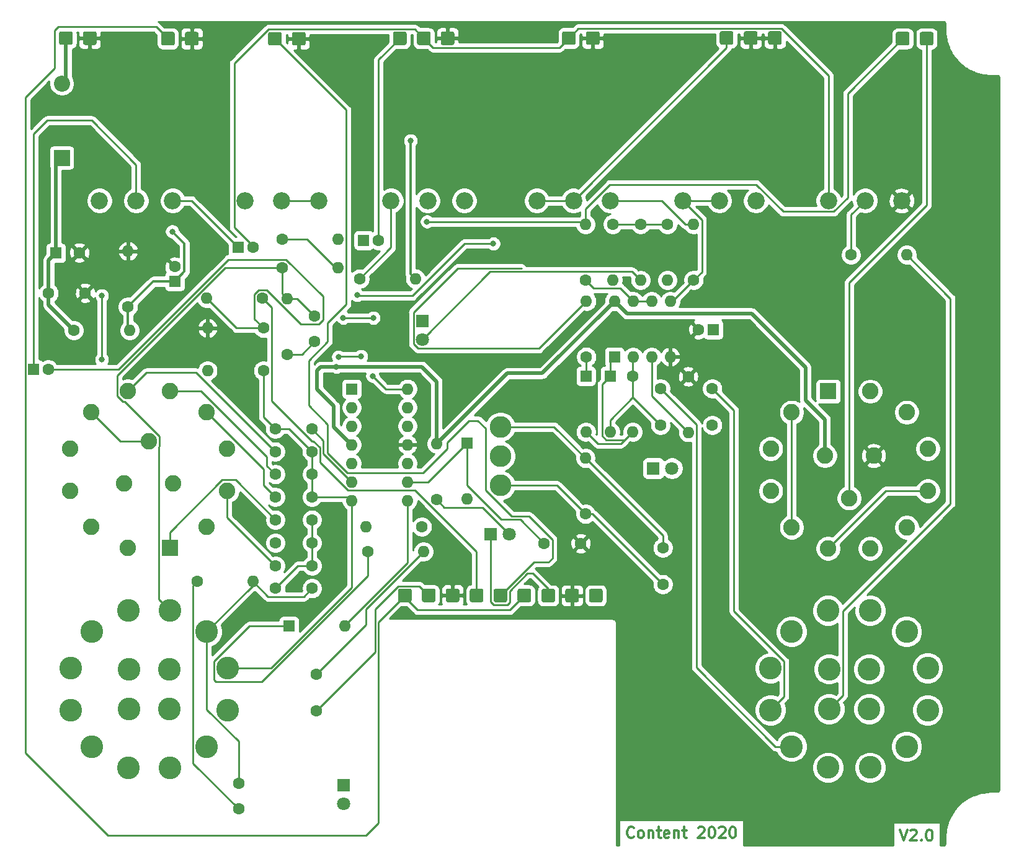
<source format=gbr>
G04 #@! TF.GenerationSoftware,KiCad,Pcbnew,5.1.7*
G04 #@! TF.CreationDate,2020-10-09T10:13:05+01:00*
G04 #@! TF.ProjectId,EnvelopeFollower,456e7665-6c6f-4706-9546-6f6c6c6f7765,V2.0*
G04 #@! TF.SameCoordinates,Original*
G04 #@! TF.FileFunction,Copper,L1,Top*
G04 #@! TF.FilePolarity,Positive*
%FSLAX46Y46*%
G04 Gerber Fmt 4.6, Leading zero omitted, Abs format (unit mm)*
G04 Created by KiCad (PCBNEW 5.1.7) date 2020-10-09 10:13:05*
%MOMM*%
%LPD*%
G01*
G04 APERTURE LIST*
G04 #@! TA.AperFunction,NonConductor*
%ADD10C,0.300000*%
G04 #@! TD*
G04 #@! TA.AperFunction,ComponentPad*
%ADD11R,1.600000X1.600000*%
G04 #@! TD*
G04 #@! TA.AperFunction,ComponentPad*
%ADD12C,1.600000*%
G04 #@! TD*
G04 #@! TA.AperFunction,ComponentPad*
%ADD13O,1.600000X1.600000*%
G04 #@! TD*
G04 #@! TA.AperFunction,ComponentPad*
%ADD14R,2.200000X2.200000*%
G04 #@! TD*
G04 #@! TA.AperFunction,ComponentPad*
%ADD15O,2.200000X2.200000*%
G04 #@! TD*
G04 #@! TA.AperFunction,ComponentPad*
%ADD16C,1.800000*%
G04 #@! TD*
G04 #@! TA.AperFunction,ComponentPad*
%ADD17R,1.800000X1.800000*%
G04 #@! TD*
G04 #@! TA.AperFunction,ComponentPad*
%ADD18C,2.340000*%
G04 #@! TD*
G04 #@! TA.AperFunction,ComponentPad*
%ADD19C,2.250000*%
G04 #@! TD*
G04 #@! TA.AperFunction,ComponentPad*
%ADD20R,2.250000X2.250000*%
G04 #@! TD*
G04 #@! TA.AperFunction,ComponentPad*
%ADD21C,3.098800*%
G04 #@! TD*
G04 #@! TA.AperFunction,ComponentPad*
%ADD22C,2.963600*%
G04 #@! TD*
G04 #@! TA.AperFunction,ViaPad*
%ADD23C,0.800000*%
G04 #@! TD*
G04 #@! TA.AperFunction,Conductor*
%ADD24C,0.250000*%
G04 #@! TD*
G04 #@! TA.AperFunction,Conductor*
%ADD25C,0.500000*%
G04 #@! TD*
G04 #@! TA.AperFunction,Conductor*
%ADD26C,0.350000*%
G04 #@! TD*
G04 #@! TA.AperFunction,Conductor*
%ADD27C,0.254000*%
G04 #@! TD*
G04 #@! TA.AperFunction,Conductor*
%ADD28C,0.152400*%
G04 #@! TD*
G04 APERTURE END LIST*
D10*
X186751245Y-149439891D02*
X187251245Y-150939891D01*
X187751245Y-149439891D01*
X188179817Y-149582748D02*
X188251245Y-149511320D01*
X188394102Y-149439891D01*
X188751245Y-149439891D01*
X188894102Y-149511320D01*
X188965531Y-149582748D01*
X189036960Y-149725605D01*
X189036960Y-149868462D01*
X188965531Y-150082748D01*
X188108388Y-150939891D01*
X189036960Y-150939891D01*
X189679817Y-150797034D02*
X189751245Y-150868462D01*
X189679817Y-150939891D01*
X189608388Y-150868462D01*
X189679817Y-150797034D01*
X189679817Y-150939891D01*
X190679817Y-149439891D02*
X190822674Y-149439891D01*
X190965531Y-149511320D01*
X191036960Y-149582748D01*
X191108388Y-149725605D01*
X191179817Y-150011320D01*
X191179817Y-150368462D01*
X191108388Y-150654177D01*
X191036960Y-150797034D01*
X190965531Y-150868462D01*
X190822674Y-150939891D01*
X190679817Y-150939891D01*
X190536960Y-150868462D01*
X190465531Y-150797034D01*
X190394102Y-150654177D01*
X190322674Y-150368462D01*
X190322674Y-150011320D01*
X190394102Y-149725605D01*
X190465531Y-149582748D01*
X190536960Y-149511320D01*
X190679817Y-149439891D01*
X150416120Y-150428734D02*
X150344691Y-150500162D01*
X150130405Y-150571591D01*
X149987548Y-150571591D01*
X149773262Y-150500162D01*
X149630405Y-150357305D01*
X149558977Y-150214448D01*
X149487548Y-149928734D01*
X149487548Y-149714448D01*
X149558977Y-149428734D01*
X149630405Y-149285877D01*
X149773262Y-149143020D01*
X149987548Y-149071591D01*
X150130405Y-149071591D01*
X150344691Y-149143020D01*
X150416120Y-149214448D01*
X151273262Y-150571591D02*
X151130405Y-150500162D01*
X151058977Y-150428734D01*
X150987548Y-150285877D01*
X150987548Y-149857305D01*
X151058977Y-149714448D01*
X151130405Y-149643020D01*
X151273262Y-149571591D01*
X151487548Y-149571591D01*
X151630405Y-149643020D01*
X151701834Y-149714448D01*
X151773262Y-149857305D01*
X151773262Y-150285877D01*
X151701834Y-150428734D01*
X151630405Y-150500162D01*
X151487548Y-150571591D01*
X151273262Y-150571591D01*
X152416120Y-149571591D02*
X152416120Y-150571591D01*
X152416120Y-149714448D02*
X152487548Y-149643020D01*
X152630405Y-149571591D01*
X152844691Y-149571591D01*
X152987548Y-149643020D01*
X153058977Y-149785877D01*
X153058977Y-150571591D01*
X153558977Y-149571591D02*
X154130405Y-149571591D01*
X153773262Y-149071591D02*
X153773262Y-150357305D01*
X153844691Y-150500162D01*
X153987548Y-150571591D01*
X154130405Y-150571591D01*
X155201834Y-150500162D02*
X155058977Y-150571591D01*
X154773262Y-150571591D01*
X154630405Y-150500162D01*
X154558977Y-150357305D01*
X154558977Y-149785877D01*
X154630405Y-149643020D01*
X154773262Y-149571591D01*
X155058977Y-149571591D01*
X155201834Y-149643020D01*
X155273262Y-149785877D01*
X155273262Y-149928734D01*
X154558977Y-150071591D01*
X155916120Y-149571591D02*
X155916120Y-150571591D01*
X155916120Y-149714448D02*
X155987548Y-149643020D01*
X156130405Y-149571591D01*
X156344691Y-149571591D01*
X156487548Y-149643020D01*
X156558977Y-149785877D01*
X156558977Y-150571591D01*
X157058977Y-149571591D02*
X157630405Y-149571591D01*
X157273262Y-149071591D02*
X157273262Y-150357305D01*
X157344691Y-150500162D01*
X157487548Y-150571591D01*
X157630405Y-150571591D01*
X159201834Y-149214448D02*
X159273262Y-149143020D01*
X159416120Y-149071591D01*
X159773262Y-149071591D01*
X159916120Y-149143020D01*
X159987548Y-149214448D01*
X160058977Y-149357305D01*
X160058977Y-149500162D01*
X159987548Y-149714448D01*
X159130405Y-150571591D01*
X160058977Y-150571591D01*
X160987548Y-149071591D02*
X161130405Y-149071591D01*
X161273262Y-149143020D01*
X161344691Y-149214448D01*
X161416120Y-149357305D01*
X161487548Y-149643020D01*
X161487548Y-150000162D01*
X161416120Y-150285877D01*
X161344691Y-150428734D01*
X161273262Y-150500162D01*
X161130405Y-150571591D01*
X160987548Y-150571591D01*
X160844691Y-150500162D01*
X160773262Y-150428734D01*
X160701834Y-150285877D01*
X160630405Y-150000162D01*
X160630405Y-149643020D01*
X160701834Y-149357305D01*
X160773262Y-149214448D01*
X160844691Y-149143020D01*
X160987548Y-149071591D01*
X162058977Y-149214448D02*
X162130405Y-149143020D01*
X162273262Y-149071591D01*
X162630405Y-149071591D01*
X162773262Y-149143020D01*
X162844691Y-149214448D01*
X162916120Y-149357305D01*
X162916120Y-149500162D01*
X162844691Y-149714448D01*
X161987548Y-150571591D01*
X162916120Y-150571591D01*
X163844691Y-149071591D02*
X163987548Y-149071591D01*
X164130405Y-149143020D01*
X164201834Y-149214448D01*
X164273262Y-149357305D01*
X164344691Y-149643020D01*
X164344691Y-150000162D01*
X164273262Y-150285877D01*
X164201834Y-150428734D01*
X164130405Y-150500162D01*
X163987548Y-150571591D01*
X163844691Y-150571591D01*
X163701834Y-150500162D01*
X163630405Y-150428734D01*
X163558977Y-150285877D01*
X163487548Y-150000162D01*
X163487548Y-149643020D01*
X163558977Y-149357305D01*
X163630405Y-149214448D01*
X163701834Y-149143020D01*
X163844691Y-149071591D01*
D11*
X71516240Y-70650100D03*
D12*
X74739500Y-70617080D03*
X155003500Y-66748660D03*
D13*
X155003500Y-74368660D03*
D12*
X115550700Y-68917820D03*
D11*
X113550700Y-68917820D03*
D12*
X75528180Y-76123800D03*
X70528180Y-76123800D03*
X154373580Y-110910360D03*
X154373580Y-115910360D03*
D11*
X87757000Y-74531220D03*
D12*
X87757000Y-72531220D03*
X101493320Y-107106720D03*
X106493320Y-107106720D03*
X106495860Y-110266480D03*
X101495860Y-110266480D03*
X101498400Y-113395760D03*
X106498400Y-113395760D03*
X101494580Y-116471700D03*
X106494580Y-116471700D03*
X101471720Y-103987600D03*
X106471720Y-103987600D03*
X106466640Y-100883720D03*
X101466640Y-100883720D03*
X101456480Y-97784920D03*
X106456480Y-97784920D03*
X101467920Y-94686120D03*
X106467920Y-94686120D03*
X98441260Y-69900800D03*
D11*
X96441260Y-69900800D03*
D12*
X107104180Y-133177280D03*
X107104180Y-128177280D03*
X143167100Y-110342680D03*
X138167100Y-110342680D03*
D11*
X68475860Y-86583520D03*
D12*
X70475860Y-86583520D03*
X161122360Y-89181940D03*
X161122360Y-94181940D03*
X154045920Y-89181940D03*
X154045920Y-94181940D03*
D11*
X161252920Y-81117440D03*
D12*
X159252920Y-81117440D03*
D14*
X72329040Y-57640220D03*
D15*
X72329040Y-47480220D03*
D13*
X110967520Y-121630440D03*
D11*
X103347520Y-121630440D03*
X127614680Y-96652080D03*
D13*
X127614680Y-104272080D03*
D11*
X147193000Y-87475060D03*
D13*
X147193000Y-95095060D03*
X143870680Y-95089980D03*
D11*
X143870680Y-87469980D03*
D16*
X155630880Y-100063300D03*
D17*
X153090880Y-100063300D03*
X130901440Y-109044740D03*
D16*
X133441440Y-109044740D03*
G04 #@! TA.AperFunction,ComponentPad*
G36*
G01*
X117550760Y-42005881D02*
X117550760Y-40655879D01*
G75*
G02*
X117800759Y-40405880I249999J0D01*
G01*
X119150761Y-40405880D01*
G75*
G02*
X119400760Y-40655879I0J-249999D01*
G01*
X119400760Y-42005881D01*
G75*
G02*
X119150761Y-42255880I-249999J0D01*
G01*
X117800759Y-42255880D01*
G75*
G02*
X117550760Y-42005881I0J249999D01*
G01*
G37*
G04 #@! TD.AperFunction*
G04 #@! TA.AperFunction,ComponentPad*
G36*
G01*
X124759280Y-118114441D02*
X124759280Y-116764439D01*
G75*
G02*
X125009279Y-116514440I249999J0D01*
G01*
X126359281Y-116514440D01*
G75*
G02*
X126609280Y-116764439I0J-249999D01*
G01*
X126609280Y-118114441D01*
G75*
G02*
X126359281Y-118364440I-249999J0D01*
G01*
X125009279Y-118364440D01*
G75*
G02*
X124759280Y-118114441I0J249999D01*
G01*
G37*
G04 #@! TD.AperFunction*
G04 #@! TA.AperFunction,ComponentPad*
G36*
G01*
X71955220Y-41977941D02*
X71955220Y-40627939D01*
G75*
G02*
X72205219Y-40377940I249999J0D01*
G01*
X73555221Y-40377940D01*
G75*
G02*
X73805220Y-40627939I0J-249999D01*
G01*
X73805220Y-41977941D01*
G75*
G02*
X73555221Y-42227940I-249999J0D01*
G01*
X72205219Y-42227940D01*
G75*
G02*
X71955220Y-41977941I0J249999D01*
G01*
G37*
G04 #@! TD.AperFunction*
G04 #@! TA.AperFunction,ComponentPad*
G36*
G01*
X75224200Y-41980481D02*
X75224200Y-40630479D01*
G75*
G02*
X75474199Y-40380480I249999J0D01*
G01*
X76824201Y-40380480D01*
G75*
G02*
X77074200Y-40630479I0J-249999D01*
G01*
X77074200Y-41980481D01*
G75*
G02*
X76824201Y-42230480I-249999J0D01*
G01*
X75474199Y-42230480D01*
G75*
G02*
X75224200Y-41980481I0J249999D01*
G01*
G37*
G04 #@! TD.AperFunction*
G04 #@! TA.AperFunction,ComponentPad*
G36*
G01*
X140611420Y-41977941D02*
X140611420Y-40627939D01*
G75*
G02*
X140861419Y-40377940I249999J0D01*
G01*
X142211421Y-40377940D01*
G75*
G02*
X142461420Y-40627939I0J-249999D01*
G01*
X142461420Y-41977941D01*
G75*
G02*
X142211421Y-42227940I-249999J0D01*
G01*
X140861419Y-42227940D01*
G75*
G02*
X140611420Y-41977941I0J249999D01*
G01*
G37*
G04 #@! TD.AperFunction*
G04 #@! TA.AperFunction,ComponentPad*
G36*
G01*
X120827360Y-42003341D02*
X120827360Y-40653339D01*
G75*
G02*
X121077359Y-40403340I249999J0D01*
G01*
X122427361Y-40403340D01*
G75*
G02*
X122677360Y-40653339I0J-249999D01*
G01*
X122677360Y-42003341D01*
G75*
G02*
X122427361Y-42253340I-249999J0D01*
G01*
X121077359Y-42253340D01*
G75*
G02*
X120827360Y-42003341I0J249999D01*
G01*
G37*
G04 #@! TD.AperFunction*
G04 #@! TA.AperFunction,ComponentPad*
G36*
G01*
X124078560Y-42005881D02*
X124078560Y-40655879D01*
G75*
G02*
X124328559Y-40405880I249999J0D01*
G01*
X125678561Y-40405880D01*
G75*
G02*
X125928560Y-40655879I0J-249999D01*
G01*
X125928560Y-42005881D01*
G75*
G02*
X125678561Y-42255880I-249999J0D01*
G01*
X124328559Y-42255880D01*
G75*
G02*
X124078560Y-42005881I0J249999D01*
G01*
G37*
G04 #@! TD.AperFunction*
G04 #@! TA.AperFunction,ComponentPad*
G36*
G01*
X143888020Y-41977941D02*
X143888020Y-40627939D01*
G75*
G02*
X144138019Y-40377940I249999J0D01*
G01*
X145488021Y-40377940D01*
G75*
G02*
X145738020Y-40627939I0J-249999D01*
G01*
X145738020Y-41977941D01*
G75*
G02*
X145488021Y-42227940I-249999J0D01*
G01*
X144138019Y-42227940D01*
G75*
G02*
X143888020Y-41977941I0J249999D01*
G01*
G37*
G04 #@! TD.AperFunction*
G04 #@! TA.AperFunction,ComponentPad*
G36*
G01*
X121497920Y-118109361D02*
X121497920Y-116759359D01*
G75*
G02*
X121747919Y-116509360I249999J0D01*
G01*
X123097921Y-116509360D01*
G75*
G02*
X123347920Y-116759359I0J-249999D01*
G01*
X123347920Y-118109361D01*
G75*
G02*
X123097921Y-118359360I-249999J0D01*
G01*
X121747919Y-118359360D01*
G75*
G02*
X121497920Y-118109361I0J249999D01*
G01*
G37*
G04 #@! TD.AperFunction*
G04 #@! TA.AperFunction,ComponentPad*
G36*
G01*
X85894740Y-42041441D02*
X85894740Y-40691439D01*
G75*
G02*
X86144739Y-40441440I249999J0D01*
G01*
X87494741Y-40441440D01*
G75*
G02*
X87744740Y-40691439I0J-249999D01*
G01*
X87744740Y-42041441D01*
G75*
G02*
X87494741Y-42291440I-249999J0D01*
G01*
X86144739Y-42291440D01*
G75*
G02*
X85894740Y-42041441I0J249999D01*
G01*
G37*
G04 #@! TD.AperFunction*
G04 #@! TA.AperFunction,ComponentPad*
G36*
G01*
X89156100Y-42043981D02*
X89156100Y-40693979D01*
G75*
G02*
X89406099Y-40443980I249999J0D01*
G01*
X90756101Y-40443980D01*
G75*
G02*
X91006100Y-40693979I0J-249999D01*
G01*
X91006100Y-42043981D01*
G75*
G02*
X90756101Y-42293980I-249999J0D01*
G01*
X89406099Y-42293980D01*
G75*
G02*
X89156100Y-42043981I0J249999D01*
G01*
G37*
G04 #@! TD.AperFunction*
G04 #@! TA.AperFunction,ComponentPad*
G36*
G01*
X103758560Y-42051601D02*
X103758560Y-40701599D01*
G75*
G02*
X104008559Y-40451600I249999J0D01*
G01*
X105358561Y-40451600D01*
G75*
G02*
X105608560Y-40701599I0J-249999D01*
G01*
X105608560Y-42051601D01*
G75*
G02*
X105358561Y-42301600I-249999J0D01*
G01*
X104008559Y-42301600D01*
G75*
G02*
X103758560Y-42051601I0J249999D01*
G01*
G37*
G04 #@! TD.AperFunction*
G04 #@! TA.AperFunction,ComponentPad*
G36*
G01*
X118241640Y-118104281D02*
X118241640Y-116754279D01*
G75*
G02*
X118491639Y-116504280I249999J0D01*
G01*
X119841641Y-116504280D01*
G75*
G02*
X120091640Y-116754279I0J-249999D01*
G01*
X120091640Y-118104281D01*
G75*
G02*
X119841641Y-118354280I-249999J0D01*
G01*
X118491639Y-118354280D01*
G75*
G02*
X118241640Y-118104281I0J249999D01*
G01*
G37*
G04 #@! TD.AperFunction*
G04 #@! TA.AperFunction,ComponentPad*
G36*
G01*
X100489580Y-42051601D02*
X100489580Y-40701599D01*
G75*
G02*
X100739579Y-40451600I249999J0D01*
G01*
X102089581Y-40451600D01*
G75*
G02*
X102339580Y-40701599I0J-249999D01*
G01*
X102339580Y-42051601D01*
G75*
G02*
X102089581Y-42301600I-249999J0D01*
G01*
X100739579Y-42301600D01*
G75*
G02*
X100489580Y-42051601I0J249999D01*
G01*
G37*
G04 #@! TD.AperFunction*
G04 #@! TA.AperFunction,ComponentPad*
G36*
G01*
X162143000Y-41937301D02*
X162143000Y-40587299D01*
G75*
G02*
X162392999Y-40337300I249999J0D01*
G01*
X163743001Y-40337300D01*
G75*
G02*
X163993000Y-40587299I0J-249999D01*
G01*
X163993000Y-41937301D01*
G75*
G02*
X163743001Y-42187300I-249999J0D01*
G01*
X162392999Y-42187300D01*
G75*
G02*
X162143000Y-41937301I0J249999D01*
G01*
G37*
G04 #@! TD.AperFunction*
G04 #@! TA.AperFunction,ComponentPad*
G36*
G01*
X165452620Y-41947461D02*
X165452620Y-40597459D01*
G75*
G02*
X165702619Y-40347460I249999J0D01*
G01*
X167052621Y-40347460D01*
G75*
G02*
X167302620Y-40597459I0J-249999D01*
G01*
X167302620Y-41947461D01*
G75*
G02*
X167052621Y-42197460I-249999J0D01*
G01*
X165702619Y-42197460D01*
G75*
G02*
X165452620Y-41947461I0J249999D01*
G01*
G37*
G04 #@! TD.AperFunction*
G04 #@! TA.AperFunction,ComponentPad*
G36*
G01*
X168749540Y-41942381D02*
X168749540Y-40592379D01*
G75*
G02*
X168999539Y-40342380I249999J0D01*
G01*
X170349541Y-40342380D01*
G75*
G02*
X170599540Y-40592379I0J-249999D01*
G01*
X170599540Y-41942381D01*
G75*
G02*
X170349541Y-42192380I-249999J0D01*
G01*
X168999539Y-42192380D01*
G75*
G02*
X168749540Y-41942381I0J249999D01*
G01*
G37*
G04 #@! TD.AperFunction*
G04 #@! TA.AperFunction,ComponentPad*
G36*
G01*
X186191720Y-42033821D02*
X186191720Y-40683819D01*
G75*
G02*
X186441719Y-40433820I249999J0D01*
G01*
X187791721Y-40433820D01*
G75*
G02*
X188041720Y-40683819I0J-249999D01*
G01*
X188041720Y-42033821D01*
G75*
G02*
X187791721Y-42283820I-249999J0D01*
G01*
X186441719Y-42283820D01*
G75*
G02*
X186191720Y-42033821I0J249999D01*
G01*
G37*
G04 #@! TD.AperFunction*
G04 #@! TA.AperFunction,ComponentPad*
G36*
G01*
X189463240Y-42038901D02*
X189463240Y-40688899D01*
G75*
G02*
X189713239Y-40438900I249999J0D01*
G01*
X191063241Y-40438900D01*
G75*
G02*
X191313240Y-40688899I0J-249999D01*
G01*
X191313240Y-42038901D01*
G75*
G02*
X191063241Y-42288900I-249999J0D01*
G01*
X189713239Y-42288900D01*
G75*
G02*
X189463240Y-42038901I0J249999D01*
G01*
G37*
G04 #@! TD.AperFunction*
G04 #@! TA.AperFunction,ComponentPad*
G36*
G01*
X134545900Y-118124601D02*
X134545900Y-116774599D01*
G75*
G02*
X134795899Y-116524600I249999J0D01*
G01*
X136145901Y-116524600D01*
G75*
G02*
X136395900Y-116774599I0J-249999D01*
G01*
X136395900Y-118124601D01*
G75*
G02*
X136145901Y-118374600I-249999J0D01*
G01*
X134795899Y-118374600D01*
G75*
G02*
X134545900Y-118124601I0J249999D01*
G01*
G37*
G04 #@! TD.AperFunction*
G04 #@! TA.AperFunction,ComponentPad*
G36*
G01*
X131282000Y-118120821D02*
X131282000Y-116770819D01*
G75*
G02*
X131531999Y-116520820I249999J0D01*
G01*
X132882001Y-116520820D01*
G75*
G02*
X133132000Y-116770819I0J-249999D01*
G01*
X133132000Y-118120821D01*
G75*
G02*
X132882001Y-118370820I-249999J0D01*
G01*
X131531999Y-118370820D01*
G75*
G02*
X131282000Y-118120821I0J249999D01*
G01*
G37*
G04 #@! TD.AperFunction*
G04 #@! TA.AperFunction,ComponentPad*
G36*
G01*
X128018100Y-118119521D02*
X128018100Y-116769519D01*
G75*
G02*
X128268099Y-116519520I249999J0D01*
G01*
X129618101Y-116519520D01*
G75*
G02*
X129868100Y-116769519I0J-249999D01*
G01*
X129868100Y-118119521D01*
G75*
G02*
X129618101Y-118369520I-249999J0D01*
G01*
X128268099Y-118369520D01*
G75*
G02*
X128018100Y-118119521I0J249999D01*
G01*
G37*
G04 #@! TD.AperFunction*
G04 #@! TA.AperFunction,ComponentPad*
G36*
G01*
X137804720Y-118127141D02*
X137804720Y-116777139D01*
G75*
G02*
X138054719Y-116527140I249999J0D01*
G01*
X139404721Y-116527140D01*
G75*
G02*
X139654720Y-116777139I0J-249999D01*
G01*
X139654720Y-118127141D01*
G75*
G02*
X139404721Y-118377140I-249999J0D01*
G01*
X138054719Y-118377140D01*
G75*
G02*
X137804720Y-118127141I0J249999D01*
G01*
G37*
G04 #@! TD.AperFunction*
G04 #@! TA.AperFunction,ComponentPad*
G36*
G01*
X141063540Y-118132221D02*
X141063540Y-116782219D01*
G75*
G02*
X141313539Y-116532220I249999J0D01*
G01*
X142663541Y-116532220D01*
G75*
G02*
X142913540Y-116782219I0J-249999D01*
G01*
X142913540Y-118132221D01*
G75*
G02*
X142663541Y-118382220I-249999J0D01*
G01*
X141313539Y-118382220D01*
G75*
G02*
X141063540Y-118132221I0J249999D01*
G01*
G37*
G04 #@! TD.AperFunction*
G04 #@! TA.AperFunction,ComponentPad*
G36*
G01*
X144314740Y-118132221D02*
X144314740Y-116782219D01*
G75*
G02*
X144564739Y-116532220I249999J0D01*
G01*
X145914741Y-116532220D01*
G75*
G02*
X146164740Y-116782219I0J-249999D01*
G01*
X146164740Y-118132221D01*
G75*
G02*
X145914741Y-118382220I-249999J0D01*
G01*
X144564739Y-118382220D01*
G75*
G02*
X144314740Y-118132221I0J249999D01*
G01*
G37*
G04 #@! TD.AperFunction*
D13*
X120604280Y-74173080D03*
D12*
X112984280Y-74173080D03*
D13*
X110030260Y-68783200D03*
D12*
X102410260Y-68783200D03*
X102405180Y-72656700D03*
D13*
X110025180Y-72656700D03*
X143807180Y-98676460D03*
D12*
X143807180Y-106296460D03*
X73982580Y-81211420D03*
D13*
X81602580Y-81211420D03*
D12*
X81361280Y-78005940D03*
D13*
X81361280Y-70385940D03*
X103078280Y-76888340D03*
D12*
X103078280Y-84508340D03*
X99839780Y-86746080D03*
D13*
X92219780Y-86746080D03*
X98404680Y-115536980D03*
D12*
X90784680Y-115536980D03*
D13*
X113870740Y-108061760D03*
D12*
X121490740Y-108061760D03*
D13*
X121704100Y-111450120D03*
D12*
X114084100Y-111450120D03*
D13*
X187678060Y-70904100D03*
D12*
X180058060Y-70904100D03*
X99847400Y-80904080D03*
D13*
X92227400Y-80904080D03*
X92102940Y-76814680D03*
D12*
X99722940Y-76814680D03*
D13*
X157838140Y-95145860D03*
D12*
X157838140Y-87525860D03*
X150256240Y-87475060D03*
D13*
X150256240Y-95095060D03*
X143934180Y-77213460D03*
D12*
X143934180Y-84833460D03*
X158572200Y-74355960D03*
D13*
X158572200Y-66735960D03*
D12*
X151328120Y-66748660D03*
D13*
X151328120Y-74368660D03*
D12*
X147540980Y-66710560D03*
D13*
X147540980Y-74330560D03*
D12*
X143830040Y-74355960D03*
D13*
X143830040Y-66735960D03*
D12*
X123489720Y-104333040D03*
D13*
X123489720Y-96713040D03*
D18*
X117276700Y-63505080D03*
X122276700Y-63505080D03*
X127276700Y-63505080D03*
X186981940Y-63497460D03*
X181981940Y-63497460D03*
X176981940Y-63497460D03*
X77470000Y-63500000D03*
X82470000Y-63500000D03*
X87470000Y-63500000D03*
X167086120Y-63502540D03*
X162086120Y-63502540D03*
X157086120Y-63502540D03*
X137180140Y-63502540D03*
X142180140Y-63502540D03*
X147180140Y-63502540D03*
X107373260Y-63515240D03*
X102373260Y-63515240D03*
X97373260Y-63515240D03*
D19*
X80867000Y-102160960D03*
X84201000Y-96385960D03*
X87535000Y-102160960D03*
X81331000Y-110955960D03*
X76351000Y-108085960D03*
X73481000Y-103105960D03*
X73481000Y-97365960D03*
X76351000Y-92385960D03*
X81331000Y-89515960D03*
X87071000Y-89515960D03*
X92051000Y-92385960D03*
X94921000Y-97365960D03*
X94921000Y-103105960D03*
X92051000Y-108085960D03*
D20*
X87071000Y-110955960D03*
X176949300Y-89556600D03*
D19*
X171969300Y-92426600D03*
X169099300Y-97406600D03*
X169099300Y-103146600D03*
X171969300Y-108126600D03*
X176949300Y-110996600D03*
X182689300Y-110996600D03*
X187669300Y-108126600D03*
X190539300Y-103146600D03*
X190539300Y-97406600D03*
X187669300Y-92426600D03*
X182689300Y-89556600D03*
X176485300Y-98351600D03*
X179819300Y-104126600D03*
X183153300Y-98351600D03*
D21*
X177073840Y-127497840D03*
X182524680Y-127497840D03*
X182524680Y-132948680D03*
X177073840Y-132948680D03*
X169075380Y-127347980D03*
X171948120Y-122372120D03*
X176923980Y-119499380D03*
X182674540Y-119499380D03*
X187650400Y-122372120D03*
X190523140Y-127347980D03*
X190523140Y-133098540D03*
X187650400Y-138074400D03*
X182674540Y-140947140D03*
X176923980Y-140947140D03*
X171948120Y-138074400D03*
X169075380Y-133098540D03*
X94980760Y-127355600D03*
X92108020Y-122379740D03*
X87132160Y-119507000D03*
X81381600Y-119507000D03*
X76405740Y-122379740D03*
X73533000Y-127355600D03*
X73533000Y-133106160D03*
X76405740Y-138082020D03*
X81381600Y-140954760D03*
X87132160Y-140954760D03*
X92108020Y-138082020D03*
X94980760Y-133106160D03*
X86982300Y-127505460D03*
X81531460Y-127505460D03*
X81531460Y-132956300D03*
X86982300Y-132956300D03*
D11*
X111897160Y-89222580D03*
D13*
X119517160Y-104462580D03*
X111897160Y-91762580D03*
X119517160Y-101922580D03*
X111897160Y-94302580D03*
X119517160Y-99382580D03*
X111897160Y-96842580D03*
X119517160Y-96842580D03*
X111897160Y-99382580D03*
X119517160Y-94302580D03*
X111897160Y-101922580D03*
X119517160Y-91762580D03*
X111897160Y-104462580D03*
X119517160Y-89222580D03*
D11*
X147764500Y-84846160D03*
D13*
X155384500Y-77226160D03*
X150304500Y-84846160D03*
X152844500Y-77226160D03*
X152844500Y-84846160D03*
X150304500Y-77226160D03*
X155384500Y-84846160D03*
X147764500Y-77226160D03*
D16*
X121551700Y-82468720D03*
D17*
X121551700Y-79928720D03*
D12*
X106847640Y-79248000D03*
X106847640Y-82748000D03*
D17*
X110777020Y-143355060D03*
D16*
X110777020Y-145895060D03*
D12*
X96466660Y-146593440D03*
X96466660Y-143093440D03*
D22*
X132204460Y-94407300D03*
X132204460Y-98407300D03*
X132204460Y-102407300D03*
D23*
X149953980Y-108127800D03*
X134515860Y-100459540D03*
X109827060Y-86212680D03*
X131246880Y-69364860D03*
X112643920Y-76405740D03*
X119923560Y-55303420D03*
X87409020Y-67713860D03*
X113192560Y-84759800D03*
X110083600Y-84848700D03*
X122179080Y-66362580D03*
X114752120Y-87447120D03*
X114861340Y-79512160D03*
X110754160Y-79509620D03*
X77801001Y-85195879D03*
X77801001Y-76458279D03*
D24*
X115550700Y-44255940D02*
X118475760Y-41330880D01*
X115550700Y-68917820D02*
X115550700Y-44255940D01*
X149953980Y-108127800D02*
X142285720Y-100459540D01*
X142285720Y-100459540D02*
X134515860Y-100459540D01*
D25*
X70528180Y-77757020D02*
X73982580Y-81211420D01*
X70528180Y-76123800D02*
X70528180Y-77757020D01*
X176485300Y-93399818D02*
X173850300Y-90764818D01*
X176485300Y-98351600D02*
X176485300Y-93399818D01*
X173850300Y-90764818D02*
X173850300Y-86263480D01*
X173850300Y-86263480D02*
X166507160Y-78920340D01*
X149458680Y-78920340D02*
X147764500Y-77226160D01*
X166507160Y-78920340D02*
X149458680Y-78920340D01*
X147764500Y-77226160D02*
X137914380Y-87076280D01*
X134240478Y-87076280D02*
X134230318Y-87086440D01*
X137914380Y-87076280D02*
X134240478Y-87076280D01*
X133116320Y-87086440D02*
X123489720Y-96713040D01*
X134230318Y-87086440D02*
X133116320Y-87086440D01*
X123489720Y-96713040D02*
X123489720Y-88237060D01*
X123489720Y-88237060D02*
X121465340Y-86212680D01*
X109484160Y-94429580D02*
X111897160Y-96842580D01*
X121465340Y-86212680D02*
X111957058Y-86212680D01*
X70528180Y-71638160D02*
X71516240Y-70650100D01*
X70528180Y-76123800D02*
X70528180Y-71638160D01*
X71516240Y-58453020D02*
X72329040Y-57640220D01*
X71516240Y-70650100D02*
X71516240Y-58453020D01*
X109484160Y-94429580D02*
X109484160Y-91569540D01*
X109484160Y-91569540D02*
X107195620Y-89281000D01*
X107195620Y-89281000D02*
X107195620Y-86697820D01*
X107195620Y-86697820D02*
X107680760Y-86212680D01*
X109827060Y-86212680D02*
X111957058Y-86212680D01*
X107680760Y-86212680D02*
X109827060Y-86212680D01*
D24*
X154373580Y-109242860D02*
X143807180Y-98676460D01*
X154373580Y-110910360D02*
X154373580Y-109242860D01*
X102410260Y-68783200D02*
X105844340Y-68783200D01*
X109717840Y-72656700D02*
X110025180Y-72656700D01*
X105844340Y-68783200D02*
X109717840Y-72656700D01*
X139538020Y-94407300D02*
X143807180Y-98676460D01*
X132204460Y-94407300D02*
X139538020Y-94407300D01*
X131246880Y-69364860D02*
X127299502Y-69364860D01*
X112732711Y-76494531D02*
X112643920Y-76405740D01*
X120169831Y-76494531D02*
X112732711Y-76494531D01*
X127299502Y-69364860D02*
X120169831Y-76494531D01*
X144759680Y-106296460D02*
X143807180Y-106296460D01*
X154373580Y-115910360D02*
X144759680Y-106296460D01*
X139918020Y-102407300D02*
X143807180Y-106296460D01*
X132204460Y-102407300D02*
X139918020Y-102407300D01*
D26*
X81361280Y-80970120D02*
X81602580Y-81211420D01*
X81361280Y-78005940D02*
X81361280Y-80970120D01*
X84836000Y-74531220D02*
X81361280Y-78005940D01*
X87757000Y-74531220D02*
X84836000Y-74531220D01*
X120604280Y-74173080D02*
X119923560Y-73492360D01*
X119923560Y-73492360D02*
X119923560Y-55303420D01*
X89082001Y-73206219D02*
X87757000Y-74531220D01*
X89082001Y-69386841D02*
X89082001Y-73206219D01*
X87409020Y-67713860D02*
X89082001Y-69386841D01*
D24*
X94224999Y-101655959D02*
X87071000Y-108809958D01*
X96042559Y-101655959D02*
X94224999Y-101655959D01*
X87071000Y-108809958D02*
X87071000Y-110955960D01*
X101493320Y-107106720D02*
X96042559Y-101655959D01*
X106493320Y-110263940D02*
X106495860Y-110266480D01*
X106493320Y-107106720D02*
X106493320Y-110263940D01*
X106495860Y-113393220D02*
X106498400Y-113395760D01*
X106495860Y-110266480D02*
X106495860Y-113393220D01*
X104570520Y-113395760D02*
X101494580Y-116471700D01*
X106498400Y-113395760D02*
X104570520Y-113395760D01*
X105087300Y-84508340D02*
X106847640Y-82748000D01*
X103078280Y-84508340D02*
X105087300Y-84508340D01*
X113192560Y-84759800D02*
X110172500Y-84759800D01*
X110172500Y-84759800D02*
X110083600Y-84848700D01*
X94921000Y-106818360D02*
X94921000Y-103105960D01*
X101498400Y-113395760D02*
X94921000Y-106818360D01*
X98404680Y-116083080D02*
X98404680Y-115536980D01*
X92108020Y-122379740D02*
X98404680Y-116083080D01*
X92108020Y-133007534D02*
X92108020Y-122379740D01*
X96466660Y-137366174D02*
X92108020Y-133007534D01*
X96466660Y-143093440D02*
X96466660Y-137366174D01*
X105369579Y-117596701D02*
X106494580Y-116471700D01*
X100464401Y-117596701D02*
X105369579Y-117596701D01*
X98404680Y-115536980D02*
X100464401Y-117596701D01*
X99881469Y-100216429D02*
X92051000Y-92385960D01*
X99881469Y-102397349D02*
X99881469Y-100216429D01*
X101471720Y-103987600D02*
X99881469Y-102397349D01*
X99839780Y-93057980D02*
X101467920Y-94686120D01*
X99839780Y-86746080D02*
X99839780Y-93057980D01*
X103357680Y-94686120D02*
X106456480Y-97784920D01*
X101467920Y-94686120D02*
X103357680Y-94686120D01*
X106456480Y-100873560D02*
X106466640Y-100883720D01*
X106456480Y-97784920D02*
X106456480Y-100873560D01*
X106466640Y-103982520D02*
X106471720Y-103987600D01*
X106466640Y-100883720D02*
X106466640Y-103982520D01*
X111422180Y-103987600D02*
X111897160Y-104462580D01*
X106471720Y-103987600D02*
X111422180Y-103987600D01*
X94980760Y-127355600D02*
X100865940Y-127355600D01*
X111897160Y-116324380D02*
X111897160Y-104462580D01*
X100865940Y-127355600D02*
X111897160Y-116324380D01*
X91327002Y-89515960D02*
X87071000Y-89515960D01*
X100331479Y-98520437D02*
X91327002Y-89515960D01*
X100331479Y-99748559D02*
X100331479Y-98520437D01*
X101466640Y-100883720D02*
X100331479Y-99748559D01*
X101456480Y-97784920D02*
X90679260Y-87007700D01*
X83839260Y-87007700D02*
X81331000Y-89515960D01*
X90679260Y-87007700D02*
X83839260Y-87007700D01*
X90233619Y-116088041D02*
X90784680Y-115536980D01*
X90233619Y-140360399D02*
X90233619Y-116088041D01*
X96466660Y-146593440D02*
X90233619Y-140360399D01*
X108031491Y-98056911D02*
X111897160Y-101922580D01*
X108031491Y-96249691D02*
X108031491Y-98056911D01*
X106467920Y-94686120D02*
X108031491Y-96249691D01*
X80351000Y-96385960D02*
X76351000Y-92385960D01*
X84201000Y-96385960D02*
X80351000Y-96385960D01*
X176981940Y-46411590D02*
X170582640Y-40012290D01*
X142827070Y-40012290D02*
X141536420Y-41302940D01*
X170582640Y-40012290D02*
X142827070Y-40012290D01*
X176981940Y-63497460D02*
X176981940Y-46411590D01*
X123004910Y-42580890D02*
X121752360Y-41328340D01*
X140258470Y-42580890D02*
X123004910Y-42580890D01*
X141536420Y-41302940D02*
X140258470Y-42580890D01*
X120504890Y-40080870D02*
X121752360Y-41328340D01*
X95878259Y-44749731D02*
X100547120Y-40080870D01*
X95878259Y-67152797D02*
X95878259Y-44749731D01*
X98441260Y-69715798D02*
X95878259Y-67152797D01*
X100547120Y-40080870D02*
X120504890Y-40080870D01*
X98441260Y-69900800D02*
X98441260Y-69715798D01*
X90040460Y-63500000D02*
X96441260Y-69900800D01*
X87470000Y-63500000D02*
X90040460Y-63500000D01*
X122344180Y-101922580D02*
X127614680Y-96652080D01*
X119517160Y-101922580D02*
X122344180Y-101922580D01*
X110967520Y-121550290D02*
X110967520Y-121630440D01*
X119517160Y-113000650D02*
X110967520Y-121550290D01*
X119517160Y-104462580D02*
X119517160Y-113000650D01*
X138167100Y-110342680D02*
X134893605Y-107069185D01*
X134893605Y-107069185D02*
X132314245Y-107069185D01*
X127614680Y-102369620D02*
X127614680Y-96652080D01*
X132314245Y-107069185D02*
X127614680Y-102369620D01*
X118253460Y-116179270D02*
X121167830Y-116179270D01*
X115092050Y-119340680D02*
X118253460Y-116179270D01*
X115092050Y-125189410D02*
X115092050Y-119340680D01*
X121167830Y-116179270D02*
X122422920Y-117434360D01*
X107104180Y-133177280D02*
X115092050Y-125189410D01*
X107104180Y-128177280D02*
X113865660Y-121415800D01*
X113865660Y-119288560D02*
X121704100Y-111450120D01*
X113865660Y-121415800D02*
X113865660Y-119288560D01*
X68475860Y-86583520D02*
X68475860Y-54406800D01*
X68475860Y-54406800D02*
X70330060Y-52552600D01*
X70330060Y-52552600D02*
X76446380Y-52552600D01*
X82470000Y-58576220D02*
X82470000Y-63500000D01*
X76446380Y-52552600D02*
X82470000Y-58576220D01*
X96192340Y-80904080D02*
X92102940Y-76814680D01*
X99847400Y-80904080D02*
X96192340Y-80904080D01*
X98597939Y-79654619D02*
X99847400Y-80904080D01*
X98597939Y-76274679D02*
X98597939Y-79654619D01*
X104946263Y-80373001D02*
X100262941Y-75689679D01*
X107387641Y-80373001D02*
X104946263Y-80373001D01*
X100262941Y-75689679D02*
X99182939Y-75689679D01*
X107972641Y-76559159D02*
X107972641Y-79788001D01*
X102945181Y-71531699D02*
X107972641Y-76559159D01*
X95084509Y-71531699D02*
X102945181Y-71531699D01*
X107972641Y-79788001D02*
X107387641Y-80373001D01*
X80032688Y-86583520D02*
X95084509Y-71531699D01*
X99182939Y-75689679D02*
X98597939Y-76274679D01*
X70475860Y-86583520D02*
X80032688Y-86583520D01*
X161122360Y-89181940D02*
X164076380Y-92135960D01*
X170949781Y-126448267D02*
X170949781Y-131224139D01*
X170949781Y-131224139D02*
X169075380Y-133098540D01*
X164076380Y-119574866D02*
X170949781Y-126448267D01*
X164076380Y-92135960D02*
X164076380Y-119574866D01*
X150256240Y-90392260D02*
X150256240Y-87475060D01*
X154045920Y-94181940D02*
X150256240Y-90392260D01*
X150256240Y-84894420D02*
X150304500Y-84846160D01*
X150256240Y-87475060D02*
X150256240Y-84894420D01*
X147193000Y-93455500D02*
X150256240Y-90392260D01*
X147193000Y-95095060D02*
X147193000Y-93455500D01*
X158963141Y-94099161D02*
X154045920Y-89181940D01*
X169756938Y-138074400D02*
X158963141Y-127280603D01*
X158963141Y-127280603D02*
X158963141Y-94099161D01*
X171948120Y-138074400D02*
X169756938Y-138074400D01*
X157086120Y-63502540D02*
X162086120Y-63502540D01*
X159697201Y-73230959D02*
X158572200Y-74355960D01*
X159697201Y-66113621D02*
X159697201Y-73230959D01*
X157086120Y-63502540D02*
X159697201Y-66113621D01*
X155702000Y-77226160D02*
X155384500Y-77226160D01*
X158572200Y-74355960D02*
X155702000Y-77226160D01*
X72329040Y-41854120D02*
X72880220Y-41302940D01*
D25*
X72880220Y-46929040D02*
X72329040Y-47480220D01*
X72880220Y-41302940D02*
X72880220Y-46929040D01*
D24*
X97931806Y-121630440D02*
X103347520Y-121630440D01*
X93106359Y-126455887D02*
X97931806Y-121630440D01*
X93106359Y-128976239D02*
X93106359Y-126455887D01*
X93360121Y-129230001D02*
X93106359Y-128976239D01*
X99627949Y-129230001D02*
X93360121Y-129230001D01*
X114084100Y-114773850D02*
X99627949Y-129230001D01*
X114084100Y-111450120D02*
X114084100Y-114773850D01*
X143870680Y-95089980D02*
X145486120Y-96705420D01*
X148645880Y-96705420D02*
X150256240Y-95095060D01*
X145486120Y-96705420D02*
X148645880Y-96705420D01*
X146067999Y-88600061D02*
X147193000Y-87475060D01*
X146652999Y-96220061D02*
X146067999Y-95635061D01*
X149131239Y-96220061D02*
X146652999Y-96220061D01*
X146067999Y-95635061D02*
X146067999Y-88600061D01*
X150256240Y-95095060D02*
X149131239Y-96220061D01*
X147193000Y-85417660D02*
X147764500Y-84846160D01*
X147193000Y-87475060D02*
X147193000Y-85417660D01*
X143870680Y-84896960D02*
X143934180Y-84833460D01*
X143870680Y-87469980D02*
X143870680Y-84896960D01*
X184799300Y-103146600D02*
X176949300Y-110996600D01*
X190539300Y-103146600D02*
X184799300Y-103146600D01*
X130901440Y-118303450D02*
X130901440Y-109044740D01*
X133120180Y-118695830D02*
X131293820Y-118695830D01*
X133457010Y-118359000D02*
X133120180Y-118695830D01*
X133457010Y-116832220D02*
X133457010Y-118359000D01*
X131293820Y-118695830D02*
X130901440Y-118303450D01*
X135881195Y-114408035D02*
X133457010Y-116832220D01*
X138729720Y-116527140D02*
X136610615Y-114408035D01*
X136610615Y-114408035D02*
X135881195Y-114408035D01*
X138729720Y-117452140D02*
X138729720Y-116527140D01*
X124553761Y-105397081D02*
X123489720Y-104333040D01*
X129793781Y-105397081D02*
X124553761Y-105397081D01*
X133441440Y-109044740D02*
X129793781Y-105397081D01*
X115542060Y-121053860D02*
X119166640Y-117429280D01*
X115542060Y-148485860D02*
X115542060Y-121053860D01*
X67350859Y-138955999D02*
X78602840Y-150207980D01*
X67350859Y-49407861D02*
X67350859Y-138955999D01*
X113819940Y-150207980D02*
X115542060Y-148485860D01*
X78602840Y-150207980D02*
X113819940Y-150207980D01*
X86819740Y-41366440D02*
X85206230Y-39752930D01*
X71842776Y-39752930D02*
X71330210Y-40265496D01*
X85206230Y-39752930D02*
X71842776Y-39752930D01*
X71330210Y-40265496D02*
X71330210Y-45428510D01*
X71330210Y-45428510D02*
X67350859Y-49407861D01*
X119166640Y-117429280D02*
X119166640Y-117698520D01*
X119166640Y-117698520D02*
X120893840Y-119425720D01*
X133494780Y-119425720D02*
X135470900Y-117449600D01*
X120893840Y-119425720D02*
X133494780Y-119425720D01*
X111155261Y-77667101D02*
X111155261Y-51117281D01*
X108609150Y-80213212D02*
X111155261Y-77667101D01*
X106034840Y-85336380D02*
X108609150Y-82762070D01*
X108609150Y-94054950D02*
X106034840Y-91480640D01*
X121654181Y-100657581D02*
X111285159Y-100657581D01*
X124914721Y-96525489D02*
X124914721Y-97397041D01*
X138775440Y-112864900D02*
X139292101Y-112348239D01*
X139292101Y-109802679D02*
X136108597Y-106619175D01*
X106034840Y-91480640D02*
X106034840Y-85336380D01*
X108609150Y-97981572D02*
X108609150Y-94054950D01*
X136787920Y-112864900D02*
X138775440Y-112864900D01*
X139292101Y-112348239D02*
X139292101Y-109802679D01*
X111155261Y-51117281D02*
X101414580Y-41376600D01*
X130152140Y-103029046D02*
X130152140Y-94604840D01*
X127875265Y-93564945D02*
X124914721Y-96525489D01*
X108609150Y-82762070D02*
X108609150Y-80213212D01*
X132207000Y-117445820D02*
X136787920Y-112864900D01*
X111285159Y-100657581D02*
X108609150Y-97981572D01*
X124914721Y-97397041D02*
X121654181Y-100657581D01*
X130152140Y-94604840D02*
X129112245Y-93564945D01*
X129112245Y-93564945D02*
X127875265Y-93564945D01*
X136108597Y-106619175D02*
X133742269Y-106619175D01*
X133742269Y-106619175D02*
X130152140Y-103029046D01*
X142180140Y-63502540D02*
X137180140Y-63502540D01*
X163068000Y-42614680D02*
X163068000Y-41262300D01*
X142180140Y-63502540D02*
X163068000Y-42614680D01*
X170788643Y-64992461D02*
X167101622Y-61305440D01*
X177699541Y-64992461D02*
X170788643Y-64992461D01*
X179608051Y-63083951D02*
X177699541Y-64992461D01*
X187116720Y-41358820D02*
X179608051Y-48867489D01*
X179608051Y-48867489D02*
X179608051Y-63083951D01*
X147164638Y-61305440D02*
X143830040Y-64640038D01*
X143830040Y-64640038D02*
X143830040Y-66735960D01*
X167101622Y-61305440D02*
X147164638Y-61305440D01*
X102373260Y-63515240D02*
X107373260Y-63515240D01*
X143456660Y-66362580D02*
X143830040Y-66735960D01*
X122179080Y-66362580D02*
X143456660Y-66362580D01*
X179819300Y-104126600D02*
X179819300Y-74688700D01*
X190388240Y-64119760D02*
X190388240Y-41363900D01*
X179819300Y-74688700D02*
X190388240Y-64119760D01*
X100972401Y-78064141D02*
X99722940Y-76814680D01*
X100972401Y-90855603D02*
X100972401Y-78064141D01*
X106471698Y-96354900D02*
X100972401Y-90855603D01*
X107581481Y-99271903D02*
X107581481Y-97244919D01*
X111357159Y-103047581D02*
X107581481Y-99271903D01*
X106691462Y-96354900D02*
X106471698Y-96354900D01*
X107581481Y-97244919D02*
X106691462Y-96354900D01*
X120539259Y-103047581D02*
X111357159Y-103047581D01*
X128943100Y-111451422D02*
X120539259Y-103047581D01*
X128943100Y-117444520D02*
X128943100Y-111451422D01*
X117276700Y-69880660D02*
X117276700Y-63505080D01*
X112984280Y-74173080D02*
X117276700Y-69880660D01*
X79880999Y-87371619D02*
X94595918Y-72656700D01*
X79880999Y-90211961D02*
X79880999Y-87371619D01*
X80927003Y-90965961D02*
X80634999Y-90965961D01*
X85651001Y-95689959D02*
X80927003Y-90965961D01*
X85582761Y-97150201D02*
X85651001Y-97081961D01*
X94595918Y-72656700D02*
X102405180Y-72656700D01*
X85582761Y-117957601D02*
X85582761Y-97150201D01*
X80634999Y-90965961D02*
X79880999Y-90211961D01*
X85651001Y-97081961D02*
X85651001Y-95689959D01*
X87132160Y-119507000D02*
X85582761Y-117957601D01*
X102405180Y-76215240D02*
X103078280Y-76888340D01*
X102405180Y-72656700D02*
X102405180Y-76215240D01*
X104487980Y-76888340D02*
X106847640Y-79248000D01*
X103078280Y-76888340D02*
X104487980Y-76888340D01*
X119517160Y-89222580D02*
X116527580Y-89222580D01*
X116527580Y-89222580D02*
X114752120Y-87447120D01*
X114861340Y-79512160D02*
X110756700Y-79512160D01*
X110756700Y-79512160D02*
X110754160Y-79509620D01*
X178948241Y-131074279D02*
X178948241Y-119590659D01*
X177073840Y-132948680D02*
X178948241Y-131074279D01*
X178948241Y-119590659D02*
X193639440Y-104899460D01*
X193639440Y-76865480D02*
X187678060Y-70904100D01*
X193639440Y-104899460D02*
X193639440Y-76865480D01*
X180058060Y-65421340D02*
X181981940Y-63497460D01*
X180058060Y-70904100D02*
X180058060Y-65421340D01*
X152844500Y-90152220D02*
X152844500Y-84846160D01*
X157838140Y-95145860D02*
X152844500Y-90152220D01*
X126339869Y-72755549D02*
X135078119Y-72755549D01*
X137453919Y-83693721D02*
X120963699Y-83693721D01*
X120326699Y-83056721D02*
X120326699Y-78768719D01*
X143934180Y-77213460D02*
X137453919Y-83693721D01*
X120326699Y-78768719D02*
X126339869Y-72755549D01*
X120963699Y-83693721D02*
X120326699Y-83056721D01*
X154207410Y-63502540D02*
X147180140Y-63502540D01*
X157440830Y-66735960D02*
X154207410Y-63502540D01*
X158572200Y-66735960D02*
X157440830Y-66735960D01*
X171969300Y-108126600D02*
X171969300Y-92426600D01*
X155003500Y-66748660D02*
X151328120Y-66748660D01*
X147579080Y-66748660D02*
X147540980Y-66710560D01*
X151328120Y-66748660D02*
X147579080Y-66748660D01*
X130814861Y-73205559D02*
X121551700Y-82468720D01*
X150165019Y-73205559D02*
X130814861Y-73205559D01*
X151328120Y-74368660D02*
X150165019Y-73205559D01*
X148533901Y-75455561D02*
X150304500Y-77226160D01*
X144929641Y-75455561D02*
X148533901Y-75455561D01*
X143830040Y-74355960D02*
X144929641Y-75455561D01*
X150304500Y-77226160D02*
X152844500Y-77226160D01*
X77801001Y-85195879D02*
X77801001Y-76458279D01*
D27*
X192705718Y-39068764D02*
X192766502Y-39086773D01*
X192800958Y-39104931D01*
X192850175Y-39144794D01*
X192875038Y-39174735D01*
X192905264Y-39230426D01*
X192916791Y-39267657D01*
X192926978Y-39364726D01*
X192926978Y-40214591D01*
X192927426Y-40219141D01*
X192928709Y-40322582D01*
X192929396Y-40328794D01*
X192928969Y-40335025D01*
X192929341Y-40345280D01*
X192938104Y-40547553D01*
X192939294Y-40555932D01*
X192939027Y-40564394D01*
X192939778Y-40574629D01*
X192955998Y-40776423D01*
X192957487Y-40784701D01*
X192957531Y-40793104D01*
X192958657Y-40803304D01*
X192982280Y-41004356D01*
X192984062Y-41012530D01*
X192984413Y-41020892D01*
X192985912Y-41031044D01*
X193016884Y-41231086D01*
X193018961Y-41239177D01*
X193019616Y-41247497D01*
X193021485Y-41257587D01*
X193059754Y-41456355D01*
X193062125Y-41464361D01*
X193063083Y-41472647D01*
X193065320Y-41482662D01*
X193110832Y-41679889D01*
X193113498Y-41687814D01*
X193114761Y-41696074D01*
X193117363Y-41706001D01*
X193170064Y-41901422D01*
X193173032Y-41909281D01*
X193174604Y-41917522D01*
X193177569Y-41927347D01*
X193237407Y-42120695D01*
X193240679Y-42128480D01*
X193242565Y-42136710D01*
X193245891Y-42146419D01*
X193312812Y-42337429D01*
X193316398Y-42345151D01*
X193318606Y-42353375D01*
X193322289Y-42362954D01*
X193396241Y-42551360D01*
X193399098Y-42556959D01*
X193400915Y-42562976D01*
X193404893Y-42572436D01*
X193458065Y-42696455D01*
X193461081Y-42701939D01*
X193463074Y-42707869D01*
X193467342Y-42717201D01*
X193552808Y-42900664D01*
X193557117Y-42907956D01*
X193560108Y-42915875D01*
X193564717Y-42925044D01*
X193656894Y-43105222D01*
X193661441Y-43112306D01*
X193664700Y-43120059D01*
X193669643Y-43129052D01*
X193768382Y-43305721D01*
X193773162Y-43312598D01*
X193776686Y-43320190D01*
X193781956Y-43328995D01*
X193887104Y-43501928D01*
X193892118Y-43508605D01*
X193895908Y-43516045D01*
X193901497Y-43524652D01*
X194012902Y-43693620D01*
X194018158Y-43700112D01*
X194022217Y-43707405D01*
X194028116Y-43715801D01*
X194145628Y-43880578D01*
X194151123Y-43886878D01*
X194155455Y-43894033D01*
X194161659Y-43902208D01*
X194285124Y-44062566D01*
X194290873Y-44068689D01*
X194295485Y-44075711D01*
X194301984Y-44083652D01*
X194431252Y-44239366D01*
X194437260Y-44245312D01*
X194442153Y-44252194D01*
X194448940Y-44259890D01*
X194583859Y-44410732D01*
X194590131Y-44416497D01*
X194595322Y-44423254D01*
X194602391Y-44430694D01*
X194742809Y-44576436D01*
X194747597Y-44580520D01*
X194751581Y-44585386D01*
X194758876Y-44592603D01*
X194855459Y-44686818D01*
X194860346Y-44690732D01*
X194864456Y-44695446D01*
X194871971Y-44702434D01*
X195021137Y-44839203D01*
X195027913Y-44844294D01*
X195033710Y-44850467D01*
X195041479Y-44857173D01*
X195195593Y-44988341D01*
X195202501Y-44993143D01*
X195208481Y-44999059D01*
X195216491Y-45005475D01*
X195375326Y-45130890D01*
X195382373Y-45135413D01*
X195388538Y-45141081D01*
X195396777Y-45147199D01*
X195560106Y-45266711D01*
X195567294Y-45270961D01*
X195573643Y-45276383D01*
X195582101Y-45282195D01*
X195749697Y-45395654D01*
X195757041Y-45399641D01*
X195763579Y-45404823D01*
X195772244Y-45410322D01*
X195943879Y-45517572D01*
X195951372Y-45521291D01*
X195958108Y-45526240D01*
X195966968Y-45531418D01*
X196142416Y-45632311D01*
X196150076Y-45635770D01*
X196157015Y-45640485D01*
X196166059Y-45645335D01*
X196345094Y-45739716D01*
X196352917Y-45742908D01*
X196360076Y-45747396D01*
X196369293Y-45751909D01*
X196551686Y-45839628D01*
X196559686Y-45842553D01*
X196567060Y-45846804D01*
X196576437Y-45850972D01*
X196761962Y-45931879D01*
X196767947Y-45933819D01*
X196773491Y-45936790D01*
X196782993Y-45940665D01*
X196908294Y-45990744D01*
X196914299Y-45992487D01*
X196919898Y-45995268D01*
X196929516Y-45998848D01*
X197119687Y-46068118D01*
X197127892Y-46070227D01*
X197135602Y-46073708D01*
X197145345Y-46076931D01*
X197337944Y-46139136D01*
X197346163Y-46140928D01*
X197353946Y-46144103D01*
X197363801Y-46146965D01*
X197558559Y-46202051D01*
X197566796Y-46203532D01*
X197574658Y-46206408D01*
X197584612Y-46208907D01*
X197781267Y-46256821D01*
X197789532Y-46257996D01*
X197797470Y-46260575D01*
X197807509Y-46262708D01*
X198005793Y-46303397D01*
X198014094Y-46304269D01*
X198022116Y-46306554D01*
X198032225Y-46308319D01*
X198231873Y-46341730D01*
X198240218Y-46342299D01*
X198248335Y-46344293D01*
X198258503Y-46345687D01*
X198459248Y-46371765D01*
X198467638Y-46372029D01*
X198475849Y-46373729D01*
X198486061Y-46374749D01*
X198687637Y-46393443D01*
X198696084Y-46393398D01*
X198704406Y-46394804D01*
X198714648Y-46395446D01*
X198916790Y-46406701D01*
X198925293Y-46406343D01*
X198933729Y-46407448D01*
X198943988Y-46407711D01*
X199117176Y-46410931D01*
X199123988Y-46411602D01*
X199978370Y-46411602D01*
X200055718Y-46418764D01*
X200116502Y-46436773D01*
X200150958Y-46454931D01*
X200200175Y-46494794D01*
X200225038Y-46524735D01*
X200255264Y-46580426D01*
X200266791Y-46617657D01*
X200276979Y-46714735D01*
X200276978Y-143943180D01*
X200269816Y-144020531D01*
X200251806Y-144081318D01*
X200233647Y-144115775D01*
X200193787Y-144164990D01*
X200163846Y-144189853D01*
X200108152Y-144220080D01*
X200070923Y-144231607D01*
X199973863Y-144241793D01*
X199123988Y-144241793D01*
X199115355Y-144242643D01*
X198883778Y-144248101D01*
X198878665Y-144248656D01*
X198873523Y-144248414D01*
X198804524Y-144254269D01*
X197882881Y-144376423D01*
X197855919Y-144382351D01*
X197828520Y-144385715D01*
X197761514Y-144403107D01*
X197761495Y-144403111D01*
X197761488Y-144403114D01*
X196873610Y-144678807D01*
X196848033Y-144689193D01*
X196821594Y-144697125D01*
X196758458Y-144725566D01*
X195929718Y-145146919D01*
X195906253Y-145161468D01*
X195881531Y-145173740D01*
X195824089Y-145212412D01*
X195078192Y-145767375D01*
X195057517Y-145785666D01*
X195035213Y-145801931D01*
X194985108Y-145849728D01*
X194343379Y-146522433D01*
X194326079Y-146543950D01*
X194306837Y-146563737D01*
X194265502Y-146619293D01*
X193746292Y-147390505D01*
X193732865Y-147414629D01*
X193717232Y-147437375D01*
X193685848Y-147499102D01*
X193304001Y-148346769D01*
X193294830Y-148372811D01*
X193283253Y-148397866D01*
X193262718Y-148463998D01*
X193029154Y-149363884D01*
X193024503Y-149391094D01*
X193017312Y-149417745D01*
X193008214Y-149486391D01*
X192930029Y-150407830D01*
X192926978Y-150438803D01*
X192926978Y-151293180D01*
X192919816Y-151370531D01*
X192901806Y-151431318D01*
X192883647Y-151465775D01*
X192843787Y-151514990D01*
X192813846Y-151539853D01*
X192758152Y-151570080D01*
X192720923Y-151581607D01*
X192623860Y-151591793D01*
X192250532Y-151591790D01*
X192250532Y-148471320D01*
X185823389Y-148471320D01*
X185823389Y-151591725D01*
X165415406Y-151591521D01*
X165415406Y-148103020D01*
X148416835Y-148103020D01*
X148416835Y-151591351D01*
X148083060Y-151591348D01*
X148084838Y-140731995D01*
X174739580Y-140731995D01*
X174739580Y-141162285D01*
X174823526Y-141584306D01*
X174988190Y-141981841D01*
X175227246Y-142339614D01*
X175531506Y-142643874D01*
X175889279Y-142882930D01*
X176286814Y-143047594D01*
X176708835Y-143131540D01*
X177139125Y-143131540D01*
X177561146Y-143047594D01*
X177958681Y-142882930D01*
X178316454Y-142643874D01*
X178620714Y-142339614D01*
X178859770Y-141981841D01*
X179024434Y-141584306D01*
X179108380Y-141162285D01*
X179108380Y-140731995D01*
X180490140Y-140731995D01*
X180490140Y-141162285D01*
X180574086Y-141584306D01*
X180738750Y-141981841D01*
X180977806Y-142339614D01*
X181282066Y-142643874D01*
X181639839Y-142882930D01*
X182037374Y-143047594D01*
X182459395Y-143131540D01*
X182889685Y-143131540D01*
X183311706Y-143047594D01*
X183709241Y-142882930D01*
X184067014Y-142643874D01*
X184371274Y-142339614D01*
X184610330Y-141981841D01*
X184774994Y-141584306D01*
X184858940Y-141162285D01*
X184858940Y-140731995D01*
X184774994Y-140309974D01*
X184610330Y-139912439D01*
X184371274Y-139554666D01*
X184067014Y-139250406D01*
X183709241Y-139011350D01*
X183311706Y-138846686D01*
X182889685Y-138762740D01*
X182459395Y-138762740D01*
X182037374Y-138846686D01*
X181639839Y-139011350D01*
X181282066Y-139250406D01*
X180977806Y-139554666D01*
X180738750Y-139912439D01*
X180574086Y-140309974D01*
X180490140Y-140731995D01*
X179108380Y-140731995D01*
X179024434Y-140309974D01*
X178859770Y-139912439D01*
X178620714Y-139554666D01*
X178316454Y-139250406D01*
X177958681Y-139011350D01*
X177561146Y-138846686D01*
X177139125Y-138762740D01*
X176708835Y-138762740D01*
X176286814Y-138846686D01*
X175889279Y-139011350D01*
X175531506Y-139250406D01*
X175227246Y-139554666D01*
X174988190Y-139912439D01*
X174823526Y-140309974D01*
X174739580Y-140731995D01*
X148084838Y-140731995D01*
X148088013Y-121354215D01*
X148091575Y-121318082D01*
X148084688Y-121248098D01*
X148077408Y-121174055D01*
X148077399Y-121174025D01*
X148077396Y-121173996D01*
X148057144Y-121107212D01*
X148035403Y-121035500D01*
X148035388Y-121035473D01*
X148035380Y-121035445D01*
X148000987Y-120971087D01*
X147967174Y-120907802D01*
X147967156Y-120907780D01*
X147967141Y-120907752D01*
X147919813Y-120850073D01*
X147875343Y-120795868D01*
X147875320Y-120795849D01*
X147875301Y-120795826D01*
X147818233Y-120748983D01*
X147763440Y-120704001D01*
X147763415Y-120703988D01*
X147763391Y-120703968D01*
X147693863Y-120666797D01*
X147635764Y-120635730D01*
X147635739Y-120635722D01*
X147635710Y-120635707D01*
X147560733Y-120612957D01*
X147497223Y-120593680D01*
X147497196Y-120593677D01*
X147497165Y-120593668D01*
X147422014Y-120586260D01*
X147353140Y-120579465D01*
X147317005Y-120583018D01*
X117135176Y-120580483D01*
X117099020Y-120576925D01*
X117093225Y-120577496D01*
X118678370Y-118992352D01*
X119385671Y-118992352D01*
X120330041Y-119936723D01*
X120353839Y-119965721D01*
X120469564Y-120060694D01*
X120601593Y-120131266D01*
X120744854Y-120174723D01*
X120856507Y-120185720D01*
X120856515Y-120185720D01*
X120893840Y-120189396D01*
X120931165Y-120185720D01*
X133457458Y-120185720D01*
X133494780Y-120189396D01*
X133532102Y-120185720D01*
X133532113Y-120185720D01*
X133643766Y-120174723D01*
X133787027Y-120131266D01*
X133919056Y-120060694D01*
X134034781Y-119965721D01*
X134058584Y-119936717D01*
X134982629Y-119012672D01*
X136145901Y-119012672D01*
X136319155Y-118995608D01*
X136485751Y-118945072D01*
X136639287Y-118863005D01*
X136773862Y-118752562D01*
X136884305Y-118617987D01*
X136966372Y-118464451D01*
X137016908Y-118297855D01*
X137033972Y-118124601D01*
X137033972Y-116774599D01*
X137016908Y-116601345D01*
X136966372Y-116434749D01*
X136884305Y-116281213D01*
X136773862Y-116146638D01*
X136639287Y-116036195D01*
X136485751Y-115954128D01*
X136319155Y-115903592D01*
X136145901Y-115886528D01*
X135477504Y-115886528D01*
X136195997Y-115168035D01*
X136295814Y-115168035D01*
X137359234Y-116231456D01*
X137316315Y-116283753D01*
X137234248Y-116437289D01*
X137183712Y-116603885D01*
X137166648Y-116777139D01*
X137166648Y-118127141D01*
X137183712Y-118300395D01*
X137234248Y-118466991D01*
X137316315Y-118620527D01*
X137426758Y-118755102D01*
X137561333Y-118865545D01*
X137714869Y-118947612D01*
X137881465Y-118998148D01*
X138054719Y-119015212D01*
X139404721Y-119015212D01*
X139577975Y-118998148D01*
X139744571Y-118947612D01*
X139898107Y-118865545D01*
X140032682Y-118755102D01*
X140143125Y-118620527D01*
X140225192Y-118466991D01*
X140250906Y-118382220D01*
X140425468Y-118382220D01*
X140437728Y-118506702D01*
X140474038Y-118626400D01*
X140533003Y-118736714D01*
X140612355Y-118833405D01*
X140709046Y-118912757D01*
X140819360Y-118971722D01*
X140939058Y-119008032D01*
X141063540Y-119020292D01*
X141702790Y-119017220D01*
X141861540Y-118858470D01*
X141861540Y-117584220D01*
X142115540Y-117584220D01*
X142115540Y-118858470D01*
X142274290Y-119017220D01*
X142913540Y-119020292D01*
X143038022Y-119008032D01*
X143157720Y-118971722D01*
X143268034Y-118912757D01*
X143364725Y-118833405D01*
X143444077Y-118736714D01*
X143503042Y-118626400D01*
X143539352Y-118506702D01*
X143551612Y-118382220D01*
X143548540Y-117742970D01*
X143389790Y-117584220D01*
X142115540Y-117584220D01*
X141861540Y-117584220D01*
X140587290Y-117584220D01*
X140428540Y-117742970D01*
X140425468Y-118382220D01*
X140250906Y-118382220D01*
X140275728Y-118300395D01*
X140292792Y-118127141D01*
X140292792Y-116777139D01*
X140275728Y-116603885D01*
X140253989Y-116532220D01*
X140425468Y-116532220D01*
X140428540Y-117171470D01*
X140587290Y-117330220D01*
X141861540Y-117330220D01*
X141861540Y-116055970D01*
X142115540Y-116055970D01*
X142115540Y-117330220D01*
X143389790Y-117330220D01*
X143548540Y-117171470D01*
X143550410Y-116782219D01*
X143676668Y-116782219D01*
X143676668Y-118132221D01*
X143693732Y-118305475D01*
X143744268Y-118472071D01*
X143826335Y-118625607D01*
X143936778Y-118760182D01*
X144071353Y-118870625D01*
X144224889Y-118952692D01*
X144391485Y-119003228D01*
X144564739Y-119020292D01*
X145914741Y-119020292D01*
X146087995Y-119003228D01*
X146254591Y-118952692D01*
X146408127Y-118870625D01*
X146542702Y-118760182D01*
X146653145Y-118625607D01*
X146735212Y-118472071D01*
X146785748Y-118305475D01*
X146802812Y-118132221D01*
X146802812Y-116782219D01*
X146785748Y-116608965D01*
X146735212Y-116442369D01*
X146653145Y-116288833D01*
X146542702Y-116154258D01*
X146408127Y-116043815D01*
X146254591Y-115961748D01*
X146087995Y-115911212D01*
X145914741Y-115894148D01*
X144564739Y-115894148D01*
X144391485Y-115911212D01*
X144224889Y-115961748D01*
X144071353Y-116043815D01*
X143936778Y-116154258D01*
X143826335Y-116288833D01*
X143744268Y-116442369D01*
X143693732Y-116608965D01*
X143676668Y-116782219D01*
X143550410Y-116782219D01*
X143551612Y-116532220D01*
X143539352Y-116407738D01*
X143503042Y-116288040D01*
X143444077Y-116177726D01*
X143364725Y-116081035D01*
X143268034Y-116001683D01*
X143157720Y-115942718D01*
X143038022Y-115906408D01*
X142913540Y-115894148D01*
X142274290Y-115897220D01*
X142115540Y-116055970D01*
X141861540Y-116055970D01*
X141702790Y-115897220D01*
X141063540Y-115894148D01*
X140939058Y-115906408D01*
X140819360Y-115942718D01*
X140709046Y-116001683D01*
X140612355Y-116081035D01*
X140533003Y-116177726D01*
X140474038Y-116288040D01*
X140437728Y-116407738D01*
X140425468Y-116532220D01*
X140253989Y-116532220D01*
X140225192Y-116437289D01*
X140143125Y-116283753D01*
X140032682Y-116149178D01*
X139898107Y-116038735D01*
X139744571Y-115956668D01*
X139577975Y-115906132D01*
X139404721Y-115889068D01*
X139166450Y-115889068D01*
X137174419Y-113897038D01*
X137150616Y-113868034D01*
X137034891Y-113773061D01*
X136982542Y-113745080D01*
X137102722Y-113624900D01*
X138738118Y-113624900D01*
X138775440Y-113628576D01*
X138812762Y-113624900D01*
X138812773Y-113624900D01*
X138924426Y-113613903D01*
X139067687Y-113570446D01*
X139199716Y-113499874D01*
X139315441Y-113404901D01*
X139339243Y-113375898D01*
X139803104Y-112912037D01*
X139832102Y-112888240D01*
X139878289Y-112831961D01*
X139927075Y-112772516D01*
X139997647Y-112640486D01*
X140000966Y-112629544D01*
X140041104Y-112497225D01*
X140052101Y-112385572D01*
X140052101Y-112385562D01*
X140055777Y-112348239D01*
X140052101Y-112310917D01*
X140052101Y-111335382D01*
X142354003Y-111335382D01*
X142425586Y-111579351D01*
X142681096Y-111700251D01*
X142955284Y-111768980D01*
X143237612Y-111782897D01*
X143517230Y-111741467D01*
X143783392Y-111646283D01*
X143908614Y-111579351D01*
X143980197Y-111335382D01*
X143167100Y-110522285D01*
X142354003Y-111335382D01*
X140052101Y-111335382D01*
X140052101Y-110413192D01*
X141726883Y-110413192D01*
X141768313Y-110692810D01*
X141863497Y-110958972D01*
X141930429Y-111084194D01*
X142174398Y-111155777D01*
X142987495Y-110342680D01*
X143346705Y-110342680D01*
X144159802Y-111155777D01*
X144403771Y-111084194D01*
X144524671Y-110828684D01*
X144593400Y-110554496D01*
X144607317Y-110272168D01*
X144565887Y-109992550D01*
X144470703Y-109726388D01*
X144403771Y-109601166D01*
X144159802Y-109529583D01*
X143346705Y-110342680D01*
X142987495Y-110342680D01*
X142174398Y-109529583D01*
X141930429Y-109601166D01*
X141809529Y-109856676D01*
X141740800Y-110130864D01*
X141726883Y-110413192D01*
X140052101Y-110413192D01*
X140052101Y-109840012D01*
X140055778Y-109802679D01*
X140041104Y-109653693D01*
X139997647Y-109510432D01*
X139927075Y-109378403D01*
X139903748Y-109349978D01*
X142354003Y-109349978D01*
X143167100Y-110163075D01*
X143980197Y-109349978D01*
X143908614Y-109106009D01*
X143653104Y-108985109D01*
X143378916Y-108916380D01*
X143096588Y-108902463D01*
X142816970Y-108943893D01*
X142550808Y-109039077D01*
X142425586Y-109106009D01*
X142354003Y-109349978D01*
X139903748Y-109349978D01*
X139866208Y-109304236D01*
X139832102Y-109262678D01*
X139803104Y-109238880D01*
X136672401Y-106108178D01*
X136648598Y-106079174D01*
X136532873Y-105984201D01*
X136400844Y-105913629D01*
X136257583Y-105870172D01*
X136145930Y-105859175D01*
X136145919Y-105859175D01*
X136108597Y-105855499D01*
X136071275Y-105859175D01*
X134057071Y-105859175D01*
X132670721Y-104472825D01*
X132821908Y-104442752D01*
X133207141Y-104283184D01*
X133553841Y-104051526D01*
X133848686Y-103756681D01*
X134080344Y-103409981D01*
X134180865Y-103167300D01*
X139603219Y-103167300D01*
X142408492Y-105972574D01*
X142372180Y-106155125D01*
X142372180Y-106437795D01*
X142427327Y-106715034D01*
X142535500Y-106976187D01*
X142692543Y-107211219D01*
X142892421Y-107411097D01*
X143127453Y-107568140D01*
X143388606Y-107676313D01*
X143665845Y-107731460D01*
X143948515Y-107731460D01*
X144225754Y-107676313D01*
X144486907Y-107568140D01*
X144721939Y-107411097D01*
X144760727Y-107372309D01*
X152974892Y-115586474D01*
X152938580Y-115769025D01*
X152938580Y-116051695D01*
X152993727Y-116328934D01*
X153101900Y-116590087D01*
X153258943Y-116825119D01*
X153458821Y-117024997D01*
X153693853Y-117182040D01*
X153955006Y-117290213D01*
X154232245Y-117345360D01*
X154514915Y-117345360D01*
X154792154Y-117290213D01*
X155053307Y-117182040D01*
X155288339Y-117024997D01*
X155488217Y-116825119D01*
X155645260Y-116590087D01*
X155753433Y-116328934D01*
X155808580Y-116051695D01*
X155808580Y-115769025D01*
X155753433Y-115491786D01*
X155645260Y-115230633D01*
X155488217Y-114995601D01*
X155288339Y-114795723D01*
X155053307Y-114638680D01*
X154792154Y-114530507D01*
X154514915Y-114475360D01*
X154232245Y-114475360D01*
X154049694Y-114511672D01*
X145323484Y-105785463D01*
X145299681Y-105756459D01*
X145183956Y-105661486D01*
X145066987Y-105598964D01*
X144921817Y-105381701D01*
X144721939Y-105181823D01*
X144486907Y-105024780D01*
X144225754Y-104916607D01*
X143948515Y-104861460D01*
X143665845Y-104861460D01*
X143483294Y-104897772D01*
X140481824Y-101896303D01*
X140458021Y-101867299D01*
X140342296Y-101772326D01*
X140210267Y-101701754D01*
X140067006Y-101658297D01*
X139955353Y-101647300D01*
X139955342Y-101647300D01*
X139918020Y-101643624D01*
X139880698Y-101647300D01*
X134180865Y-101647300D01*
X134080344Y-101404619D01*
X133848686Y-101057919D01*
X133553841Y-100763074D01*
X133207141Y-100531416D01*
X132907497Y-100407300D01*
X133207141Y-100283184D01*
X133553841Y-100051526D01*
X133848686Y-99756681D01*
X134080344Y-99409981D01*
X134239912Y-99024748D01*
X134321260Y-98615787D01*
X134321260Y-98198813D01*
X134239912Y-97789852D01*
X134080344Y-97404619D01*
X133848686Y-97057919D01*
X133553841Y-96763074D01*
X133207141Y-96531416D01*
X132907497Y-96407300D01*
X133207141Y-96283184D01*
X133553841Y-96051526D01*
X133848686Y-95756681D01*
X134080344Y-95409981D01*
X134180865Y-95167300D01*
X139223219Y-95167300D01*
X142408492Y-98352574D01*
X142372180Y-98535125D01*
X142372180Y-98817795D01*
X142427327Y-99095034D01*
X142535500Y-99356187D01*
X142692543Y-99591219D01*
X142892421Y-99791097D01*
X143127453Y-99948140D01*
X143388606Y-100056313D01*
X143665845Y-100111460D01*
X143948515Y-100111460D01*
X144131067Y-100075148D01*
X153613581Y-109557663D01*
X153613581Y-109692316D01*
X153458821Y-109795723D01*
X153258943Y-109995601D01*
X153101900Y-110230633D01*
X152993727Y-110491786D01*
X152938580Y-110769025D01*
X152938580Y-111051695D01*
X152993727Y-111328934D01*
X153101900Y-111590087D01*
X153258943Y-111825119D01*
X153458821Y-112024997D01*
X153693853Y-112182040D01*
X153955006Y-112290213D01*
X154232245Y-112345360D01*
X154514915Y-112345360D01*
X154792154Y-112290213D01*
X155053307Y-112182040D01*
X155288339Y-112024997D01*
X155488217Y-111825119D01*
X155645260Y-111590087D01*
X155753433Y-111328934D01*
X155808580Y-111051695D01*
X155808580Y-110769025D01*
X155753433Y-110491786D01*
X155645260Y-110230633D01*
X155488217Y-109995601D01*
X155288339Y-109795723D01*
X155133580Y-109692317D01*
X155133580Y-109280182D01*
X155137256Y-109242859D01*
X155133580Y-109205536D01*
X155133580Y-109205527D01*
X155122583Y-109093874D01*
X155079126Y-108950613D01*
X155008554Y-108818584D01*
X154913581Y-108702859D01*
X154884583Y-108679061D01*
X145368822Y-99163300D01*
X151552808Y-99163300D01*
X151552808Y-100963300D01*
X151565068Y-101087782D01*
X151601378Y-101207480D01*
X151660343Y-101317794D01*
X151739695Y-101414485D01*
X151836386Y-101493837D01*
X151946700Y-101552802D01*
X152066398Y-101589112D01*
X152190880Y-101601372D01*
X153990880Y-101601372D01*
X154115362Y-101589112D01*
X154235060Y-101552802D01*
X154345374Y-101493837D01*
X154442065Y-101414485D01*
X154521417Y-101317794D01*
X154580382Y-101207480D01*
X154585936Y-101189173D01*
X154652375Y-101255612D01*
X154903785Y-101423599D01*
X155183137Y-101539311D01*
X155479696Y-101598300D01*
X155782064Y-101598300D01*
X156078623Y-101539311D01*
X156357975Y-101423599D01*
X156609385Y-101255612D01*
X156823192Y-101041805D01*
X156991179Y-100790395D01*
X157106891Y-100511043D01*
X157165880Y-100214484D01*
X157165880Y-99912116D01*
X157106891Y-99615557D01*
X156991179Y-99336205D01*
X156823192Y-99084795D01*
X156609385Y-98870988D01*
X156357975Y-98703001D01*
X156078623Y-98587289D01*
X155782064Y-98528300D01*
X155479696Y-98528300D01*
X155183137Y-98587289D01*
X154903785Y-98703001D01*
X154652375Y-98870988D01*
X154585936Y-98937427D01*
X154580382Y-98919120D01*
X154521417Y-98808806D01*
X154442065Y-98712115D01*
X154345374Y-98632763D01*
X154235060Y-98573798D01*
X154115362Y-98537488D01*
X153990880Y-98525228D01*
X152190880Y-98525228D01*
X152066398Y-98537488D01*
X151946700Y-98573798D01*
X151836386Y-98632763D01*
X151739695Y-98712115D01*
X151660343Y-98808806D01*
X151601378Y-98919120D01*
X151565068Y-99038818D01*
X151552808Y-99163300D01*
X145368822Y-99163300D01*
X145205868Y-99000347D01*
X145242180Y-98817795D01*
X145242180Y-98535125D01*
X145187033Y-98257886D01*
X145078860Y-97996733D01*
X144921817Y-97761701D01*
X144721939Y-97561823D01*
X144486907Y-97404780D01*
X144225754Y-97296607D01*
X143948515Y-97241460D01*
X143665845Y-97241460D01*
X143483294Y-97277772D01*
X141154167Y-94948645D01*
X142435680Y-94948645D01*
X142435680Y-95231315D01*
X142490827Y-95508554D01*
X142599000Y-95769707D01*
X142756043Y-96004739D01*
X142955921Y-96204617D01*
X143190953Y-96361660D01*
X143452106Y-96469833D01*
X143729345Y-96524980D01*
X144012015Y-96524980D01*
X144194566Y-96488668D01*
X144922321Y-97216423D01*
X144946119Y-97245421D01*
X144975117Y-97269219D01*
X145061843Y-97340394D01*
X145181999Y-97404619D01*
X145193873Y-97410966D01*
X145337134Y-97454423D01*
X145448787Y-97465420D01*
X145448796Y-97465420D01*
X145486119Y-97469096D01*
X145523442Y-97465420D01*
X148608558Y-97465420D01*
X148645880Y-97469096D01*
X148683202Y-97465420D01*
X148683213Y-97465420D01*
X148794866Y-97454423D01*
X148938127Y-97410966D01*
X149070156Y-97340394D01*
X149185881Y-97245421D01*
X149209684Y-97216417D01*
X149642238Y-96783863D01*
X149671240Y-96760062D01*
X149695041Y-96731060D01*
X149932354Y-96493748D01*
X150114905Y-96530060D01*
X150397575Y-96530060D01*
X150674814Y-96474913D01*
X150935967Y-96366740D01*
X151170999Y-96209697D01*
X151370877Y-96009819D01*
X151527920Y-95774787D01*
X151636093Y-95513634D01*
X151691240Y-95236395D01*
X151691240Y-94953725D01*
X151636093Y-94676486D01*
X151527920Y-94415333D01*
X151370877Y-94180301D01*
X151170999Y-93980423D01*
X150935967Y-93823380D01*
X150674814Y-93715207D01*
X150397575Y-93660060D01*
X150114905Y-93660060D01*
X149837666Y-93715207D01*
X149576513Y-93823380D01*
X149341481Y-93980423D01*
X149141603Y-94180301D01*
X148984560Y-94415333D01*
X148876387Y-94676486D01*
X148821240Y-94953725D01*
X148821240Y-95236395D01*
X148857552Y-95418946D01*
X148816438Y-95460061D01*
X148583509Y-95460061D01*
X148628000Y-95236395D01*
X148628000Y-94953725D01*
X148572853Y-94676486D01*
X148464680Y-94415333D01*
X148307637Y-94180301D01*
X148107759Y-93980423D01*
X147953000Y-93877017D01*
X147953000Y-93770301D01*
X150256240Y-91467061D01*
X152647232Y-93858054D01*
X152610920Y-94040605D01*
X152610920Y-94323275D01*
X152666067Y-94600514D01*
X152774240Y-94861667D01*
X152931283Y-95096699D01*
X153131161Y-95296577D01*
X153366193Y-95453620D01*
X153627346Y-95561793D01*
X153904585Y-95616940D01*
X154187255Y-95616940D01*
X154464494Y-95561793D01*
X154725647Y-95453620D01*
X154960679Y-95296577D01*
X155160557Y-95096699D01*
X155317600Y-94861667D01*
X155425773Y-94600514D01*
X155480920Y-94323275D01*
X155480920Y-94040605D01*
X155436929Y-93819451D01*
X156439452Y-94821975D01*
X156403140Y-95004525D01*
X156403140Y-95287195D01*
X156458287Y-95564434D01*
X156566460Y-95825587D01*
X156723503Y-96060619D01*
X156923381Y-96260497D01*
X157158413Y-96417540D01*
X157419566Y-96525713D01*
X157696805Y-96580860D01*
X157979475Y-96580860D01*
X158203142Y-96536369D01*
X158203141Y-127243281D01*
X158199465Y-127280603D01*
X158203141Y-127317925D01*
X158203141Y-127317935D01*
X158214138Y-127429588D01*
X158234755Y-127497553D01*
X158257595Y-127572849D01*
X158328167Y-127704879D01*
X158367663Y-127753004D01*
X158423140Y-127820604D01*
X158452144Y-127844407D01*
X169193139Y-138585403D01*
X169216937Y-138614401D01*
X169245935Y-138638199D01*
X169332661Y-138709374D01*
X169432501Y-138762740D01*
X169464691Y-138779946D01*
X169607952Y-138823403D01*
X169719605Y-138834400D01*
X169719614Y-138834400D01*
X169756937Y-138838076D01*
X169794260Y-138834400D01*
X169898545Y-138834400D01*
X170012330Y-139109101D01*
X170251386Y-139466874D01*
X170555646Y-139771134D01*
X170913419Y-140010190D01*
X171310954Y-140174854D01*
X171732975Y-140258800D01*
X172163265Y-140258800D01*
X172585286Y-140174854D01*
X172982821Y-140010190D01*
X173340594Y-139771134D01*
X173644854Y-139466874D01*
X173883910Y-139109101D01*
X174048574Y-138711566D01*
X174132520Y-138289545D01*
X174132520Y-137859255D01*
X185466000Y-137859255D01*
X185466000Y-138289545D01*
X185549946Y-138711566D01*
X185714610Y-139109101D01*
X185953666Y-139466874D01*
X186257926Y-139771134D01*
X186615699Y-140010190D01*
X187013234Y-140174854D01*
X187435255Y-140258800D01*
X187865545Y-140258800D01*
X188287566Y-140174854D01*
X188685101Y-140010190D01*
X189042874Y-139771134D01*
X189347134Y-139466874D01*
X189586190Y-139109101D01*
X189750854Y-138711566D01*
X189834800Y-138289545D01*
X189834800Y-137859255D01*
X189750854Y-137437234D01*
X189586190Y-137039699D01*
X189347134Y-136681926D01*
X189042874Y-136377666D01*
X188685101Y-136138610D01*
X188287566Y-135973946D01*
X187865545Y-135890000D01*
X187435255Y-135890000D01*
X187013234Y-135973946D01*
X186615699Y-136138610D01*
X186257926Y-136377666D01*
X185953666Y-136681926D01*
X185714610Y-137039699D01*
X185549946Y-137437234D01*
X185466000Y-137859255D01*
X174132520Y-137859255D01*
X174048574Y-137437234D01*
X173883910Y-137039699D01*
X173644854Y-136681926D01*
X173340594Y-136377666D01*
X172982821Y-136138610D01*
X172585286Y-135973946D01*
X172163265Y-135890000D01*
X171732975Y-135890000D01*
X171310954Y-135973946D01*
X170913419Y-136138610D01*
X170555646Y-136377666D01*
X170251386Y-136681926D01*
X170012330Y-137039699D01*
X169949273Y-137191933D01*
X159723141Y-126965802D01*
X159723141Y-94503156D01*
X159742507Y-94600514D01*
X159850680Y-94861667D01*
X160007723Y-95096699D01*
X160207601Y-95296577D01*
X160442633Y-95453620D01*
X160703786Y-95561793D01*
X160981025Y-95616940D01*
X161263695Y-95616940D01*
X161540934Y-95561793D01*
X161802087Y-95453620D01*
X162037119Y-95296577D01*
X162236997Y-95096699D01*
X162394040Y-94861667D01*
X162502213Y-94600514D01*
X162557360Y-94323275D01*
X162557360Y-94040605D01*
X162502213Y-93763366D01*
X162394040Y-93502213D01*
X162236997Y-93267181D01*
X162037119Y-93067303D01*
X161802087Y-92910260D01*
X161540934Y-92802087D01*
X161263695Y-92746940D01*
X160981025Y-92746940D01*
X160703786Y-92802087D01*
X160442633Y-92910260D01*
X160207601Y-93067303D01*
X160007723Y-93267181D01*
X159850680Y-93502213D01*
X159742507Y-93763366D01*
X159708039Y-93936644D01*
X159668687Y-93806914D01*
X159598115Y-93674885D01*
X159526940Y-93588158D01*
X159503142Y-93559160D01*
X159474144Y-93535362D01*
X155444608Y-89505827D01*
X155480920Y-89323275D01*
X155480920Y-89040605D01*
X159687360Y-89040605D01*
X159687360Y-89323275D01*
X159742507Y-89600514D01*
X159850680Y-89861667D01*
X160007723Y-90096699D01*
X160207601Y-90296577D01*
X160442633Y-90453620D01*
X160703786Y-90561793D01*
X160981025Y-90616940D01*
X161263695Y-90616940D01*
X161446246Y-90580628D01*
X163316380Y-92450762D01*
X163316381Y-119537533D01*
X163312704Y-119574866D01*
X163316381Y-119612199D01*
X163327378Y-119723852D01*
X163339847Y-119764956D01*
X163370834Y-119867112D01*
X163441406Y-119999142D01*
X163484980Y-120052236D01*
X163536380Y-120114867D01*
X163565378Y-120138665D01*
X168635079Y-125208367D01*
X168438214Y-125247526D01*
X168040679Y-125412190D01*
X167682906Y-125651246D01*
X167378646Y-125955506D01*
X167139590Y-126313279D01*
X166974926Y-126710814D01*
X166890980Y-127132835D01*
X166890980Y-127563125D01*
X166974926Y-127985146D01*
X167139590Y-128382681D01*
X167378646Y-128740454D01*
X167682906Y-129044714D01*
X168040679Y-129283770D01*
X168438214Y-129448434D01*
X168860235Y-129532380D01*
X169290525Y-129532380D01*
X169712546Y-129448434D01*
X170110081Y-129283770D01*
X170189782Y-129230516D01*
X170189782Y-130909336D01*
X169987247Y-131111871D01*
X169712546Y-130998086D01*
X169290525Y-130914140D01*
X168860235Y-130914140D01*
X168438214Y-130998086D01*
X168040679Y-131162750D01*
X167682906Y-131401806D01*
X167378646Y-131706066D01*
X167139590Y-132063839D01*
X166974926Y-132461374D01*
X166890980Y-132883395D01*
X166890980Y-133313685D01*
X166974926Y-133735706D01*
X167139590Y-134133241D01*
X167378646Y-134491014D01*
X167682906Y-134795274D01*
X168040679Y-135034330D01*
X168438214Y-135198994D01*
X168860235Y-135282940D01*
X169290525Y-135282940D01*
X169712546Y-135198994D01*
X170110081Y-135034330D01*
X170467854Y-134795274D01*
X170772114Y-134491014D01*
X171011170Y-134133241D01*
X171175834Y-133735706D01*
X171259780Y-133313685D01*
X171259780Y-132883395D01*
X171175834Y-132461374D01*
X171062049Y-132186673D01*
X171460784Y-131787938D01*
X171489782Y-131764140D01*
X171584755Y-131648415D01*
X171655327Y-131516386D01*
X171698784Y-131373125D01*
X171709781Y-131261472D01*
X171709781Y-131261463D01*
X171713457Y-131224140D01*
X171709781Y-131186817D01*
X171709781Y-126485590D01*
X171713457Y-126448267D01*
X171709781Y-126410944D01*
X171709781Y-126410934D01*
X171698784Y-126299281D01*
X171655327Y-126156020D01*
X171632325Y-126112986D01*
X171584755Y-126023990D01*
X171513580Y-125937264D01*
X171489782Y-125908266D01*
X171460785Y-125884469D01*
X167733291Y-122156975D01*
X169763720Y-122156975D01*
X169763720Y-122587265D01*
X169847666Y-123009286D01*
X170012330Y-123406821D01*
X170251386Y-123764594D01*
X170555646Y-124068854D01*
X170913419Y-124307910D01*
X171310954Y-124472574D01*
X171732975Y-124556520D01*
X172163265Y-124556520D01*
X172585286Y-124472574D01*
X172982821Y-124307910D01*
X173340594Y-124068854D01*
X173644854Y-123764594D01*
X173883910Y-123406821D01*
X174048574Y-123009286D01*
X174132520Y-122587265D01*
X174132520Y-122156975D01*
X174048574Y-121734954D01*
X173883910Y-121337419D01*
X173644854Y-120979646D01*
X173340594Y-120675386D01*
X172982821Y-120436330D01*
X172585286Y-120271666D01*
X172163265Y-120187720D01*
X171732975Y-120187720D01*
X171310954Y-120271666D01*
X170913419Y-120436330D01*
X170555646Y-120675386D01*
X170251386Y-120979646D01*
X170012330Y-121337419D01*
X169847666Y-121734954D01*
X169763720Y-122156975D01*
X167733291Y-122156975D01*
X164860551Y-119284235D01*
X174739580Y-119284235D01*
X174739580Y-119714525D01*
X174823526Y-120136546D01*
X174988190Y-120534081D01*
X175227246Y-120891854D01*
X175531506Y-121196114D01*
X175889279Y-121435170D01*
X176286814Y-121599834D01*
X176708835Y-121683780D01*
X177139125Y-121683780D01*
X177561146Y-121599834D01*
X177958681Y-121435170D01*
X178188242Y-121281783D01*
X178188241Y-125615304D01*
X178108541Y-125562050D01*
X177711006Y-125397386D01*
X177288985Y-125313440D01*
X176858695Y-125313440D01*
X176436674Y-125397386D01*
X176039139Y-125562050D01*
X175681366Y-125801106D01*
X175377106Y-126105366D01*
X175138050Y-126463139D01*
X174973386Y-126860674D01*
X174889440Y-127282695D01*
X174889440Y-127712985D01*
X174973386Y-128135006D01*
X175138050Y-128532541D01*
X175377106Y-128890314D01*
X175681366Y-129194574D01*
X176039139Y-129433630D01*
X176436674Y-129598294D01*
X176858695Y-129682240D01*
X177288985Y-129682240D01*
X177711006Y-129598294D01*
X178108541Y-129433630D01*
X178188241Y-129380376D01*
X178188241Y-130759477D01*
X177985707Y-130962011D01*
X177711006Y-130848226D01*
X177288985Y-130764280D01*
X176858695Y-130764280D01*
X176436674Y-130848226D01*
X176039139Y-131012890D01*
X175681366Y-131251946D01*
X175377106Y-131556206D01*
X175138050Y-131913979D01*
X174973386Y-132311514D01*
X174889440Y-132733535D01*
X174889440Y-133163825D01*
X174973386Y-133585846D01*
X175138050Y-133983381D01*
X175377106Y-134341154D01*
X175681366Y-134645414D01*
X176039139Y-134884470D01*
X176436674Y-135049134D01*
X176858695Y-135133080D01*
X177288985Y-135133080D01*
X177711006Y-135049134D01*
X178108541Y-134884470D01*
X178466314Y-134645414D01*
X178770574Y-134341154D01*
X179009630Y-133983381D01*
X179174294Y-133585846D01*
X179258240Y-133163825D01*
X179258240Y-132733535D01*
X180340280Y-132733535D01*
X180340280Y-133163825D01*
X180424226Y-133585846D01*
X180588890Y-133983381D01*
X180827946Y-134341154D01*
X181132206Y-134645414D01*
X181489979Y-134884470D01*
X181887514Y-135049134D01*
X182309535Y-135133080D01*
X182739825Y-135133080D01*
X183161846Y-135049134D01*
X183559381Y-134884470D01*
X183917154Y-134645414D01*
X184221414Y-134341154D01*
X184460470Y-133983381D01*
X184625134Y-133585846D01*
X184709080Y-133163825D01*
X184709080Y-132883395D01*
X188338740Y-132883395D01*
X188338740Y-133313685D01*
X188422686Y-133735706D01*
X188587350Y-134133241D01*
X188826406Y-134491014D01*
X189130666Y-134795274D01*
X189488439Y-135034330D01*
X189885974Y-135198994D01*
X190307995Y-135282940D01*
X190738285Y-135282940D01*
X191160306Y-135198994D01*
X191557841Y-135034330D01*
X191915614Y-134795274D01*
X192219874Y-134491014D01*
X192458930Y-134133241D01*
X192623594Y-133735706D01*
X192707540Y-133313685D01*
X192707540Y-132883395D01*
X192623594Y-132461374D01*
X192458930Y-132063839D01*
X192219874Y-131706066D01*
X191915614Y-131401806D01*
X191557841Y-131162750D01*
X191160306Y-130998086D01*
X190738285Y-130914140D01*
X190307995Y-130914140D01*
X189885974Y-130998086D01*
X189488439Y-131162750D01*
X189130666Y-131401806D01*
X188826406Y-131706066D01*
X188587350Y-132063839D01*
X188422686Y-132461374D01*
X188338740Y-132883395D01*
X184709080Y-132883395D01*
X184709080Y-132733535D01*
X184625134Y-132311514D01*
X184460470Y-131913979D01*
X184221414Y-131556206D01*
X183917154Y-131251946D01*
X183559381Y-131012890D01*
X183161846Y-130848226D01*
X182739825Y-130764280D01*
X182309535Y-130764280D01*
X181887514Y-130848226D01*
X181489979Y-131012890D01*
X181132206Y-131251946D01*
X180827946Y-131556206D01*
X180588890Y-131913979D01*
X180424226Y-132311514D01*
X180340280Y-132733535D01*
X179258240Y-132733535D01*
X179174294Y-132311514D01*
X179060509Y-132036813D01*
X179459245Y-131638077D01*
X179488242Y-131614280D01*
X179583215Y-131498555D01*
X179653787Y-131366526D01*
X179697244Y-131223265D01*
X179708241Y-131111612D01*
X179708241Y-131111603D01*
X179711917Y-131074280D01*
X179708241Y-131036957D01*
X179708241Y-127282695D01*
X180340280Y-127282695D01*
X180340280Y-127712985D01*
X180424226Y-128135006D01*
X180588890Y-128532541D01*
X180827946Y-128890314D01*
X181132206Y-129194574D01*
X181489979Y-129433630D01*
X181887514Y-129598294D01*
X182309535Y-129682240D01*
X182739825Y-129682240D01*
X183161846Y-129598294D01*
X183559381Y-129433630D01*
X183917154Y-129194574D01*
X184221414Y-128890314D01*
X184460470Y-128532541D01*
X184625134Y-128135006D01*
X184709080Y-127712985D01*
X184709080Y-127282695D01*
X184679271Y-127132835D01*
X188338740Y-127132835D01*
X188338740Y-127563125D01*
X188422686Y-127985146D01*
X188587350Y-128382681D01*
X188826406Y-128740454D01*
X189130666Y-129044714D01*
X189488439Y-129283770D01*
X189885974Y-129448434D01*
X190307995Y-129532380D01*
X190738285Y-129532380D01*
X191160306Y-129448434D01*
X191557841Y-129283770D01*
X191915614Y-129044714D01*
X192219874Y-128740454D01*
X192458930Y-128382681D01*
X192623594Y-127985146D01*
X192707540Y-127563125D01*
X192707540Y-127132835D01*
X192623594Y-126710814D01*
X192458930Y-126313279D01*
X192219874Y-125955506D01*
X191915614Y-125651246D01*
X191557841Y-125412190D01*
X191160306Y-125247526D01*
X190738285Y-125163580D01*
X190307995Y-125163580D01*
X189885974Y-125247526D01*
X189488439Y-125412190D01*
X189130666Y-125651246D01*
X188826406Y-125955506D01*
X188587350Y-126313279D01*
X188422686Y-126710814D01*
X188338740Y-127132835D01*
X184679271Y-127132835D01*
X184625134Y-126860674D01*
X184460470Y-126463139D01*
X184221414Y-126105366D01*
X183917154Y-125801106D01*
X183559381Y-125562050D01*
X183161846Y-125397386D01*
X182739825Y-125313440D01*
X182309535Y-125313440D01*
X181887514Y-125397386D01*
X181489979Y-125562050D01*
X181132206Y-125801106D01*
X180827946Y-126105366D01*
X180588890Y-126463139D01*
X180424226Y-126860674D01*
X180340280Y-127282695D01*
X179708241Y-127282695D01*
X179708241Y-122156975D01*
X185466000Y-122156975D01*
X185466000Y-122587265D01*
X185549946Y-123009286D01*
X185714610Y-123406821D01*
X185953666Y-123764594D01*
X186257926Y-124068854D01*
X186615699Y-124307910D01*
X187013234Y-124472574D01*
X187435255Y-124556520D01*
X187865545Y-124556520D01*
X188287566Y-124472574D01*
X188685101Y-124307910D01*
X189042874Y-124068854D01*
X189347134Y-123764594D01*
X189586190Y-123406821D01*
X189750854Y-123009286D01*
X189834800Y-122587265D01*
X189834800Y-122156975D01*
X189750854Y-121734954D01*
X189586190Y-121337419D01*
X189347134Y-120979646D01*
X189042874Y-120675386D01*
X188685101Y-120436330D01*
X188287566Y-120271666D01*
X187865545Y-120187720D01*
X187435255Y-120187720D01*
X187013234Y-120271666D01*
X186615699Y-120436330D01*
X186257926Y-120675386D01*
X185953666Y-120979646D01*
X185714610Y-121337419D01*
X185549946Y-121734954D01*
X185466000Y-122156975D01*
X179708241Y-122156975D01*
X179708241Y-119905460D01*
X180530036Y-119083665D01*
X180490140Y-119284235D01*
X180490140Y-119714525D01*
X180574086Y-120136546D01*
X180738750Y-120534081D01*
X180977806Y-120891854D01*
X181282066Y-121196114D01*
X181639839Y-121435170D01*
X182037374Y-121599834D01*
X182459395Y-121683780D01*
X182889685Y-121683780D01*
X183311706Y-121599834D01*
X183709241Y-121435170D01*
X184067014Y-121196114D01*
X184371274Y-120891854D01*
X184610330Y-120534081D01*
X184774994Y-120136546D01*
X184858940Y-119714525D01*
X184858940Y-119284235D01*
X184774994Y-118862214D01*
X184610330Y-118464679D01*
X184371274Y-118106906D01*
X184067014Y-117802646D01*
X183709241Y-117563590D01*
X183311706Y-117398926D01*
X182889685Y-117314980D01*
X182459395Y-117314980D01*
X182258825Y-117354876D01*
X194150444Y-105463258D01*
X194179441Y-105439461D01*
X194274414Y-105323736D01*
X194344986Y-105191707D01*
X194388443Y-105048446D01*
X194399440Y-104936793D01*
X194399440Y-104936783D01*
X194403116Y-104899460D01*
X194399440Y-104862137D01*
X194399440Y-76902802D01*
X194403116Y-76865479D01*
X194399440Y-76828156D01*
X194399440Y-76828147D01*
X194388443Y-76716494D01*
X194344986Y-76573233D01*
X194274414Y-76441204D01*
X194257789Y-76420946D01*
X194203239Y-76354476D01*
X194203235Y-76354472D01*
X194179441Y-76325479D01*
X194150448Y-76301685D01*
X189076748Y-71227986D01*
X189113060Y-71045435D01*
X189113060Y-70762765D01*
X189057913Y-70485526D01*
X188949740Y-70224373D01*
X188792697Y-69989341D01*
X188592819Y-69789463D01*
X188357787Y-69632420D01*
X188096634Y-69524247D01*
X187819395Y-69469100D01*
X187536725Y-69469100D01*
X187259486Y-69524247D01*
X186998333Y-69632420D01*
X186763301Y-69789463D01*
X186563423Y-69989341D01*
X186406380Y-70224373D01*
X186298207Y-70485526D01*
X186243060Y-70762765D01*
X186243060Y-71045435D01*
X186298207Y-71322674D01*
X186406380Y-71583827D01*
X186563423Y-71818859D01*
X186763301Y-72018737D01*
X186998333Y-72175780D01*
X187259486Y-72283953D01*
X187536725Y-72339100D01*
X187819395Y-72339100D01*
X188001946Y-72302788D01*
X192879441Y-77180284D01*
X192879440Y-104584658D01*
X189429300Y-108034798D01*
X189429300Y-107953255D01*
X189361664Y-107613227D01*
X189228992Y-107292927D01*
X189036381Y-107004665D01*
X188791235Y-106759519D01*
X188502973Y-106566908D01*
X188182673Y-106434236D01*
X187842645Y-106366600D01*
X187495955Y-106366600D01*
X187155927Y-106434236D01*
X186835627Y-106566908D01*
X186547365Y-106759519D01*
X186302219Y-107004665D01*
X186109608Y-107292927D01*
X185976936Y-107613227D01*
X185909300Y-107953255D01*
X185909300Y-108299945D01*
X185976936Y-108639973D01*
X186109608Y-108960273D01*
X186302219Y-109248535D01*
X186547365Y-109493681D01*
X186835627Y-109686292D01*
X187155927Y-109818964D01*
X187495955Y-109886600D01*
X187577498Y-109886600D01*
X178900672Y-118563427D01*
X178859770Y-118464679D01*
X178620714Y-118106906D01*
X178316454Y-117802646D01*
X177958681Y-117563590D01*
X177561146Y-117398926D01*
X177139125Y-117314980D01*
X176708835Y-117314980D01*
X176286814Y-117398926D01*
X175889279Y-117563590D01*
X175531506Y-117802646D01*
X175227246Y-118106906D01*
X174988190Y-118464679D01*
X174823526Y-118862214D01*
X174739580Y-119284235D01*
X164860551Y-119284235D01*
X164836380Y-119260065D01*
X164836380Y-110823255D01*
X175189300Y-110823255D01*
X175189300Y-111169945D01*
X175256936Y-111509973D01*
X175389608Y-111830273D01*
X175582219Y-112118535D01*
X175827365Y-112363681D01*
X176115627Y-112556292D01*
X176435927Y-112688964D01*
X176775955Y-112756600D01*
X177122645Y-112756600D01*
X177462673Y-112688964D01*
X177782973Y-112556292D01*
X178071235Y-112363681D01*
X178316381Y-112118535D01*
X178508992Y-111830273D01*
X178641664Y-111509973D01*
X178709300Y-111169945D01*
X178709300Y-110823255D01*
X180929300Y-110823255D01*
X180929300Y-111169945D01*
X180996936Y-111509973D01*
X181129608Y-111830273D01*
X181322219Y-112118535D01*
X181567365Y-112363681D01*
X181855627Y-112556292D01*
X182175927Y-112688964D01*
X182515955Y-112756600D01*
X182862645Y-112756600D01*
X183202673Y-112688964D01*
X183522973Y-112556292D01*
X183811235Y-112363681D01*
X184056381Y-112118535D01*
X184248992Y-111830273D01*
X184381664Y-111509973D01*
X184449300Y-111169945D01*
X184449300Y-110823255D01*
X184381664Y-110483227D01*
X184248992Y-110162927D01*
X184056381Y-109874665D01*
X183811235Y-109629519D01*
X183522973Y-109436908D01*
X183202673Y-109304236D01*
X182862645Y-109236600D01*
X182515955Y-109236600D01*
X182175927Y-109304236D01*
X181855627Y-109436908D01*
X181567365Y-109629519D01*
X181322219Y-109874665D01*
X181129608Y-110162927D01*
X180996936Y-110483227D01*
X180929300Y-110823255D01*
X178709300Y-110823255D01*
X178641664Y-110483227D01*
X178611148Y-110409554D01*
X185114103Y-103906600D01*
X188949092Y-103906600D01*
X188979608Y-103980273D01*
X189172219Y-104268535D01*
X189417365Y-104513681D01*
X189705627Y-104706292D01*
X190025927Y-104838964D01*
X190365955Y-104906600D01*
X190712645Y-104906600D01*
X191052673Y-104838964D01*
X191372973Y-104706292D01*
X191661235Y-104513681D01*
X191906381Y-104268535D01*
X192098992Y-103980273D01*
X192231664Y-103659973D01*
X192299300Y-103319945D01*
X192299300Y-102973255D01*
X192231664Y-102633227D01*
X192098992Y-102312927D01*
X191906381Y-102024665D01*
X191661235Y-101779519D01*
X191372973Y-101586908D01*
X191052673Y-101454236D01*
X190712645Y-101386600D01*
X190365955Y-101386600D01*
X190025927Y-101454236D01*
X189705627Y-101586908D01*
X189417365Y-101779519D01*
X189172219Y-102024665D01*
X188979608Y-102312927D01*
X188949092Y-102386600D01*
X184836622Y-102386600D01*
X184799299Y-102382924D01*
X184761976Y-102386600D01*
X184761967Y-102386600D01*
X184650314Y-102397597D01*
X184507053Y-102441054D01*
X184375024Y-102511626D01*
X184375022Y-102511627D01*
X184375023Y-102511627D01*
X184288296Y-102582801D01*
X184288292Y-102582805D01*
X184259299Y-102606599D01*
X184235505Y-102635592D01*
X177536346Y-109334752D01*
X177462673Y-109304236D01*
X177122645Y-109236600D01*
X176775955Y-109236600D01*
X176435927Y-109304236D01*
X176115627Y-109436908D01*
X175827365Y-109629519D01*
X175582219Y-109874665D01*
X175389608Y-110162927D01*
X175256936Y-110483227D01*
X175189300Y-110823255D01*
X164836380Y-110823255D01*
X164836380Y-102973255D01*
X167339300Y-102973255D01*
X167339300Y-103319945D01*
X167406936Y-103659973D01*
X167539608Y-103980273D01*
X167732219Y-104268535D01*
X167977365Y-104513681D01*
X168265627Y-104706292D01*
X168585927Y-104838964D01*
X168925955Y-104906600D01*
X169272645Y-104906600D01*
X169612673Y-104838964D01*
X169932973Y-104706292D01*
X170221235Y-104513681D01*
X170466381Y-104268535D01*
X170658992Y-103980273D01*
X170791664Y-103659973D01*
X170859300Y-103319945D01*
X170859300Y-102973255D01*
X170791664Y-102633227D01*
X170658992Y-102312927D01*
X170466381Y-102024665D01*
X170221235Y-101779519D01*
X169932973Y-101586908D01*
X169612673Y-101454236D01*
X169272645Y-101386600D01*
X168925955Y-101386600D01*
X168585927Y-101454236D01*
X168265627Y-101586908D01*
X167977365Y-101779519D01*
X167732219Y-102024665D01*
X167539608Y-102312927D01*
X167406936Y-102633227D01*
X167339300Y-102973255D01*
X164836380Y-102973255D01*
X164836380Y-97233255D01*
X167339300Y-97233255D01*
X167339300Y-97579945D01*
X167406936Y-97919973D01*
X167539608Y-98240273D01*
X167732219Y-98528535D01*
X167977365Y-98773681D01*
X168265627Y-98966292D01*
X168585927Y-99098964D01*
X168925955Y-99166600D01*
X169272645Y-99166600D01*
X169612673Y-99098964D01*
X169932973Y-98966292D01*
X170221235Y-98773681D01*
X170466381Y-98528535D01*
X170658992Y-98240273D01*
X170791664Y-97919973D01*
X170859300Y-97579945D01*
X170859300Y-97233255D01*
X170791664Y-96893227D01*
X170658992Y-96572927D01*
X170466381Y-96284665D01*
X170221235Y-96039519D01*
X169932973Y-95846908D01*
X169612673Y-95714236D01*
X169272645Y-95646600D01*
X168925955Y-95646600D01*
X168585927Y-95714236D01*
X168265627Y-95846908D01*
X167977365Y-96039519D01*
X167732219Y-96284665D01*
X167539608Y-96572927D01*
X167406936Y-96893227D01*
X167339300Y-97233255D01*
X164836380Y-97233255D01*
X164836380Y-92173282D01*
X164840056Y-92135959D01*
X164836380Y-92098636D01*
X164836380Y-92098627D01*
X164825383Y-91986974D01*
X164781926Y-91843713D01*
X164732362Y-91750986D01*
X164711354Y-91711683D01*
X164640179Y-91624957D01*
X164616381Y-91595959D01*
X164587384Y-91572162D01*
X162521048Y-89505826D01*
X162557360Y-89323275D01*
X162557360Y-89040605D01*
X162502213Y-88763366D01*
X162394040Y-88502213D01*
X162236997Y-88267181D01*
X162037119Y-88067303D01*
X161802087Y-87910260D01*
X161540934Y-87802087D01*
X161263695Y-87746940D01*
X160981025Y-87746940D01*
X160703786Y-87802087D01*
X160442633Y-87910260D01*
X160207601Y-88067303D01*
X160007723Y-88267181D01*
X159850680Y-88502213D01*
X159742507Y-88763366D01*
X159687360Y-89040605D01*
X155480920Y-89040605D01*
X155425773Y-88763366D01*
X155324372Y-88518562D01*
X157025043Y-88518562D01*
X157096626Y-88762531D01*
X157352136Y-88883431D01*
X157626324Y-88952160D01*
X157908652Y-88966077D01*
X158188270Y-88924647D01*
X158454432Y-88829463D01*
X158579654Y-88762531D01*
X158651237Y-88518562D01*
X157838140Y-87705465D01*
X157025043Y-88518562D01*
X155324372Y-88518562D01*
X155317600Y-88502213D01*
X155160557Y-88267181D01*
X154960679Y-88067303D01*
X154725647Y-87910260D01*
X154464494Y-87802087D01*
X154187255Y-87746940D01*
X153904585Y-87746940D01*
X153627346Y-87802087D01*
X153604500Y-87811550D01*
X153604500Y-87596372D01*
X156397923Y-87596372D01*
X156439353Y-87875990D01*
X156534537Y-88142152D01*
X156601469Y-88267374D01*
X156845438Y-88338957D01*
X157658535Y-87525860D01*
X158017745Y-87525860D01*
X158830842Y-88338957D01*
X159074811Y-88267374D01*
X159195711Y-88011864D01*
X159264440Y-87737676D01*
X159278357Y-87455348D01*
X159236927Y-87175730D01*
X159141743Y-86909568D01*
X159074811Y-86784346D01*
X158830842Y-86712763D01*
X158017745Y-87525860D01*
X157658535Y-87525860D01*
X156845438Y-86712763D01*
X156601469Y-86784346D01*
X156480569Y-87039856D01*
X156411840Y-87314044D01*
X156397923Y-87596372D01*
X153604500Y-87596372D01*
X153604500Y-86533158D01*
X157025043Y-86533158D01*
X157838140Y-87346255D01*
X158651237Y-86533158D01*
X158579654Y-86289189D01*
X158324144Y-86168289D01*
X158049956Y-86099560D01*
X157767628Y-86085643D01*
X157488010Y-86127073D01*
X157221848Y-86222257D01*
X157096626Y-86289189D01*
X157025043Y-86533158D01*
X153604500Y-86533158D01*
X153604500Y-86064203D01*
X153759259Y-85960797D01*
X153959137Y-85760919D01*
X154116180Y-85525887D01*
X154120567Y-85515295D01*
X154232115Y-85701291D01*
X154421086Y-85909679D01*
X154647080Y-86077197D01*
X154901413Y-86197406D01*
X155035461Y-86238064D01*
X155257500Y-86116075D01*
X155257500Y-84973160D01*
X155511500Y-84973160D01*
X155511500Y-86116075D01*
X155733539Y-86238064D01*
X155867587Y-86197406D01*
X156121920Y-86077197D01*
X156347914Y-85909679D01*
X156536885Y-85701291D01*
X156681570Y-85460041D01*
X156776409Y-85195200D01*
X156655124Y-84973160D01*
X155511500Y-84973160D01*
X155257500Y-84973160D01*
X155237500Y-84973160D01*
X155237500Y-84719160D01*
X155257500Y-84719160D01*
X155257500Y-83576245D01*
X155511500Y-83576245D01*
X155511500Y-84719160D01*
X156655124Y-84719160D01*
X156776409Y-84497120D01*
X156681570Y-84232279D01*
X156536885Y-83991029D01*
X156347914Y-83782641D01*
X156121920Y-83615123D01*
X155867587Y-83494914D01*
X155733539Y-83454256D01*
X155511500Y-83576245D01*
X155257500Y-83576245D01*
X155035461Y-83454256D01*
X154901413Y-83494914D01*
X154647080Y-83615123D01*
X154421086Y-83782641D01*
X154232115Y-83991029D01*
X154120567Y-84177025D01*
X154116180Y-84166433D01*
X153959137Y-83931401D01*
X153759259Y-83731523D01*
X153524227Y-83574480D01*
X153263074Y-83466307D01*
X152985835Y-83411160D01*
X152703165Y-83411160D01*
X152425926Y-83466307D01*
X152164773Y-83574480D01*
X151929741Y-83731523D01*
X151729863Y-83931401D01*
X151574500Y-84163919D01*
X151419137Y-83931401D01*
X151219259Y-83731523D01*
X150984227Y-83574480D01*
X150723074Y-83466307D01*
X150445835Y-83411160D01*
X150163165Y-83411160D01*
X149885926Y-83466307D01*
X149624773Y-83574480D01*
X149389741Y-83731523D01*
X149191143Y-83930121D01*
X149190312Y-83921678D01*
X149154002Y-83801980D01*
X149095037Y-83691666D01*
X149015685Y-83594975D01*
X148918994Y-83515623D01*
X148808680Y-83456658D01*
X148688982Y-83420348D01*
X148564500Y-83408088D01*
X146964500Y-83408088D01*
X146840018Y-83420348D01*
X146720320Y-83456658D01*
X146610006Y-83515623D01*
X146513315Y-83594975D01*
X146433963Y-83691666D01*
X146374998Y-83801980D01*
X146338688Y-83921678D01*
X146326428Y-84046160D01*
X146326428Y-85646160D01*
X146338688Y-85770642D01*
X146374998Y-85890340D01*
X146433001Y-85998854D01*
X146433001Y-86036988D01*
X146393000Y-86036988D01*
X146268518Y-86049248D01*
X146148820Y-86085558D01*
X146038506Y-86144523D01*
X145941815Y-86223875D01*
X145862463Y-86320566D01*
X145803498Y-86430880D01*
X145767188Y-86550578D01*
X145754928Y-86675060D01*
X145754928Y-87838331D01*
X145556997Y-88036262D01*
X145527999Y-88060060D01*
X145504201Y-88089058D01*
X145504200Y-88089059D01*
X145433025Y-88175785D01*
X145362453Y-88307815D01*
X145318997Y-88451076D01*
X145304323Y-88600061D01*
X145308000Y-88637393D01*
X145307999Y-95452497D01*
X145269368Y-95413866D01*
X145305680Y-95231315D01*
X145305680Y-94948645D01*
X145250533Y-94671406D01*
X145142360Y-94410253D01*
X144985317Y-94175221D01*
X144785439Y-93975343D01*
X144550407Y-93818300D01*
X144289254Y-93710127D01*
X144012015Y-93654980D01*
X143729345Y-93654980D01*
X143452106Y-93710127D01*
X143190953Y-93818300D01*
X142955921Y-93975343D01*
X142756043Y-94175221D01*
X142599000Y-94410253D01*
X142490827Y-94671406D01*
X142435680Y-94948645D01*
X141154167Y-94948645D01*
X140101824Y-93896303D01*
X140078021Y-93867299D01*
X139962296Y-93772326D01*
X139830267Y-93701754D01*
X139687006Y-93658297D01*
X139575353Y-93647300D01*
X139575342Y-93647300D01*
X139538020Y-93643624D01*
X139500698Y-93647300D01*
X134180865Y-93647300D01*
X134080344Y-93404619D01*
X133848686Y-93057919D01*
X133553841Y-92763074D01*
X133207141Y-92531416D01*
X132821908Y-92371848D01*
X132412947Y-92290500D01*
X131995973Y-92290500D01*
X131587012Y-92371848D01*
X131201779Y-92531416D01*
X130855079Y-92763074D01*
X130560234Y-93057919D01*
X130328576Y-93404619D01*
X130240165Y-93618063D01*
X129676049Y-93053947D01*
X129652246Y-93024944D01*
X129536521Y-92929971D01*
X129404492Y-92859399D01*
X129261231Y-92815942D01*
X129149578Y-92804945D01*
X129149567Y-92804945D01*
X129112245Y-92801269D01*
X129074923Y-92804945D01*
X128649393Y-92804945D01*
X133482899Y-87971440D01*
X134186849Y-87971440D01*
X134230318Y-87975721D01*
X134273787Y-87971440D01*
X134273795Y-87971440D01*
X134376953Y-87961280D01*
X137870911Y-87961280D01*
X137914380Y-87965561D01*
X137957849Y-87961280D01*
X137957857Y-87961280D01*
X138087870Y-87948475D01*
X138254693Y-87897869D01*
X138408439Y-87815691D01*
X138543197Y-87705097D01*
X138570914Y-87671324D01*
X139572258Y-86669980D01*
X142432608Y-86669980D01*
X142432608Y-88269980D01*
X142444868Y-88394462D01*
X142481178Y-88514160D01*
X142540143Y-88624474D01*
X142619495Y-88721165D01*
X142716186Y-88800517D01*
X142826500Y-88859482D01*
X142946198Y-88895792D01*
X143070680Y-88908052D01*
X144670680Y-88908052D01*
X144795162Y-88895792D01*
X144914860Y-88859482D01*
X145025174Y-88800517D01*
X145121865Y-88721165D01*
X145201217Y-88624474D01*
X145260182Y-88514160D01*
X145296492Y-88394462D01*
X145308752Y-88269980D01*
X145308752Y-86669980D01*
X145296492Y-86545498D01*
X145260182Y-86425800D01*
X145201217Y-86315486D01*
X145121865Y-86218795D01*
X145025174Y-86139443D01*
X144914860Y-86080478D01*
X144795162Y-86044168D01*
X144716720Y-86036442D01*
X144848939Y-85948097D01*
X145048817Y-85748219D01*
X145205860Y-85513187D01*
X145314033Y-85252034D01*
X145369180Y-84974795D01*
X145369180Y-84692125D01*
X145314033Y-84414886D01*
X145205860Y-84153733D01*
X145048817Y-83918701D01*
X144848939Y-83718823D01*
X144613907Y-83561780D01*
X144352754Y-83453607D01*
X144075515Y-83398460D01*
X143792845Y-83398460D01*
X143515606Y-83453607D01*
X143254453Y-83561780D01*
X143019421Y-83718823D01*
X142819543Y-83918701D01*
X142662500Y-84153733D01*
X142554327Y-84414886D01*
X142499180Y-84692125D01*
X142499180Y-84974795D01*
X142554327Y-85252034D01*
X142662500Y-85513187D01*
X142819543Y-85748219D01*
X143019421Y-85948097D01*
X143110681Y-86009075D01*
X143110681Y-86031908D01*
X143070680Y-86031908D01*
X142946198Y-86044168D01*
X142826500Y-86080478D01*
X142716186Y-86139443D01*
X142619495Y-86218795D01*
X142540143Y-86315486D01*
X142481178Y-86425800D01*
X142444868Y-86545498D01*
X142432608Y-86669980D01*
X139572258Y-86669980D01*
X145054286Y-81187952D01*
X157812703Y-81187952D01*
X157854133Y-81467570D01*
X157949317Y-81733732D01*
X158016249Y-81858954D01*
X158260218Y-81930537D01*
X159073315Y-81117440D01*
X158260218Y-80304343D01*
X158016249Y-80375926D01*
X157895349Y-80631436D01*
X157826620Y-80905624D01*
X157812703Y-81187952D01*
X145054286Y-81187952D01*
X147588062Y-78654177D01*
X147623165Y-78661160D01*
X147905835Y-78661160D01*
X147940939Y-78654177D01*
X148802150Y-79515389D01*
X148829863Y-79549157D01*
X148863631Y-79576870D01*
X148863633Y-79576872D01*
X148900356Y-79607010D01*
X148964621Y-79659751D01*
X149118367Y-79741929D01*
X149285190Y-79792535D01*
X149415203Y-79805340D01*
X149415213Y-79805340D01*
X149458679Y-79809621D01*
X149502145Y-79805340D01*
X158660388Y-79805340D01*
X158636628Y-79813837D01*
X158511406Y-79880769D01*
X158439823Y-80124738D01*
X159252920Y-80937835D01*
X159267063Y-80923693D01*
X159446668Y-81103298D01*
X159432525Y-81117440D01*
X159446668Y-81131583D01*
X159267063Y-81311188D01*
X159252920Y-81297045D01*
X158439823Y-82110142D01*
X158511406Y-82354111D01*
X158766916Y-82475011D01*
X159041104Y-82543740D01*
X159323432Y-82557657D01*
X159603050Y-82516227D01*
X159869212Y-82421043D01*
X159991229Y-82355824D01*
X160001735Y-82368625D01*
X160098426Y-82447977D01*
X160208740Y-82506942D01*
X160328438Y-82543252D01*
X160452920Y-82555512D01*
X162052920Y-82555512D01*
X162177402Y-82543252D01*
X162297100Y-82506942D01*
X162407414Y-82447977D01*
X162504105Y-82368625D01*
X162583457Y-82271934D01*
X162642422Y-82161620D01*
X162678732Y-82041922D01*
X162690992Y-81917440D01*
X162690992Y-80317440D01*
X162678732Y-80192958D01*
X162642422Y-80073260D01*
X162583457Y-79962946D01*
X162504105Y-79866255D01*
X162429880Y-79805340D01*
X166140582Y-79805340D01*
X172965301Y-86630060D01*
X172965300Y-90721349D01*
X172961019Y-90764818D01*
X172965300Y-90808287D01*
X172965300Y-90808294D01*
X172974654Y-90903263D01*
X172978105Y-90938308D01*
X172986494Y-90965961D01*
X172995462Y-90995526D01*
X172802973Y-90866908D01*
X172482673Y-90734236D01*
X172142645Y-90666600D01*
X171795955Y-90666600D01*
X171455927Y-90734236D01*
X171135627Y-90866908D01*
X170847365Y-91059519D01*
X170602219Y-91304665D01*
X170409608Y-91592927D01*
X170276936Y-91913227D01*
X170209300Y-92253255D01*
X170209300Y-92599945D01*
X170276936Y-92939973D01*
X170409608Y-93260273D01*
X170602219Y-93548535D01*
X170847365Y-93793681D01*
X171135627Y-93986292D01*
X171209301Y-94016809D01*
X171209300Y-106536392D01*
X171135627Y-106566908D01*
X170847365Y-106759519D01*
X170602219Y-107004665D01*
X170409608Y-107292927D01*
X170276936Y-107613227D01*
X170209300Y-107953255D01*
X170209300Y-108299945D01*
X170276936Y-108639973D01*
X170409608Y-108960273D01*
X170602219Y-109248535D01*
X170847365Y-109493681D01*
X171135627Y-109686292D01*
X171455927Y-109818964D01*
X171795955Y-109886600D01*
X172142645Y-109886600D01*
X172482673Y-109818964D01*
X172802973Y-109686292D01*
X173091235Y-109493681D01*
X173336381Y-109248535D01*
X173528992Y-108960273D01*
X173661664Y-108639973D01*
X173729300Y-108299945D01*
X173729300Y-107953255D01*
X173661664Y-107613227D01*
X173528992Y-107292927D01*
X173336381Y-107004665D01*
X173091235Y-106759519D01*
X172802973Y-106566908D01*
X172729300Y-106536392D01*
X172729300Y-103953255D01*
X178059300Y-103953255D01*
X178059300Y-104299945D01*
X178126936Y-104639973D01*
X178259608Y-104960273D01*
X178452219Y-105248535D01*
X178697365Y-105493681D01*
X178985627Y-105686292D01*
X179305927Y-105818964D01*
X179645955Y-105886600D01*
X179992645Y-105886600D01*
X180332673Y-105818964D01*
X180652973Y-105686292D01*
X180941235Y-105493681D01*
X181186381Y-105248535D01*
X181378992Y-104960273D01*
X181511664Y-104639973D01*
X181579300Y-104299945D01*
X181579300Y-103953255D01*
X181511664Y-103613227D01*
X181378992Y-103292927D01*
X181186381Y-103004665D01*
X180941235Y-102759519D01*
X180652973Y-102566908D01*
X180579300Y-102536392D01*
X180579300Y-99576131D01*
X182108374Y-99576131D01*
X182219221Y-99853314D01*
X182530140Y-100006689D01*
X182865005Y-100096460D01*
X183210950Y-100119176D01*
X183554680Y-100073966D01*
X183882985Y-99962566D01*
X184087379Y-99853314D01*
X184198226Y-99576131D01*
X183153300Y-98531205D01*
X182108374Y-99576131D01*
X180579300Y-99576131D01*
X180579300Y-98409250D01*
X181385724Y-98409250D01*
X181430934Y-98752980D01*
X181542334Y-99081285D01*
X181651586Y-99285679D01*
X181928769Y-99396526D01*
X182973695Y-98351600D01*
X183332905Y-98351600D01*
X184377831Y-99396526D01*
X184655014Y-99285679D01*
X184808389Y-98974760D01*
X184898160Y-98639895D01*
X184920876Y-98293950D01*
X184875666Y-97950220D01*
X184764266Y-97621915D01*
X184655014Y-97417521D01*
X184377831Y-97306674D01*
X183332905Y-98351600D01*
X182973695Y-98351600D01*
X181928769Y-97306674D01*
X181651586Y-97417521D01*
X181498211Y-97728440D01*
X181408440Y-98063305D01*
X181385724Y-98409250D01*
X180579300Y-98409250D01*
X180579300Y-97127069D01*
X182108374Y-97127069D01*
X183153300Y-98171995D01*
X184092040Y-97233255D01*
X188779300Y-97233255D01*
X188779300Y-97579945D01*
X188846936Y-97919973D01*
X188979608Y-98240273D01*
X189172219Y-98528535D01*
X189417365Y-98773681D01*
X189705627Y-98966292D01*
X190025927Y-99098964D01*
X190365955Y-99166600D01*
X190712645Y-99166600D01*
X191052673Y-99098964D01*
X191372973Y-98966292D01*
X191661235Y-98773681D01*
X191906381Y-98528535D01*
X192098992Y-98240273D01*
X192231664Y-97919973D01*
X192299300Y-97579945D01*
X192299300Y-97233255D01*
X192231664Y-96893227D01*
X192098992Y-96572927D01*
X191906381Y-96284665D01*
X191661235Y-96039519D01*
X191372973Y-95846908D01*
X191052673Y-95714236D01*
X190712645Y-95646600D01*
X190365955Y-95646600D01*
X190025927Y-95714236D01*
X189705627Y-95846908D01*
X189417365Y-96039519D01*
X189172219Y-96284665D01*
X188979608Y-96572927D01*
X188846936Y-96893227D01*
X188779300Y-97233255D01*
X184092040Y-97233255D01*
X184198226Y-97127069D01*
X184087379Y-96849886D01*
X183776460Y-96696511D01*
X183441595Y-96606740D01*
X183095650Y-96584024D01*
X182751920Y-96629234D01*
X182423615Y-96740634D01*
X182219221Y-96849886D01*
X182108374Y-97127069D01*
X180579300Y-97127069D01*
X180579300Y-92253255D01*
X185909300Y-92253255D01*
X185909300Y-92599945D01*
X185976936Y-92939973D01*
X186109608Y-93260273D01*
X186302219Y-93548535D01*
X186547365Y-93793681D01*
X186835627Y-93986292D01*
X187155927Y-94118964D01*
X187495955Y-94186600D01*
X187842645Y-94186600D01*
X188182673Y-94118964D01*
X188502973Y-93986292D01*
X188791235Y-93793681D01*
X189036381Y-93548535D01*
X189228992Y-93260273D01*
X189361664Y-92939973D01*
X189429300Y-92599945D01*
X189429300Y-92253255D01*
X189361664Y-91913227D01*
X189228992Y-91592927D01*
X189036381Y-91304665D01*
X188791235Y-91059519D01*
X188502973Y-90866908D01*
X188182673Y-90734236D01*
X187842645Y-90666600D01*
X187495955Y-90666600D01*
X187155927Y-90734236D01*
X186835627Y-90866908D01*
X186547365Y-91059519D01*
X186302219Y-91304665D01*
X186109608Y-91592927D01*
X185976936Y-91913227D01*
X185909300Y-92253255D01*
X180579300Y-92253255D01*
X180579300Y-89383255D01*
X180929300Y-89383255D01*
X180929300Y-89729945D01*
X180996936Y-90069973D01*
X181129608Y-90390273D01*
X181322219Y-90678535D01*
X181567365Y-90923681D01*
X181855627Y-91116292D01*
X182175927Y-91248964D01*
X182515955Y-91316600D01*
X182862645Y-91316600D01*
X183202673Y-91248964D01*
X183522973Y-91116292D01*
X183811235Y-90923681D01*
X184056381Y-90678535D01*
X184248992Y-90390273D01*
X184381664Y-90069973D01*
X184449300Y-89729945D01*
X184449300Y-89383255D01*
X184381664Y-89043227D01*
X184248992Y-88722927D01*
X184056381Y-88434665D01*
X183811235Y-88189519D01*
X183522973Y-87996908D01*
X183202673Y-87864236D01*
X182862645Y-87796600D01*
X182515955Y-87796600D01*
X182175927Y-87864236D01*
X181855627Y-87996908D01*
X181567365Y-88189519D01*
X181322219Y-88434665D01*
X181129608Y-88722927D01*
X180996936Y-89043227D01*
X180929300Y-89383255D01*
X180579300Y-89383255D01*
X180579300Y-75003501D01*
X190899244Y-64683558D01*
X190928241Y-64659761D01*
X191023214Y-64544036D01*
X191093786Y-64412007D01*
X191137243Y-64268746D01*
X191148240Y-64157093D01*
X191148240Y-64157084D01*
X191151916Y-64119761D01*
X191148240Y-64082438D01*
X191148240Y-42918600D01*
X191236495Y-42909908D01*
X191403091Y-42859372D01*
X191556627Y-42777305D01*
X191691202Y-42666862D01*
X191801645Y-42532287D01*
X191883712Y-42378751D01*
X191934248Y-42212155D01*
X191951312Y-42038901D01*
X191951312Y-40688899D01*
X191934248Y-40515645D01*
X191883712Y-40349049D01*
X191801645Y-40195513D01*
X191691202Y-40060938D01*
X191556627Y-39950495D01*
X191403091Y-39868428D01*
X191236495Y-39817892D01*
X191063241Y-39800828D01*
X189713239Y-39800828D01*
X189539985Y-39817892D01*
X189373389Y-39868428D01*
X189219853Y-39950495D01*
X189085278Y-40060938D01*
X188974835Y-40195513D01*
X188892768Y-40349049D01*
X188842232Y-40515645D01*
X188825168Y-40688899D01*
X188825168Y-42038901D01*
X188842232Y-42212155D01*
X188892768Y-42378751D01*
X188974835Y-42532287D01*
X189085278Y-42666862D01*
X189219853Y-42777305D01*
X189373389Y-42859372D01*
X189539985Y-42909908D01*
X189628241Y-42918600D01*
X189628240Y-63804958D01*
X179308298Y-74124901D01*
X179279300Y-74148699D01*
X179255502Y-74177697D01*
X179255501Y-74177698D01*
X179184326Y-74264424D01*
X179113754Y-74396454D01*
X179092863Y-74465326D01*
X179072875Y-74531221D01*
X179070298Y-74539715D01*
X179055624Y-74688700D01*
X179059301Y-74726033D01*
X179059300Y-102536392D01*
X178985627Y-102566908D01*
X178697365Y-102759519D01*
X178452219Y-103004665D01*
X178259608Y-103292927D01*
X178126936Y-103613227D01*
X178059300Y-103953255D01*
X172729300Y-103953255D01*
X172729300Y-94016808D01*
X172802973Y-93986292D01*
X173091235Y-93793681D01*
X173336381Y-93548535D01*
X173528992Y-93260273D01*
X173661664Y-92939973D01*
X173729300Y-92599945D01*
X173729300Y-92253255D01*
X173661664Y-91913227D01*
X173601230Y-91767326D01*
X175600301Y-93766398D01*
X175600300Y-96826203D01*
X175363365Y-96984519D01*
X175118219Y-97229665D01*
X174925608Y-97517927D01*
X174792936Y-97838227D01*
X174725300Y-98178255D01*
X174725300Y-98524945D01*
X174792936Y-98864973D01*
X174925608Y-99185273D01*
X175118219Y-99473535D01*
X175363365Y-99718681D01*
X175651627Y-99911292D01*
X175971927Y-100043964D01*
X176311955Y-100111600D01*
X176658645Y-100111600D01*
X176998673Y-100043964D01*
X177318973Y-99911292D01*
X177607235Y-99718681D01*
X177852381Y-99473535D01*
X178044992Y-99185273D01*
X178177664Y-98864973D01*
X178245300Y-98524945D01*
X178245300Y-98178255D01*
X178177664Y-97838227D01*
X178044992Y-97517927D01*
X177852381Y-97229665D01*
X177607235Y-96984519D01*
X177370300Y-96826204D01*
X177370300Y-93443287D01*
X177374581Y-93399818D01*
X177370300Y-93356349D01*
X177370300Y-93356341D01*
X177357495Y-93226328D01*
X177306889Y-93059505D01*
X177224711Y-92905759D01*
X177186664Y-92859399D01*
X177141832Y-92804771D01*
X177141830Y-92804769D01*
X177114117Y-92771001D01*
X177080349Y-92743288D01*
X175620373Y-91283313D01*
X175699818Y-91307412D01*
X175824300Y-91319672D01*
X178074300Y-91319672D01*
X178198782Y-91307412D01*
X178318480Y-91271102D01*
X178428794Y-91212137D01*
X178525485Y-91132785D01*
X178604837Y-91036094D01*
X178663802Y-90925780D01*
X178700112Y-90806082D01*
X178712372Y-90681600D01*
X178712372Y-88431600D01*
X178700112Y-88307118D01*
X178663802Y-88187420D01*
X178604837Y-88077106D01*
X178525485Y-87980415D01*
X178428794Y-87901063D01*
X178318480Y-87842098D01*
X178198782Y-87805788D01*
X178074300Y-87793528D01*
X175824300Y-87793528D01*
X175699818Y-87805788D01*
X175580120Y-87842098D01*
X175469806Y-87901063D01*
X175373115Y-87980415D01*
X175293763Y-88077106D01*
X175234798Y-88187420D01*
X175198488Y-88307118D01*
X175186228Y-88431600D01*
X175186228Y-90681600D01*
X175198488Y-90806082D01*
X175222587Y-90885527D01*
X174735300Y-90398240D01*
X174735300Y-86306945D01*
X174739581Y-86263479D01*
X174735300Y-86220013D01*
X174735300Y-86220003D01*
X174722495Y-86089990D01*
X174671889Y-85923167D01*
X174589711Y-85769421D01*
X174533798Y-85701291D01*
X174506832Y-85668433D01*
X174506830Y-85668431D01*
X174479117Y-85634663D01*
X174445349Y-85606950D01*
X167163694Y-78325296D01*
X167135977Y-78291523D01*
X167001219Y-78180929D01*
X166847473Y-78098751D01*
X166680650Y-78048145D01*
X166550637Y-78035340D01*
X166550629Y-78035340D01*
X166507160Y-78031059D01*
X166463691Y-78035340D01*
X156569682Y-78035340D01*
X156656180Y-77905887D01*
X156764353Y-77644734D01*
X156819500Y-77367495D01*
X156819500Y-77183461D01*
X158248314Y-75754648D01*
X158430865Y-75790960D01*
X158713535Y-75790960D01*
X158990774Y-75735813D01*
X159251927Y-75627640D01*
X159486959Y-75470597D01*
X159686837Y-75270719D01*
X159843880Y-75035687D01*
X159952053Y-74774534D01*
X160007200Y-74497295D01*
X160007200Y-74214625D01*
X159970888Y-74032074D01*
X160208204Y-73794758D01*
X160237202Y-73770960D01*
X160332175Y-73655235D01*
X160402747Y-73523206D01*
X160446204Y-73379945D01*
X160457201Y-73268292D01*
X160457201Y-73268284D01*
X160460877Y-73230959D01*
X160457201Y-73193634D01*
X160457201Y-66150943D01*
X160460877Y-66113620D01*
X160457201Y-66076297D01*
X160457201Y-66076288D01*
X160446204Y-65964635D01*
X160402747Y-65821374D01*
X160332175Y-65689345D01*
X160237202Y-65573620D01*
X160208205Y-65549823D01*
X158920921Y-64262540D01*
X160447204Y-64262540D01*
X160486549Y-64357528D01*
X160684085Y-64653161D01*
X160935499Y-64904575D01*
X161231132Y-65102111D01*
X161559621Y-65238175D01*
X161908343Y-65307540D01*
X162263897Y-65307540D01*
X162612619Y-65238175D01*
X162941108Y-65102111D01*
X163236741Y-64904575D01*
X163488155Y-64653161D01*
X163685691Y-64357528D01*
X163821755Y-64029039D01*
X163891120Y-63680317D01*
X163891120Y-63324763D01*
X163821755Y-62976041D01*
X163685691Y-62647552D01*
X163488155Y-62351919D01*
X163236741Y-62100505D01*
X163184263Y-62065440D01*
X165987977Y-62065440D01*
X165935499Y-62100505D01*
X165684085Y-62351919D01*
X165486549Y-62647552D01*
X165350485Y-62976041D01*
X165281120Y-63324763D01*
X165281120Y-63680317D01*
X165350485Y-64029039D01*
X165486549Y-64357528D01*
X165684085Y-64653161D01*
X165935499Y-64904575D01*
X166231132Y-65102111D01*
X166559621Y-65238175D01*
X166908343Y-65307540D01*
X167263897Y-65307540D01*
X167612619Y-65238175D01*
X167941108Y-65102111D01*
X168236741Y-64904575D01*
X168488155Y-64653161D01*
X168685691Y-64357528D01*
X168800861Y-64079481D01*
X170224844Y-65503464D01*
X170248642Y-65532462D01*
X170277640Y-65556260D01*
X170364366Y-65627435D01*
X170480189Y-65689344D01*
X170496396Y-65698007D01*
X170639657Y-65741464D01*
X170751310Y-65752461D01*
X170751319Y-65752461D01*
X170788642Y-65756137D01*
X170825965Y-65752461D01*
X177662219Y-65752461D01*
X177699541Y-65756137D01*
X177736863Y-65752461D01*
X177736874Y-65752461D01*
X177848527Y-65741464D01*
X177991788Y-65698007D01*
X178123817Y-65627435D01*
X178239542Y-65532462D01*
X178263345Y-65503458D01*
X180119054Y-63647750D01*
X180148052Y-63623952D01*
X180176940Y-63588752D01*
X180176940Y-63675237D01*
X180246305Y-64023959D01*
X180285651Y-64118948D01*
X179547058Y-64857541D01*
X179518060Y-64881339D01*
X179494262Y-64910337D01*
X179494261Y-64910338D01*
X179423086Y-64997064D01*
X179352514Y-65129094D01*
X179345883Y-65150955D01*
X179309058Y-65272354D01*
X179305342Y-65310080D01*
X179294384Y-65421340D01*
X179298061Y-65458672D01*
X179298060Y-69686056D01*
X179143301Y-69789463D01*
X178943423Y-69989341D01*
X178786380Y-70224373D01*
X178678207Y-70485526D01*
X178623060Y-70762765D01*
X178623060Y-71045435D01*
X178678207Y-71322674D01*
X178786380Y-71583827D01*
X178943423Y-71818859D01*
X179143301Y-72018737D01*
X179378333Y-72175780D01*
X179639486Y-72283953D01*
X179916725Y-72339100D01*
X180199395Y-72339100D01*
X180476634Y-72283953D01*
X180737787Y-72175780D01*
X180972819Y-72018737D01*
X181172697Y-71818859D01*
X181329740Y-71583827D01*
X181437913Y-71322674D01*
X181493060Y-71045435D01*
X181493060Y-70762765D01*
X181437913Y-70485526D01*
X181329740Y-70224373D01*
X181172697Y-69989341D01*
X180972819Y-69789463D01*
X180818060Y-69686057D01*
X180818060Y-65736141D01*
X181360452Y-65193749D01*
X181455441Y-65233095D01*
X181804163Y-65302460D01*
X182159717Y-65302460D01*
X182508439Y-65233095D01*
X182836928Y-65097031D01*
X183132561Y-64899495D01*
X183277994Y-64754062D01*
X185904943Y-64754062D01*
X186021215Y-65035849D01*
X186339800Y-65193717D01*
X186683062Y-65286398D01*
X187037809Y-65310333D01*
X187390410Y-65264599D01*
X187727313Y-65150955D01*
X187942665Y-65035849D01*
X188058937Y-64754062D01*
X186981940Y-63677065D01*
X185904943Y-64754062D01*
X183277994Y-64754062D01*
X183383975Y-64648081D01*
X183581511Y-64352448D01*
X183717575Y-64023959D01*
X183786940Y-63675237D01*
X183786940Y-63553329D01*
X185169067Y-63553329D01*
X185214801Y-63905930D01*
X185328445Y-64242833D01*
X185443551Y-64458185D01*
X185725338Y-64574457D01*
X186802335Y-63497460D01*
X187161545Y-63497460D01*
X188238542Y-64574457D01*
X188520329Y-64458185D01*
X188678197Y-64139600D01*
X188770878Y-63796338D01*
X188794813Y-63441591D01*
X188749079Y-63088990D01*
X188635435Y-62752087D01*
X188520329Y-62536735D01*
X188238542Y-62420463D01*
X187161545Y-63497460D01*
X186802335Y-63497460D01*
X185725338Y-62420463D01*
X185443551Y-62536735D01*
X185285683Y-62855320D01*
X185193002Y-63198582D01*
X185169067Y-63553329D01*
X183786940Y-63553329D01*
X183786940Y-63319683D01*
X183717575Y-62970961D01*
X183581511Y-62642472D01*
X183383975Y-62346839D01*
X183277994Y-62240858D01*
X185904943Y-62240858D01*
X186981940Y-63317855D01*
X188058937Y-62240858D01*
X187942665Y-61959071D01*
X187624080Y-61801203D01*
X187280818Y-61708522D01*
X186926071Y-61684587D01*
X186573470Y-61730321D01*
X186236567Y-61843965D01*
X186021215Y-61959071D01*
X185904943Y-62240858D01*
X183277994Y-62240858D01*
X183132561Y-62095425D01*
X182836928Y-61897889D01*
X182508439Y-61761825D01*
X182159717Y-61692460D01*
X181804163Y-61692460D01*
X181455441Y-61761825D01*
X181126952Y-61897889D01*
X180831319Y-62095425D01*
X180579905Y-62346839D01*
X180382369Y-62642472D01*
X180368051Y-62677039D01*
X180368051Y-49182290D01*
X186628450Y-42921892D01*
X187791721Y-42921892D01*
X187964975Y-42904828D01*
X188131571Y-42854292D01*
X188285107Y-42772225D01*
X188419682Y-42661782D01*
X188530125Y-42527207D01*
X188612192Y-42373671D01*
X188662728Y-42207075D01*
X188679792Y-42033821D01*
X188679792Y-40683819D01*
X188662728Y-40510565D01*
X188612192Y-40343969D01*
X188530125Y-40190433D01*
X188419682Y-40055858D01*
X188285107Y-39945415D01*
X188131571Y-39863348D01*
X187964975Y-39812812D01*
X187791721Y-39795748D01*
X186441719Y-39795748D01*
X186268465Y-39812812D01*
X186101869Y-39863348D01*
X185948333Y-39945415D01*
X185813758Y-40055858D01*
X185703315Y-40190433D01*
X185621248Y-40343969D01*
X185570712Y-40510565D01*
X185553648Y-40683819D01*
X185553648Y-41847090D01*
X179097054Y-48303685D01*
X179068050Y-48327488D01*
X179012922Y-48394663D01*
X178973077Y-48443213D01*
X178902506Y-48575242D01*
X178902505Y-48575243D01*
X178859048Y-48718504D01*
X178848051Y-48830157D01*
X178848051Y-48830167D01*
X178844375Y-48867489D01*
X178848051Y-48904811D01*
X178848052Y-62769148D01*
X178696681Y-62920519D01*
X178581511Y-62642472D01*
X178383975Y-62346839D01*
X178132561Y-62095425D01*
X177836928Y-61897889D01*
X177741940Y-61858544D01*
X177741940Y-46448913D01*
X177745616Y-46411590D01*
X177741940Y-46374267D01*
X177741940Y-46374257D01*
X177730943Y-46262604D01*
X177687486Y-46119343D01*
X177616914Y-45987314D01*
X177521941Y-45871589D01*
X177492943Y-45847791D01*
X171146444Y-39501293D01*
X171122641Y-39472289D01*
X171006916Y-39377316D01*
X170874887Y-39306744D01*
X170731626Y-39263287D01*
X170619973Y-39252290D01*
X170619962Y-39252290D01*
X170582640Y-39248614D01*
X170545318Y-39252290D01*
X142864395Y-39252290D01*
X142827070Y-39248614D01*
X142789745Y-39252290D01*
X142789737Y-39252290D01*
X142678084Y-39263287D01*
X142534823Y-39306744D01*
X142402794Y-39377316D01*
X142287069Y-39472289D01*
X142263271Y-39501287D01*
X142024690Y-39739868D01*
X140861419Y-39739868D01*
X140688165Y-39756932D01*
X140521569Y-39807468D01*
X140368033Y-39889535D01*
X140233458Y-39999978D01*
X140123015Y-40134553D01*
X140040948Y-40288089D01*
X139990412Y-40454685D01*
X139973348Y-40627939D01*
X139973348Y-41791211D01*
X139943669Y-41820890D01*
X126564542Y-41820890D01*
X126563560Y-41616630D01*
X126404810Y-41457880D01*
X125130560Y-41457880D01*
X125130560Y-41477880D01*
X124876560Y-41477880D01*
X124876560Y-41457880D01*
X123602310Y-41457880D01*
X123443560Y-41616630D01*
X123442578Y-41820890D01*
X123319712Y-41820890D01*
X123315432Y-41816610D01*
X123315432Y-40653339D01*
X123298368Y-40480085D01*
X123275859Y-40405880D01*
X123440488Y-40405880D01*
X123443560Y-41045130D01*
X123602310Y-41203880D01*
X124876560Y-41203880D01*
X124876560Y-39929630D01*
X125130560Y-39929630D01*
X125130560Y-41203880D01*
X126404810Y-41203880D01*
X126563560Y-41045130D01*
X126566632Y-40405880D01*
X126554372Y-40281398D01*
X126518062Y-40161700D01*
X126459097Y-40051386D01*
X126379745Y-39954695D01*
X126283054Y-39875343D01*
X126172740Y-39816378D01*
X126053042Y-39780068D01*
X125928560Y-39767808D01*
X125289310Y-39770880D01*
X125130560Y-39929630D01*
X124876560Y-39929630D01*
X124717810Y-39770880D01*
X124078560Y-39767808D01*
X123954078Y-39780068D01*
X123834380Y-39816378D01*
X123724066Y-39875343D01*
X123627375Y-39954695D01*
X123548023Y-40051386D01*
X123489058Y-40161700D01*
X123452748Y-40281398D01*
X123440488Y-40405880D01*
X123275859Y-40405880D01*
X123247832Y-40313489D01*
X123165765Y-40159953D01*
X123055322Y-40025378D01*
X122920747Y-39914935D01*
X122767211Y-39832868D01*
X122600615Y-39782332D01*
X122427361Y-39765268D01*
X121264089Y-39765268D01*
X121068694Y-39569873D01*
X121044891Y-39540869D01*
X120929166Y-39445896D01*
X120797137Y-39375324D01*
X120653876Y-39331867D01*
X120542223Y-39320870D01*
X120542212Y-39320870D01*
X120504890Y-39317194D01*
X120467568Y-39320870D01*
X100584453Y-39320870D01*
X100547120Y-39317193D01*
X100509787Y-39320870D01*
X100398134Y-39331867D01*
X100254873Y-39375324D01*
X100122844Y-39445896D01*
X100007119Y-39540869D01*
X99983321Y-39569867D01*
X95367257Y-44185932D01*
X95338259Y-44209730D01*
X95314461Y-44238728D01*
X95314460Y-44238729D01*
X95243285Y-44325455D01*
X95172713Y-44457485D01*
X95149779Y-44533091D01*
X95129257Y-44600745D01*
X95120986Y-44684719D01*
X95114583Y-44749731D01*
X95118260Y-44787064D01*
X95118259Y-67115475D01*
X95114583Y-67152797D01*
X95118259Y-67190119D01*
X95118259Y-67190129D01*
X95129256Y-67301782D01*
X95158316Y-67397580D01*
X95172713Y-67445043D01*
X95243285Y-67577073D01*
X95282880Y-67625319D01*
X95338258Y-67692798D01*
X95367262Y-67716601D01*
X96113389Y-68462728D01*
X96077990Y-68462728D01*
X90604264Y-62989003D01*
X90580461Y-62959999D01*
X90464736Y-62865026D01*
X90332707Y-62794454D01*
X90189446Y-62750997D01*
X90077793Y-62740000D01*
X90077782Y-62740000D01*
X90040460Y-62736324D01*
X90003138Y-62740000D01*
X89108916Y-62740000D01*
X89069571Y-62645012D01*
X88872035Y-62349379D01*
X88620621Y-62097965D01*
X88324988Y-61900429D01*
X87996499Y-61764365D01*
X87647777Y-61695000D01*
X87292223Y-61695000D01*
X86943501Y-61764365D01*
X86615012Y-61900429D01*
X86319379Y-62097965D01*
X86067965Y-62349379D01*
X85870429Y-62645012D01*
X85734365Y-62973501D01*
X85665000Y-63322223D01*
X85665000Y-63677777D01*
X85734365Y-64026499D01*
X85870429Y-64354988D01*
X86067965Y-64650621D01*
X86319379Y-64902035D01*
X86615012Y-65099571D01*
X86943501Y-65235635D01*
X87292223Y-65305000D01*
X87647777Y-65305000D01*
X87996499Y-65235635D01*
X88324988Y-65099571D01*
X88620621Y-64902035D01*
X88872035Y-64650621D01*
X89069571Y-64354988D01*
X89108916Y-64260000D01*
X89725659Y-64260000D01*
X95003188Y-69537530D01*
X95003188Y-70700800D01*
X95010526Y-70775309D01*
X94935523Y-70782696D01*
X94792262Y-70826153D01*
X94660233Y-70896725D01*
X94660231Y-70896726D01*
X94660232Y-70896726D01*
X94573505Y-70967900D01*
X94573501Y-70967904D01*
X94544508Y-70991698D01*
X94520714Y-71020691D01*
X79717887Y-85823520D01*
X78626409Y-85823520D01*
X78718206Y-85686135D01*
X78796227Y-85497777D01*
X78836001Y-85297818D01*
X78836001Y-85093940D01*
X78796227Y-84893981D01*
X78718206Y-84705623D01*
X78604938Y-84536105D01*
X78561001Y-84492168D01*
X78561001Y-77864605D01*
X79926280Y-77864605D01*
X79926280Y-78147275D01*
X79981427Y-78424514D01*
X80089600Y-78685667D01*
X80246643Y-78920699D01*
X80446521Y-79120577D01*
X80551280Y-79190575D01*
X80551281Y-80233323D01*
X80487943Y-80296661D01*
X80330900Y-80531693D01*
X80222727Y-80792846D01*
X80167580Y-81070085D01*
X80167580Y-81352755D01*
X80222727Y-81629994D01*
X80330900Y-81891147D01*
X80487943Y-82126179D01*
X80687821Y-82326057D01*
X80922853Y-82483100D01*
X81184006Y-82591273D01*
X81461245Y-82646420D01*
X81743915Y-82646420D01*
X82021154Y-82591273D01*
X82282307Y-82483100D01*
X82517339Y-82326057D01*
X82717217Y-82126179D01*
X82874260Y-81891147D01*
X82982433Y-81629994D01*
X83037580Y-81352755D01*
X83037580Y-81070085D01*
X82982433Y-80792846D01*
X82874260Y-80531693D01*
X82717217Y-80296661D01*
X82517339Y-80096783D01*
X82282307Y-79939740D01*
X82171280Y-79893751D01*
X82171280Y-79190575D01*
X82276039Y-79120577D01*
X82475917Y-78920699D01*
X82632960Y-78685667D01*
X82741133Y-78424514D01*
X82796280Y-78147275D01*
X82796280Y-77864605D01*
X82771700Y-77741033D01*
X85171513Y-75341220D01*
X86319913Y-75341220D01*
X86331188Y-75455702D01*
X86367498Y-75575400D01*
X86426463Y-75685714D01*
X86505815Y-75782405D01*
X86602506Y-75861757D01*
X86712820Y-75920722D01*
X86832518Y-75957032D01*
X86957000Y-75969292D01*
X88557000Y-75969292D01*
X88681482Y-75957032D01*
X88801180Y-75920722D01*
X88911494Y-75861757D01*
X89008185Y-75782405D01*
X89087537Y-75685714D01*
X89146502Y-75575400D01*
X89182812Y-75455702D01*
X89195072Y-75331220D01*
X89195072Y-74238661D01*
X89626619Y-73807114D01*
X89657529Y-73781747D01*
X89744122Y-73676233D01*
X89758750Y-73658409D01*
X89805225Y-73571459D01*
X89833964Y-73517692D01*
X89880281Y-73365007D01*
X89892001Y-73246010D01*
X89892001Y-73246008D01*
X89895920Y-73206220D01*
X89892001Y-73166432D01*
X89892001Y-69426628D01*
X89895920Y-69386840D01*
X89891513Y-69342095D01*
X89880281Y-69228053D01*
X89833964Y-69075368D01*
X89758750Y-68934652D01*
X89657529Y-68811313D01*
X89626620Y-68785947D01*
X88441891Y-67601219D01*
X88404246Y-67411962D01*
X88326225Y-67223604D01*
X88212957Y-67054086D01*
X88068794Y-66909923D01*
X87899276Y-66796655D01*
X87710918Y-66718634D01*
X87510959Y-66678860D01*
X87307081Y-66678860D01*
X87107122Y-66718634D01*
X86918764Y-66796655D01*
X86749246Y-66909923D01*
X86605083Y-67054086D01*
X86491815Y-67223604D01*
X86413794Y-67411962D01*
X86374020Y-67611921D01*
X86374020Y-67815799D01*
X86413794Y-68015758D01*
X86491815Y-68204116D01*
X86605083Y-68373634D01*
X86749246Y-68517797D01*
X86918764Y-68631065D01*
X87107122Y-68709086D01*
X87296379Y-68746731D01*
X88272001Y-69722354D01*
X88272001Y-71187370D01*
X88243004Y-71173649D01*
X87968816Y-71104920D01*
X87686488Y-71091003D01*
X87406870Y-71132433D01*
X87140708Y-71227617D01*
X87015486Y-71294549D01*
X86943903Y-71538518D01*
X87757000Y-72351615D01*
X87771143Y-72337473D01*
X87950748Y-72517078D01*
X87936605Y-72531220D01*
X87950748Y-72545363D01*
X87771143Y-72724968D01*
X87757000Y-72710825D01*
X87742858Y-72724968D01*
X87563253Y-72545363D01*
X87577395Y-72531220D01*
X86764298Y-71718123D01*
X86520329Y-71789706D01*
X86399429Y-72045216D01*
X86330700Y-72319404D01*
X86316783Y-72601732D01*
X86358213Y-72881350D01*
X86453397Y-73147512D01*
X86518616Y-73269529D01*
X86505815Y-73280035D01*
X86426463Y-73376726D01*
X86367498Y-73487040D01*
X86331188Y-73606738D01*
X86319913Y-73721220D01*
X84875787Y-73721220D01*
X84835999Y-73717301D01*
X84796211Y-73721220D01*
X84796209Y-73721220D01*
X84677212Y-73732940D01*
X84524527Y-73779257D01*
X84459024Y-73814269D01*
X84383810Y-73854471D01*
X84328210Y-73900101D01*
X84260472Y-73955692D01*
X84235107Y-73986600D01*
X81626187Y-76595520D01*
X81502615Y-76570940D01*
X81219945Y-76570940D01*
X80942706Y-76626087D01*
X80681553Y-76734260D01*
X80446521Y-76891303D01*
X80246643Y-77091181D01*
X80089600Y-77326213D01*
X79981427Y-77587366D01*
X79926280Y-77864605D01*
X78561001Y-77864605D01*
X78561001Y-77161990D01*
X78604938Y-77118053D01*
X78718206Y-76948535D01*
X78796227Y-76760177D01*
X78836001Y-76560218D01*
X78836001Y-76356340D01*
X78796227Y-76156381D01*
X78718206Y-75968023D01*
X78604938Y-75798505D01*
X78460775Y-75654342D01*
X78291257Y-75541074D01*
X78102899Y-75463053D01*
X77902940Y-75423279D01*
X77699062Y-75423279D01*
X77499103Y-75463053D01*
X77310745Y-75541074D01*
X77141227Y-75654342D01*
X76997064Y-75798505D01*
X76942701Y-75879865D01*
X76926967Y-75773670D01*
X76831783Y-75507508D01*
X76764851Y-75382286D01*
X76520882Y-75310703D01*
X75707785Y-76123800D01*
X76520882Y-76936897D01*
X76764851Y-76865314D01*
X76809894Y-76770121D01*
X76883796Y-76948535D01*
X76997064Y-77118053D01*
X77041002Y-77161991D01*
X77041001Y-84492168D01*
X76997064Y-84536105D01*
X76883796Y-84705623D01*
X76805775Y-84893981D01*
X76766001Y-85093940D01*
X76766001Y-85297818D01*
X76805775Y-85497777D01*
X76883796Y-85686135D01*
X76975593Y-85823520D01*
X71693903Y-85823520D01*
X71590497Y-85668761D01*
X71390619Y-85468883D01*
X71155587Y-85311840D01*
X70894434Y-85203667D01*
X70617195Y-85148520D01*
X70334525Y-85148520D01*
X70057286Y-85203667D01*
X69796133Y-85311840D01*
X69740650Y-85348913D01*
X69727045Y-85332335D01*
X69630354Y-85252983D01*
X69520040Y-85194018D01*
X69400342Y-85157708D01*
X69275860Y-85145448D01*
X69235860Y-85145448D01*
X69235860Y-76753698D01*
X69256500Y-76803527D01*
X69413543Y-77038559D01*
X69613421Y-77238437D01*
X69643181Y-77258322D01*
X69643181Y-77713541D01*
X69638899Y-77757020D01*
X69655985Y-77930510D01*
X69706592Y-78097333D01*
X69788770Y-78251079D01*
X69871648Y-78352066D01*
X69871651Y-78352069D01*
X69899364Y-78385837D01*
X69933131Y-78413549D01*
X72554563Y-81034981D01*
X72547580Y-81070085D01*
X72547580Y-81352755D01*
X72602727Y-81629994D01*
X72710900Y-81891147D01*
X72867943Y-82126179D01*
X73067821Y-82326057D01*
X73302853Y-82483100D01*
X73564006Y-82591273D01*
X73841245Y-82646420D01*
X74123915Y-82646420D01*
X74401154Y-82591273D01*
X74662307Y-82483100D01*
X74897339Y-82326057D01*
X75097217Y-82126179D01*
X75254260Y-81891147D01*
X75362433Y-81629994D01*
X75417580Y-81352755D01*
X75417580Y-81070085D01*
X75362433Y-80792846D01*
X75254260Y-80531693D01*
X75097217Y-80296661D01*
X74897339Y-80096783D01*
X74662307Y-79939740D01*
X74401154Y-79831567D01*
X74123915Y-79776420D01*
X73841245Y-79776420D01*
X73806141Y-79783403D01*
X71413180Y-77390442D01*
X71413180Y-77258321D01*
X71442939Y-77238437D01*
X71564874Y-77116502D01*
X74715083Y-77116502D01*
X74786666Y-77360471D01*
X75042176Y-77481371D01*
X75316364Y-77550100D01*
X75598692Y-77564017D01*
X75878310Y-77522587D01*
X76144472Y-77427403D01*
X76269694Y-77360471D01*
X76341277Y-77116502D01*
X75528180Y-76303405D01*
X74715083Y-77116502D01*
X71564874Y-77116502D01*
X71642817Y-77038559D01*
X71799860Y-76803527D01*
X71908033Y-76542374D01*
X71963180Y-76265135D01*
X71963180Y-76194312D01*
X74087963Y-76194312D01*
X74129393Y-76473930D01*
X74224577Y-76740092D01*
X74291509Y-76865314D01*
X74535478Y-76936897D01*
X75348575Y-76123800D01*
X74535478Y-75310703D01*
X74291509Y-75382286D01*
X74170609Y-75637796D01*
X74101880Y-75911984D01*
X74087963Y-76194312D01*
X71963180Y-76194312D01*
X71963180Y-75982465D01*
X71908033Y-75705226D01*
X71799860Y-75444073D01*
X71642817Y-75209041D01*
X71564874Y-75131098D01*
X74715083Y-75131098D01*
X75528180Y-75944195D01*
X76341277Y-75131098D01*
X76269694Y-74887129D01*
X76014184Y-74766229D01*
X75739996Y-74697500D01*
X75457668Y-74683583D01*
X75178050Y-74725013D01*
X74911888Y-74820197D01*
X74786666Y-74887129D01*
X74715083Y-75131098D01*
X71564874Y-75131098D01*
X71442939Y-75009163D01*
X71413180Y-74989279D01*
X71413180Y-72088172D01*
X72316240Y-72088172D01*
X72440722Y-72075912D01*
X72560420Y-72039602D01*
X72670734Y-71980637D01*
X72767425Y-71901285D01*
X72846777Y-71804594D01*
X72905742Y-71694280D01*
X72931374Y-71609782D01*
X73926403Y-71609782D01*
X73997986Y-71853751D01*
X74253496Y-71974651D01*
X74527684Y-72043380D01*
X74810012Y-72057297D01*
X75089630Y-72015867D01*
X75355792Y-71920683D01*
X75481014Y-71853751D01*
X75552597Y-71609782D01*
X74739500Y-70796685D01*
X73926403Y-71609782D01*
X72931374Y-71609782D01*
X72942052Y-71574582D01*
X72954312Y-71450100D01*
X72954312Y-70687592D01*
X73299283Y-70687592D01*
X73340713Y-70967210D01*
X73435897Y-71233372D01*
X73502829Y-71358594D01*
X73746798Y-71430177D01*
X74559895Y-70617080D01*
X74919105Y-70617080D01*
X75732202Y-71430177D01*
X75976171Y-71358594D01*
X76097071Y-71103084D01*
X76165800Y-70828896D01*
X76170429Y-70734980D01*
X79969371Y-70734980D01*
X80064210Y-70999821D01*
X80208895Y-71241071D01*
X80397866Y-71449459D01*
X80623860Y-71616977D01*
X80878193Y-71737186D01*
X81012241Y-71777844D01*
X81234280Y-71655855D01*
X81234280Y-70512940D01*
X81488280Y-70512940D01*
X81488280Y-71655855D01*
X81710319Y-71777844D01*
X81844367Y-71737186D01*
X82098700Y-71616977D01*
X82324694Y-71449459D01*
X82513665Y-71241071D01*
X82658350Y-70999821D01*
X82753189Y-70734980D01*
X82631904Y-70512940D01*
X81488280Y-70512940D01*
X81234280Y-70512940D01*
X80090656Y-70512940D01*
X79969371Y-70734980D01*
X76170429Y-70734980D01*
X76179717Y-70546568D01*
X76138287Y-70266950D01*
X76056018Y-70036900D01*
X79969371Y-70036900D01*
X80090656Y-70258940D01*
X81234280Y-70258940D01*
X81234280Y-69116025D01*
X81488280Y-69116025D01*
X81488280Y-70258940D01*
X82631904Y-70258940D01*
X82753189Y-70036900D01*
X82658350Y-69772059D01*
X82513665Y-69530809D01*
X82324694Y-69322421D01*
X82098700Y-69154903D01*
X81844367Y-69034694D01*
X81710319Y-68994036D01*
X81488280Y-69116025D01*
X81234280Y-69116025D01*
X81012241Y-68994036D01*
X80878193Y-69034694D01*
X80623860Y-69154903D01*
X80397866Y-69322421D01*
X80208895Y-69530809D01*
X80064210Y-69772059D01*
X79969371Y-70036900D01*
X76056018Y-70036900D01*
X76043103Y-70000788D01*
X75976171Y-69875566D01*
X75732202Y-69803983D01*
X74919105Y-70617080D01*
X74559895Y-70617080D01*
X73746798Y-69803983D01*
X73502829Y-69875566D01*
X73381929Y-70131076D01*
X73313200Y-70405264D01*
X73299283Y-70687592D01*
X72954312Y-70687592D01*
X72954312Y-69850100D01*
X72942052Y-69725618D01*
X72911342Y-69624378D01*
X73926403Y-69624378D01*
X74739500Y-70437475D01*
X75552597Y-69624378D01*
X75481014Y-69380409D01*
X75225504Y-69259509D01*
X74951316Y-69190780D01*
X74668988Y-69176863D01*
X74389370Y-69218293D01*
X74123208Y-69313477D01*
X73997986Y-69380409D01*
X73926403Y-69624378D01*
X72911342Y-69624378D01*
X72905742Y-69605920D01*
X72846777Y-69495606D01*
X72767425Y-69398915D01*
X72670734Y-69319563D01*
X72560420Y-69260598D01*
X72440722Y-69224288D01*
X72401240Y-69220399D01*
X72401240Y-63322223D01*
X75665000Y-63322223D01*
X75665000Y-63677777D01*
X75734365Y-64026499D01*
X75870429Y-64354988D01*
X76067965Y-64650621D01*
X76319379Y-64902035D01*
X76615012Y-65099571D01*
X76943501Y-65235635D01*
X77292223Y-65305000D01*
X77647777Y-65305000D01*
X77996499Y-65235635D01*
X78324988Y-65099571D01*
X78620621Y-64902035D01*
X78872035Y-64650621D01*
X79069571Y-64354988D01*
X79205635Y-64026499D01*
X79275000Y-63677777D01*
X79275000Y-63322223D01*
X79205635Y-62973501D01*
X79069571Y-62645012D01*
X78872035Y-62349379D01*
X78620621Y-62097965D01*
X78324988Y-61900429D01*
X77996499Y-61764365D01*
X77647777Y-61695000D01*
X77292223Y-61695000D01*
X76943501Y-61764365D01*
X76615012Y-61900429D01*
X76319379Y-62097965D01*
X76067965Y-62349379D01*
X75870429Y-62645012D01*
X75734365Y-62973501D01*
X75665000Y-63322223D01*
X72401240Y-63322223D01*
X72401240Y-59378292D01*
X73429040Y-59378292D01*
X73553522Y-59366032D01*
X73673220Y-59329722D01*
X73783534Y-59270757D01*
X73880225Y-59191405D01*
X73959577Y-59094714D01*
X74018542Y-58984400D01*
X74054852Y-58864702D01*
X74067112Y-58740220D01*
X74067112Y-56540220D01*
X74054852Y-56415738D01*
X74018542Y-56296040D01*
X73959577Y-56185726D01*
X73880225Y-56089035D01*
X73783534Y-56009683D01*
X73673220Y-55950718D01*
X73553522Y-55914408D01*
X73429040Y-55902148D01*
X71229040Y-55902148D01*
X71104558Y-55914408D01*
X70984860Y-55950718D01*
X70874546Y-56009683D01*
X70777855Y-56089035D01*
X70698503Y-56185726D01*
X70639538Y-56296040D01*
X70603228Y-56415738D01*
X70590968Y-56540220D01*
X70590968Y-58740220D01*
X70603228Y-58864702D01*
X70631241Y-58957048D01*
X70631240Y-69220399D01*
X70591758Y-69224288D01*
X70472060Y-69260598D01*
X70361746Y-69319563D01*
X70265055Y-69398915D01*
X70185703Y-69495606D01*
X70126738Y-69605920D01*
X70090428Y-69725618D01*
X70078168Y-69850100D01*
X70078168Y-70836594D01*
X69933131Y-70981631D01*
X69899364Y-71009343D01*
X69871651Y-71043111D01*
X69871648Y-71043114D01*
X69788770Y-71144101D01*
X69706592Y-71297847D01*
X69655985Y-71464670D01*
X69638899Y-71638160D01*
X69643181Y-71681639D01*
X69643180Y-74989279D01*
X69613421Y-75009163D01*
X69413543Y-75209041D01*
X69256500Y-75444073D01*
X69235860Y-75493902D01*
X69235860Y-54721601D01*
X70644862Y-53312600D01*
X76131579Y-53312600D01*
X81710000Y-58891022D01*
X81710001Y-61861084D01*
X81615012Y-61900429D01*
X81319379Y-62097965D01*
X81067965Y-62349379D01*
X80870429Y-62645012D01*
X80734365Y-62973501D01*
X80665000Y-63322223D01*
X80665000Y-63677777D01*
X80734365Y-64026499D01*
X80870429Y-64354988D01*
X81067965Y-64650621D01*
X81319379Y-64902035D01*
X81615012Y-65099571D01*
X81943501Y-65235635D01*
X82292223Y-65305000D01*
X82647777Y-65305000D01*
X82996499Y-65235635D01*
X83324988Y-65099571D01*
X83620621Y-64902035D01*
X83872035Y-64650621D01*
X84069571Y-64354988D01*
X84205635Y-64026499D01*
X84275000Y-63677777D01*
X84275000Y-63322223D01*
X84205635Y-62973501D01*
X84069571Y-62645012D01*
X83872035Y-62349379D01*
X83620621Y-62097965D01*
X83324988Y-61900429D01*
X83230000Y-61861084D01*
X83230000Y-58613542D01*
X83233676Y-58576219D01*
X83230000Y-58538896D01*
X83230000Y-58538887D01*
X83219003Y-58427234D01*
X83175546Y-58283973D01*
X83104975Y-58151945D01*
X83104974Y-58151943D01*
X83033799Y-58065217D01*
X83010001Y-58036219D01*
X82981004Y-58012422D01*
X77010184Y-52041603D01*
X76986381Y-52012599D01*
X76870656Y-51917626D01*
X76738627Y-51847054D01*
X76595366Y-51803597D01*
X76483713Y-51792600D01*
X76483702Y-51792600D01*
X76446380Y-51788924D01*
X76409058Y-51792600D01*
X70367385Y-51792600D01*
X70330060Y-51788924D01*
X70292735Y-51792600D01*
X70292727Y-51792600D01*
X70181074Y-51803597D01*
X70037813Y-51847054D01*
X69905784Y-51917626D01*
X69790059Y-52012599D01*
X69766261Y-52041597D01*
X68110859Y-53697000D01*
X68110859Y-49722662D01*
X70611385Y-47222136D01*
X70594040Y-47309337D01*
X70594040Y-47651103D01*
X70660715Y-47986301D01*
X70791503Y-48302051D01*
X70981377Y-48586218D01*
X71223042Y-48827883D01*
X71507209Y-49017757D01*
X71822959Y-49148545D01*
X72158157Y-49215220D01*
X72499923Y-49215220D01*
X72835121Y-49148545D01*
X73150871Y-49017757D01*
X73435038Y-48827883D01*
X73676703Y-48586218D01*
X73866577Y-48302051D01*
X73997365Y-47986301D01*
X74064040Y-47651103D01*
X74064040Y-47309337D01*
X73997365Y-46974139D01*
X73866577Y-46658389D01*
X73765220Y-46506697D01*
X73765220Y-42837802D01*
X73895071Y-42798412D01*
X74048607Y-42716345D01*
X74183182Y-42605902D01*
X74293625Y-42471327D01*
X74375692Y-42317791D01*
X74402177Y-42230480D01*
X74586128Y-42230480D01*
X74598388Y-42354962D01*
X74634698Y-42474660D01*
X74693663Y-42584974D01*
X74773015Y-42681665D01*
X74869706Y-42761017D01*
X74980020Y-42819982D01*
X75099718Y-42856292D01*
X75224200Y-42868552D01*
X75863450Y-42865480D01*
X76022200Y-42706730D01*
X76022200Y-41432480D01*
X76276200Y-41432480D01*
X76276200Y-42706730D01*
X76434950Y-42865480D01*
X77074200Y-42868552D01*
X77198682Y-42856292D01*
X77318380Y-42819982D01*
X77428694Y-42761017D01*
X77525385Y-42681665D01*
X77604737Y-42584974D01*
X77663702Y-42474660D01*
X77700012Y-42354962D01*
X77712272Y-42230480D01*
X77709200Y-41591230D01*
X77550450Y-41432480D01*
X76276200Y-41432480D01*
X76022200Y-41432480D01*
X74747950Y-41432480D01*
X74589200Y-41591230D01*
X74586128Y-42230480D01*
X74402177Y-42230480D01*
X74426228Y-42151195D01*
X74443292Y-41977941D01*
X74443292Y-40627939D01*
X74431965Y-40512930D01*
X74586765Y-40512930D01*
X74589200Y-41019730D01*
X74747950Y-41178480D01*
X76022200Y-41178480D01*
X76022200Y-41158480D01*
X76276200Y-41158480D01*
X76276200Y-41178480D01*
X77550450Y-41178480D01*
X77709200Y-41019730D01*
X77711635Y-40512930D01*
X84891429Y-40512930D01*
X85256668Y-40878169D01*
X85256668Y-42041441D01*
X85273732Y-42214695D01*
X85324268Y-42381291D01*
X85406335Y-42534827D01*
X85516778Y-42669402D01*
X85651353Y-42779845D01*
X85804889Y-42861912D01*
X85971485Y-42912448D01*
X86144739Y-42929512D01*
X87494741Y-42929512D01*
X87667995Y-42912448D01*
X87834591Y-42861912D01*
X87988127Y-42779845D01*
X88122702Y-42669402D01*
X88233145Y-42534827D01*
X88315212Y-42381291D01*
X88341697Y-42293980D01*
X88518028Y-42293980D01*
X88530288Y-42418462D01*
X88566598Y-42538160D01*
X88625563Y-42648474D01*
X88704915Y-42745165D01*
X88801606Y-42824517D01*
X88911920Y-42883482D01*
X89031618Y-42919792D01*
X89156100Y-42932052D01*
X89795350Y-42928980D01*
X89954100Y-42770230D01*
X89954100Y-41495980D01*
X90208100Y-41495980D01*
X90208100Y-42770230D01*
X90366850Y-42928980D01*
X91006100Y-42932052D01*
X91130582Y-42919792D01*
X91250280Y-42883482D01*
X91360594Y-42824517D01*
X91457285Y-42745165D01*
X91536637Y-42648474D01*
X91595602Y-42538160D01*
X91631912Y-42418462D01*
X91644172Y-42293980D01*
X91641100Y-41654730D01*
X91482350Y-41495980D01*
X90208100Y-41495980D01*
X89954100Y-41495980D01*
X88679850Y-41495980D01*
X88521100Y-41654730D01*
X88518028Y-42293980D01*
X88341697Y-42293980D01*
X88365748Y-42214695D01*
X88382812Y-42041441D01*
X88382812Y-40691439D01*
X88365748Y-40518185D01*
X88343239Y-40443980D01*
X88518028Y-40443980D01*
X88521100Y-41083230D01*
X88679850Y-41241980D01*
X89954100Y-41241980D01*
X89954100Y-39967730D01*
X90208100Y-39967730D01*
X90208100Y-41241980D01*
X91482350Y-41241980D01*
X91641100Y-41083230D01*
X91644172Y-40443980D01*
X91631912Y-40319498D01*
X91595602Y-40199800D01*
X91536637Y-40089486D01*
X91457285Y-39992795D01*
X91360594Y-39913443D01*
X91250280Y-39854478D01*
X91130582Y-39818168D01*
X91006100Y-39805908D01*
X90366850Y-39808980D01*
X90208100Y-39967730D01*
X89954100Y-39967730D01*
X89795350Y-39808980D01*
X89156100Y-39805908D01*
X89031618Y-39818168D01*
X88911920Y-39854478D01*
X88801606Y-39913443D01*
X88704915Y-39992795D01*
X88625563Y-40089486D01*
X88566598Y-40199800D01*
X88530288Y-40319498D01*
X88518028Y-40443980D01*
X88343239Y-40443980D01*
X88315212Y-40351589D01*
X88233145Y-40198053D01*
X88122702Y-40063478D01*
X87988127Y-39953035D01*
X87834591Y-39870968D01*
X87667995Y-39820432D01*
X87494741Y-39803368D01*
X86331469Y-39803368D01*
X85770034Y-39241933D01*
X85746231Y-39212929D01*
X85630506Y-39117956D01*
X85525077Y-39061602D01*
X192628370Y-39061602D01*
X192705718Y-39068764D01*
G04 #@! TA.AperFunction,Conductor*
D28*
G36*
X192705718Y-39068764D02*
G01*
X192766502Y-39086773D01*
X192800958Y-39104931D01*
X192850175Y-39144794D01*
X192875038Y-39174735D01*
X192905264Y-39230426D01*
X192916791Y-39267657D01*
X192926978Y-39364726D01*
X192926978Y-40214591D01*
X192927426Y-40219141D01*
X192928709Y-40322582D01*
X192929396Y-40328794D01*
X192928969Y-40335025D01*
X192929341Y-40345280D01*
X192938104Y-40547553D01*
X192939294Y-40555932D01*
X192939027Y-40564394D01*
X192939778Y-40574629D01*
X192955998Y-40776423D01*
X192957487Y-40784701D01*
X192957531Y-40793104D01*
X192958657Y-40803304D01*
X192982280Y-41004356D01*
X192984062Y-41012530D01*
X192984413Y-41020892D01*
X192985912Y-41031044D01*
X193016884Y-41231086D01*
X193018961Y-41239177D01*
X193019616Y-41247497D01*
X193021485Y-41257587D01*
X193059754Y-41456355D01*
X193062125Y-41464361D01*
X193063083Y-41472647D01*
X193065320Y-41482662D01*
X193110832Y-41679889D01*
X193113498Y-41687814D01*
X193114761Y-41696074D01*
X193117363Y-41706001D01*
X193170064Y-41901422D01*
X193173032Y-41909281D01*
X193174604Y-41917522D01*
X193177569Y-41927347D01*
X193237407Y-42120695D01*
X193240679Y-42128480D01*
X193242565Y-42136710D01*
X193245891Y-42146419D01*
X193312812Y-42337429D01*
X193316398Y-42345151D01*
X193318606Y-42353375D01*
X193322289Y-42362954D01*
X193396241Y-42551360D01*
X193399098Y-42556959D01*
X193400915Y-42562976D01*
X193404893Y-42572436D01*
X193458065Y-42696455D01*
X193461081Y-42701939D01*
X193463074Y-42707869D01*
X193467342Y-42717201D01*
X193552808Y-42900664D01*
X193557117Y-42907956D01*
X193560108Y-42915875D01*
X193564717Y-42925044D01*
X193656894Y-43105222D01*
X193661441Y-43112306D01*
X193664700Y-43120059D01*
X193669643Y-43129052D01*
X193768382Y-43305721D01*
X193773162Y-43312598D01*
X193776686Y-43320190D01*
X193781956Y-43328995D01*
X193887104Y-43501928D01*
X193892118Y-43508605D01*
X193895908Y-43516045D01*
X193901497Y-43524652D01*
X194012902Y-43693620D01*
X194018158Y-43700112D01*
X194022217Y-43707405D01*
X194028116Y-43715801D01*
X194145628Y-43880578D01*
X194151123Y-43886878D01*
X194155455Y-43894033D01*
X194161659Y-43902208D01*
X194285124Y-44062566D01*
X194290873Y-44068689D01*
X194295485Y-44075711D01*
X194301984Y-44083652D01*
X194431252Y-44239366D01*
X194437260Y-44245312D01*
X194442153Y-44252194D01*
X194448940Y-44259890D01*
X194583859Y-44410732D01*
X194590131Y-44416497D01*
X194595322Y-44423254D01*
X194602391Y-44430694D01*
X194742809Y-44576436D01*
X194747597Y-44580520D01*
X194751581Y-44585386D01*
X194758876Y-44592603D01*
X194855459Y-44686818D01*
X194860346Y-44690732D01*
X194864456Y-44695446D01*
X194871971Y-44702434D01*
X195021137Y-44839203D01*
X195027913Y-44844294D01*
X195033710Y-44850467D01*
X195041479Y-44857173D01*
X195195593Y-44988341D01*
X195202501Y-44993143D01*
X195208481Y-44999059D01*
X195216491Y-45005475D01*
X195375326Y-45130890D01*
X195382373Y-45135413D01*
X195388538Y-45141081D01*
X195396777Y-45147199D01*
X195560106Y-45266711D01*
X195567294Y-45270961D01*
X195573643Y-45276383D01*
X195582101Y-45282195D01*
X195749697Y-45395654D01*
X195757041Y-45399641D01*
X195763579Y-45404823D01*
X195772244Y-45410322D01*
X195943879Y-45517572D01*
X195951372Y-45521291D01*
X195958108Y-45526240D01*
X195966968Y-45531418D01*
X196142416Y-45632311D01*
X196150076Y-45635770D01*
X196157015Y-45640485D01*
X196166059Y-45645335D01*
X196345094Y-45739716D01*
X196352917Y-45742908D01*
X196360076Y-45747396D01*
X196369293Y-45751909D01*
X196551686Y-45839628D01*
X196559686Y-45842553D01*
X196567060Y-45846804D01*
X196576437Y-45850972D01*
X196761962Y-45931879D01*
X196767947Y-45933819D01*
X196773491Y-45936790D01*
X196782993Y-45940665D01*
X196908294Y-45990744D01*
X196914299Y-45992487D01*
X196919898Y-45995268D01*
X196929516Y-45998848D01*
X197119687Y-46068118D01*
X197127892Y-46070227D01*
X197135602Y-46073708D01*
X197145345Y-46076931D01*
X197337944Y-46139136D01*
X197346163Y-46140928D01*
X197353946Y-46144103D01*
X197363801Y-46146965D01*
X197558559Y-46202051D01*
X197566796Y-46203532D01*
X197574658Y-46206408D01*
X197584612Y-46208907D01*
X197781267Y-46256821D01*
X197789532Y-46257996D01*
X197797470Y-46260575D01*
X197807509Y-46262708D01*
X198005793Y-46303397D01*
X198014094Y-46304269D01*
X198022116Y-46306554D01*
X198032225Y-46308319D01*
X198231873Y-46341730D01*
X198240218Y-46342299D01*
X198248335Y-46344293D01*
X198258503Y-46345687D01*
X198459248Y-46371765D01*
X198467638Y-46372029D01*
X198475849Y-46373729D01*
X198486061Y-46374749D01*
X198687637Y-46393443D01*
X198696084Y-46393398D01*
X198704406Y-46394804D01*
X198714648Y-46395446D01*
X198916790Y-46406701D01*
X198925293Y-46406343D01*
X198933729Y-46407448D01*
X198943988Y-46407711D01*
X199117176Y-46410931D01*
X199123988Y-46411602D01*
X199978370Y-46411602D01*
X200055718Y-46418764D01*
X200116502Y-46436773D01*
X200150958Y-46454931D01*
X200200175Y-46494794D01*
X200225038Y-46524735D01*
X200255264Y-46580426D01*
X200266791Y-46617657D01*
X200276979Y-46714735D01*
X200276978Y-143943180D01*
X200269816Y-144020531D01*
X200251806Y-144081318D01*
X200233647Y-144115775D01*
X200193787Y-144164990D01*
X200163846Y-144189853D01*
X200108152Y-144220080D01*
X200070923Y-144231607D01*
X199973863Y-144241793D01*
X199123988Y-144241793D01*
X199115355Y-144242643D01*
X198883778Y-144248101D01*
X198878665Y-144248656D01*
X198873523Y-144248414D01*
X198804524Y-144254269D01*
X197882881Y-144376423D01*
X197855919Y-144382351D01*
X197828520Y-144385715D01*
X197761514Y-144403107D01*
X197761495Y-144403111D01*
X197761488Y-144403114D01*
X196873610Y-144678807D01*
X196848033Y-144689193D01*
X196821594Y-144697125D01*
X196758458Y-144725566D01*
X195929718Y-145146919D01*
X195906253Y-145161468D01*
X195881531Y-145173740D01*
X195824089Y-145212412D01*
X195078192Y-145767375D01*
X195057517Y-145785666D01*
X195035213Y-145801931D01*
X194985108Y-145849728D01*
X194343379Y-146522433D01*
X194326079Y-146543950D01*
X194306837Y-146563737D01*
X194265502Y-146619293D01*
X193746292Y-147390505D01*
X193732865Y-147414629D01*
X193717232Y-147437375D01*
X193685848Y-147499102D01*
X193304001Y-148346769D01*
X193294830Y-148372811D01*
X193283253Y-148397866D01*
X193262718Y-148463998D01*
X193029154Y-149363884D01*
X193024503Y-149391094D01*
X193017312Y-149417745D01*
X193008214Y-149486391D01*
X192930029Y-150407830D01*
X192926978Y-150438803D01*
X192926978Y-151293180D01*
X192919816Y-151370531D01*
X192901806Y-151431318D01*
X192883647Y-151465775D01*
X192843787Y-151514990D01*
X192813846Y-151539853D01*
X192758152Y-151570080D01*
X192720923Y-151581607D01*
X192623860Y-151591793D01*
X192250532Y-151591790D01*
X192250532Y-148471320D01*
X185823389Y-148471320D01*
X185823389Y-151591725D01*
X165415406Y-151591521D01*
X165415406Y-148103020D01*
X148416835Y-148103020D01*
X148416835Y-151591351D01*
X148083060Y-151591348D01*
X148084838Y-140731995D01*
X174739580Y-140731995D01*
X174739580Y-141162285D01*
X174823526Y-141584306D01*
X174988190Y-141981841D01*
X175227246Y-142339614D01*
X175531506Y-142643874D01*
X175889279Y-142882930D01*
X176286814Y-143047594D01*
X176708835Y-143131540D01*
X177139125Y-143131540D01*
X177561146Y-143047594D01*
X177958681Y-142882930D01*
X178316454Y-142643874D01*
X178620714Y-142339614D01*
X178859770Y-141981841D01*
X179024434Y-141584306D01*
X179108380Y-141162285D01*
X179108380Y-140731995D01*
X180490140Y-140731995D01*
X180490140Y-141162285D01*
X180574086Y-141584306D01*
X180738750Y-141981841D01*
X180977806Y-142339614D01*
X181282066Y-142643874D01*
X181639839Y-142882930D01*
X182037374Y-143047594D01*
X182459395Y-143131540D01*
X182889685Y-143131540D01*
X183311706Y-143047594D01*
X183709241Y-142882930D01*
X184067014Y-142643874D01*
X184371274Y-142339614D01*
X184610330Y-141981841D01*
X184774994Y-141584306D01*
X184858940Y-141162285D01*
X184858940Y-140731995D01*
X184774994Y-140309974D01*
X184610330Y-139912439D01*
X184371274Y-139554666D01*
X184067014Y-139250406D01*
X183709241Y-139011350D01*
X183311706Y-138846686D01*
X182889685Y-138762740D01*
X182459395Y-138762740D01*
X182037374Y-138846686D01*
X181639839Y-139011350D01*
X181282066Y-139250406D01*
X180977806Y-139554666D01*
X180738750Y-139912439D01*
X180574086Y-140309974D01*
X180490140Y-140731995D01*
X179108380Y-140731995D01*
X179024434Y-140309974D01*
X178859770Y-139912439D01*
X178620714Y-139554666D01*
X178316454Y-139250406D01*
X177958681Y-139011350D01*
X177561146Y-138846686D01*
X177139125Y-138762740D01*
X176708835Y-138762740D01*
X176286814Y-138846686D01*
X175889279Y-139011350D01*
X175531506Y-139250406D01*
X175227246Y-139554666D01*
X174988190Y-139912439D01*
X174823526Y-140309974D01*
X174739580Y-140731995D01*
X148084838Y-140731995D01*
X148088013Y-121354215D01*
X148091575Y-121318082D01*
X148084688Y-121248098D01*
X148077408Y-121174055D01*
X148077399Y-121174025D01*
X148077396Y-121173996D01*
X148057144Y-121107212D01*
X148035403Y-121035500D01*
X148035388Y-121035473D01*
X148035380Y-121035445D01*
X148000987Y-120971087D01*
X147967174Y-120907802D01*
X147967156Y-120907780D01*
X147967141Y-120907752D01*
X147919813Y-120850073D01*
X147875343Y-120795868D01*
X147875320Y-120795849D01*
X147875301Y-120795826D01*
X147818233Y-120748983D01*
X147763440Y-120704001D01*
X147763415Y-120703988D01*
X147763391Y-120703968D01*
X147693863Y-120666797D01*
X147635764Y-120635730D01*
X147635739Y-120635722D01*
X147635710Y-120635707D01*
X147560733Y-120612957D01*
X147497223Y-120593680D01*
X147497196Y-120593677D01*
X147497165Y-120593668D01*
X147422014Y-120586260D01*
X147353140Y-120579465D01*
X147317005Y-120583018D01*
X117135176Y-120580483D01*
X117099020Y-120576925D01*
X117093225Y-120577496D01*
X118678370Y-118992352D01*
X119385671Y-118992352D01*
X120330041Y-119936723D01*
X120353839Y-119965721D01*
X120469564Y-120060694D01*
X120601593Y-120131266D01*
X120744854Y-120174723D01*
X120856507Y-120185720D01*
X120856515Y-120185720D01*
X120893840Y-120189396D01*
X120931165Y-120185720D01*
X133457458Y-120185720D01*
X133494780Y-120189396D01*
X133532102Y-120185720D01*
X133532113Y-120185720D01*
X133643766Y-120174723D01*
X133787027Y-120131266D01*
X133919056Y-120060694D01*
X134034781Y-119965721D01*
X134058584Y-119936717D01*
X134982629Y-119012672D01*
X136145901Y-119012672D01*
X136319155Y-118995608D01*
X136485751Y-118945072D01*
X136639287Y-118863005D01*
X136773862Y-118752562D01*
X136884305Y-118617987D01*
X136966372Y-118464451D01*
X137016908Y-118297855D01*
X137033972Y-118124601D01*
X137033972Y-116774599D01*
X137016908Y-116601345D01*
X136966372Y-116434749D01*
X136884305Y-116281213D01*
X136773862Y-116146638D01*
X136639287Y-116036195D01*
X136485751Y-115954128D01*
X136319155Y-115903592D01*
X136145901Y-115886528D01*
X135477504Y-115886528D01*
X136195997Y-115168035D01*
X136295814Y-115168035D01*
X137359234Y-116231456D01*
X137316315Y-116283753D01*
X137234248Y-116437289D01*
X137183712Y-116603885D01*
X137166648Y-116777139D01*
X137166648Y-118127141D01*
X137183712Y-118300395D01*
X137234248Y-118466991D01*
X137316315Y-118620527D01*
X137426758Y-118755102D01*
X137561333Y-118865545D01*
X137714869Y-118947612D01*
X137881465Y-118998148D01*
X138054719Y-119015212D01*
X139404721Y-119015212D01*
X139577975Y-118998148D01*
X139744571Y-118947612D01*
X139898107Y-118865545D01*
X140032682Y-118755102D01*
X140143125Y-118620527D01*
X140225192Y-118466991D01*
X140250906Y-118382220D01*
X140425468Y-118382220D01*
X140437728Y-118506702D01*
X140474038Y-118626400D01*
X140533003Y-118736714D01*
X140612355Y-118833405D01*
X140709046Y-118912757D01*
X140819360Y-118971722D01*
X140939058Y-119008032D01*
X141063540Y-119020292D01*
X141702790Y-119017220D01*
X141861540Y-118858470D01*
X141861540Y-117584220D01*
X142115540Y-117584220D01*
X142115540Y-118858470D01*
X142274290Y-119017220D01*
X142913540Y-119020292D01*
X143038022Y-119008032D01*
X143157720Y-118971722D01*
X143268034Y-118912757D01*
X143364725Y-118833405D01*
X143444077Y-118736714D01*
X143503042Y-118626400D01*
X143539352Y-118506702D01*
X143551612Y-118382220D01*
X143548540Y-117742970D01*
X143389790Y-117584220D01*
X142115540Y-117584220D01*
X141861540Y-117584220D01*
X140587290Y-117584220D01*
X140428540Y-117742970D01*
X140425468Y-118382220D01*
X140250906Y-118382220D01*
X140275728Y-118300395D01*
X140292792Y-118127141D01*
X140292792Y-116777139D01*
X140275728Y-116603885D01*
X140253989Y-116532220D01*
X140425468Y-116532220D01*
X140428540Y-117171470D01*
X140587290Y-117330220D01*
X141861540Y-117330220D01*
X141861540Y-116055970D01*
X142115540Y-116055970D01*
X142115540Y-117330220D01*
X143389790Y-117330220D01*
X143548540Y-117171470D01*
X143550410Y-116782219D01*
X143676668Y-116782219D01*
X143676668Y-118132221D01*
X143693732Y-118305475D01*
X143744268Y-118472071D01*
X143826335Y-118625607D01*
X143936778Y-118760182D01*
X144071353Y-118870625D01*
X144224889Y-118952692D01*
X144391485Y-119003228D01*
X144564739Y-119020292D01*
X145914741Y-119020292D01*
X146087995Y-119003228D01*
X146254591Y-118952692D01*
X146408127Y-118870625D01*
X146542702Y-118760182D01*
X146653145Y-118625607D01*
X146735212Y-118472071D01*
X146785748Y-118305475D01*
X146802812Y-118132221D01*
X146802812Y-116782219D01*
X146785748Y-116608965D01*
X146735212Y-116442369D01*
X146653145Y-116288833D01*
X146542702Y-116154258D01*
X146408127Y-116043815D01*
X146254591Y-115961748D01*
X146087995Y-115911212D01*
X145914741Y-115894148D01*
X144564739Y-115894148D01*
X144391485Y-115911212D01*
X144224889Y-115961748D01*
X144071353Y-116043815D01*
X143936778Y-116154258D01*
X143826335Y-116288833D01*
X143744268Y-116442369D01*
X143693732Y-116608965D01*
X143676668Y-116782219D01*
X143550410Y-116782219D01*
X143551612Y-116532220D01*
X143539352Y-116407738D01*
X143503042Y-116288040D01*
X143444077Y-116177726D01*
X143364725Y-116081035D01*
X143268034Y-116001683D01*
X143157720Y-115942718D01*
X143038022Y-115906408D01*
X142913540Y-115894148D01*
X142274290Y-115897220D01*
X142115540Y-116055970D01*
X141861540Y-116055970D01*
X141702790Y-115897220D01*
X141063540Y-115894148D01*
X140939058Y-115906408D01*
X140819360Y-115942718D01*
X140709046Y-116001683D01*
X140612355Y-116081035D01*
X140533003Y-116177726D01*
X140474038Y-116288040D01*
X140437728Y-116407738D01*
X140425468Y-116532220D01*
X140253989Y-116532220D01*
X140225192Y-116437289D01*
X140143125Y-116283753D01*
X140032682Y-116149178D01*
X139898107Y-116038735D01*
X139744571Y-115956668D01*
X139577975Y-115906132D01*
X139404721Y-115889068D01*
X139166450Y-115889068D01*
X137174419Y-113897038D01*
X137150616Y-113868034D01*
X137034891Y-113773061D01*
X136982542Y-113745080D01*
X137102722Y-113624900D01*
X138738118Y-113624900D01*
X138775440Y-113628576D01*
X138812762Y-113624900D01*
X138812773Y-113624900D01*
X138924426Y-113613903D01*
X139067687Y-113570446D01*
X139199716Y-113499874D01*
X139315441Y-113404901D01*
X139339243Y-113375898D01*
X139803104Y-112912037D01*
X139832102Y-112888240D01*
X139878289Y-112831961D01*
X139927075Y-112772516D01*
X139997647Y-112640486D01*
X140000966Y-112629544D01*
X140041104Y-112497225D01*
X140052101Y-112385572D01*
X140052101Y-112385562D01*
X140055777Y-112348239D01*
X140052101Y-112310917D01*
X140052101Y-111335382D01*
X142354003Y-111335382D01*
X142425586Y-111579351D01*
X142681096Y-111700251D01*
X142955284Y-111768980D01*
X143237612Y-111782897D01*
X143517230Y-111741467D01*
X143783392Y-111646283D01*
X143908614Y-111579351D01*
X143980197Y-111335382D01*
X143167100Y-110522285D01*
X142354003Y-111335382D01*
X140052101Y-111335382D01*
X140052101Y-110413192D01*
X141726883Y-110413192D01*
X141768313Y-110692810D01*
X141863497Y-110958972D01*
X141930429Y-111084194D01*
X142174398Y-111155777D01*
X142987495Y-110342680D01*
X143346705Y-110342680D01*
X144159802Y-111155777D01*
X144403771Y-111084194D01*
X144524671Y-110828684D01*
X144593400Y-110554496D01*
X144607317Y-110272168D01*
X144565887Y-109992550D01*
X144470703Y-109726388D01*
X144403771Y-109601166D01*
X144159802Y-109529583D01*
X143346705Y-110342680D01*
X142987495Y-110342680D01*
X142174398Y-109529583D01*
X141930429Y-109601166D01*
X141809529Y-109856676D01*
X141740800Y-110130864D01*
X141726883Y-110413192D01*
X140052101Y-110413192D01*
X140052101Y-109840012D01*
X140055778Y-109802679D01*
X140041104Y-109653693D01*
X139997647Y-109510432D01*
X139927075Y-109378403D01*
X139903748Y-109349978D01*
X142354003Y-109349978D01*
X143167100Y-110163075D01*
X143980197Y-109349978D01*
X143908614Y-109106009D01*
X143653104Y-108985109D01*
X143378916Y-108916380D01*
X143096588Y-108902463D01*
X142816970Y-108943893D01*
X142550808Y-109039077D01*
X142425586Y-109106009D01*
X142354003Y-109349978D01*
X139903748Y-109349978D01*
X139866208Y-109304236D01*
X139832102Y-109262678D01*
X139803104Y-109238880D01*
X136672401Y-106108178D01*
X136648598Y-106079174D01*
X136532873Y-105984201D01*
X136400844Y-105913629D01*
X136257583Y-105870172D01*
X136145930Y-105859175D01*
X136145919Y-105859175D01*
X136108597Y-105855499D01*
X136071275Y-105859175D01*
X134057071Y-105859175D01*
X132670721Y-104472825D01*
X132821908Y-104442752D01*
X133207141Y-104283184D01*
X133553841Y-104051526D01*
X133848686Y-103756681D01*
X134080344Y-103409981D01*
X134180865Y-103167300D01*
X139603219Y-103167300D01*
X142408492Y-105972574D01*
X142372180Y-106155125D01*
X142372180Y-106437795D01*
X142427327Y-106715034D01*
X142535500Y-106976187D01*
X142692543Y-107211219D01*
X142892421Y-107411097D01*
X143127453Y-107568140D01*
X143388606Y-107676313D01*
X143665845Y-107731460D01*
X143948515Y-107731460D01*
X144225754Y-107676313D01*
X144486907Y-107568140D01*
X144721939Y-107411097D01*
X144760727Y-107372309D01*
X152974892Y-115586474D01*
X152938580Y-115769025D01*
X152938580Y-116051695D01*
X152993727Y-116328934D01*
X153101900Y-116590087D01*
X153258943Y-116825119D01*
X153458821Y-117024997D01*
X153693853Y-117182040D01*
X153955006Y-117290213D01*
X154232245Y-117345360D01*
X154514915Y-117345360D01*
X154792154Y-117290213D01*
X155053307Y-117182040D01*
X155288339Y-117024997D01*
X155488217Y-116825119D01*
X155645260Y-116590087D01*
X155753433Y-116328934D01*
X155808580Y-116051695D01*
X155808580Y-115769025D01*
X155753433Y-115491786D01*
X155645260Y-115230633D01*
X155488217Y-114995601D01*
X155288339Y-114795723D01*
X155053307Y-114638680D01*
X154792154Y-114530507D01*
X154514915Y-114475360D01*
X154232245Y-114475360D01*
X154049694Y-114511672D01*
X145323484Y-105785463D01*
X145299681Y-105756459D01*
X145183956Y-105661486D01*
X145066987Y-105598964D01*
X144921817Y-105381701D01*
X144721939Y-105181823D01*
X144486907Y-105024780D01*
X144225754Y-104916607D01*
X143948515Y-104861460D01*
X143665845Y-104861460D01*
X143483294Y-104897772D01*
X140481824Y-101896303D01*
X140458021Y-101867299D01*
X140342296Y-101772326D01*
X140210267Y-101701754D01*
X140067006Y-101658297D01*
X139955353Y-101647300D01*
X139955342Y-101647300D01*
X139918020Y-101643624D01*
X139880698Y-101647300D01*
X134180865Y-101647300D01*
X134080344Y-101404619D01*
X133848686Y-101057919D01*
X133553841Y-100763074D01*
X133207141Y-100531416D01*
X132907497Y-100407300D01*
X133207141Y-100283184D01*
X133553841Y-100051526D01*
X133848686Y-99756681D01*
X134080344Y-99409981D01*
X134239912Y-99024748D01*
X134321260Y-98615787D01*
X134321260Y-98198813D01*
X134239912Y-97789852D01*
X134080344Y-97404619D01*
X133848686Y-97057919D01*
X133553841Y-96763074D01*
X133207141Y-96531416D01*
X132907497Y-96407300D01*
X133207141Y-96283184D01*
X133553841Y-96051526D01*
X133848686Y-95756681D01*
X134080344Y-95409981D01*
X134180865Y-95167300D01*
X139223219Y-95167300D01*
X142408492Y-98352574D01*
X142372180Y-98535125D01*
X142372180Y-98817795D01*
X142427327Y-99095034D01*
X142535500Y-99356187D01*
X142692543Y-99591219D01*
X142892421Y-99791097D01*
X143127453Y-99948140D01*
X143388606Y-100056313D01*
X143665845Y-100111460D01*
X143948515Y-100111460D01*
X144131067Y-100075148D01*
X153613581Y-109557663D01*
X153613581Y-109692316D01*
X153458821Y-109795723D01*
X153258943Y-109995601D01*
X153101900Y-110230633D01*
X152993727Y-110491786D01*
X152938580Y-110769025D01*
X152938580Y-111051695D01*
X152993727Y-111328934D01*
X153101900Y-111590087D01*
X153258943Y-111825119D01*
X153458821Y-112024997D01*
X153693853Y-112182040D01*
X153955006Y-112290213D01*
X154232245Y-112345360D01*
X154514915Y-112345360D01*
X154792154Y-112290213D01*
X155053307Y-112182040D01*
X155288339Y-112024997D01*
X155488217Y-111825119D01*
X155645260Y-111590087D01*
X155753433Y-111328934D01*
X155808580Y-111051695D01*
X155808580Y-110769025D01*
X155753433Y-110491786D01*
X155645260Y-110230633D01*
X155488217Y-109995601D01*
X155288339Y-109795723D01*
X155133580Y-109692317D01*
X155133580Y-109280182D01*
X155137256Y-109242859D01*
X155133580Y-109205536D01*
X155133580Y-109205527D01*
X155122583Y-109093874D01*
X155079126Y-108950613D01*
X155008554Y-108818584D01*
X154913581Y-108702859D01*
X154884583Y-108679061D01*
X145368822Y-99163300D01*
X151552808Y-99163300D01*
X151552808Y-100963300D01*
X151565068Y-101087782D01*
X151601378Y-101207480D01*
X151660343Y-101317794D01*
X151739695Y-101414485D01*
X151836386Y-101493837D01*
X151946700Y-101552802D01*
X152066398Y-101589112D01*
X152190880Y-101601372D01*
X153990880Y-101601372D01*
X154115362Y-101589112D01*
X154235060Y-101552802D01*
X154345374Y-101493837D01*
X154442065Y-101414485D01*
X154521417Y-101317794D01*
X154580382Y-101207480D01*
X154585936Y-101189173D01*
X154652375Y-101255612D01*
X154903785Y-101423599D01*
X155183137Y-101539311D01*
X155479696Y-101598300D01*
X155782064Y-101598300D01*
X156078623Y-101539311D01*
X156357975Y-101423599D01*
X156609385Y-101255612D01*
X156823192Y-101041805D01*
X156991179Y-100790395D01*
X157106891Y-100511043D01*
X157165880Y-100214484D01*
X157165880Y-99912116D01*
X157106891Y-99615557D01*
X156991179Y-99336205D01*
X156823192Y-99084795D01*
X156609385Y-98870988D01*
X156357975Y-98703001D01*
X156078623Y-98587289D01*
X155782064Y-98528300D01*
X155479696Y-98528300D01*
X155183137Y-98587289D01*
X154903785Y-98703001D01*
X154652375Y-98870988D01*
X154585936Y-98937427D01*
X154580382Y-98919120D01*
X154521417Y-98808806D01*
X154442065Y-98712115D01*
X154345374Y-98632763D01*
X154235060Y-98573798D01*
X154115362Y-98537488D01*
X153990880Y-98525228D01*
X152190880Y-98525228D01*
X152066398Y-98537488D01*
X151946700Y-98573798D01*
X151836386Y-98632763D01*
X151739695Y-98712115D01*
X151660343Y-98808806D01*
X151601378Y-98919120D01*
X151565068Y-99038818D01*
X151552808Y-99163300D01*
X145368822Y-99163300D01*
X145205868Y-99000347D01*
X145242180Y-98817795D01*
X145242180Y-98535125D01*
X145187033Y-98257886D01*
X145078860Y-97996733D01*
X144921817Y-97761701D01*
X144721939Y-97561823D01*
X144486907Y-97404780D01*
X144225754Y-97296607D01*
X143948515Y-97241460D01*
X143665845Y-97241460D01*
X143483294Y-97277772D01*
X141154167Y-94948645D01*
X142435680Y-94948645D01*
X142435680Y-95231315D01*
X142490827Y-95508554D01*
X142599000Y-95769707D01*
X142756043Y-96004739D01*
X142955921Y-96204617D01*
X143190953Y-96361660D01*
X143452106Y-96469833D01*
X143729345Y-96524980D01*
X144012015Y-96524980D01*
X144194566Y-96488668D01*
X144922321Y-97216423D01*
X144946119Y-97245421D01*
X144975117Y-97269219D01*
X145061843Y-97340394D01*
X145181999Y-97404619D01*
X145193873Y-97410966D01*
X145337134Y-97454423D01*
X145448787Y-97465420D01*
X145448796Y-97465420D01*
X145486119Y-97469096D01*
X145523442Y-97465420D01*
X148608558Y-97465420D01*
X148645880Y-97469096D01*
X148683202Y-97465420D01*
X148683213Y-97465420D01*
X148794866Y-97454423D01*
X148938127Y-97410966D01*
X149070156Y-97340394D01*
X149185881Y-97245421D01*
X149209684Y-97216417D01*
X149642238Y-96783863D01*
X149671240Y-96760062D01*
X149695041Y-96731060D01*
X149932354Y-96493748D01*
X150114905Y-96530060D01*
X150397575Y-96530060D01*
X150674814Y-96474913D01*
X150935967Y-96366740D01*
X151170999Y-96209697D01*
X151370877Y-96009819D01*
X151527920Y-95774787D01*
X151636093Y-95513634D01*
X151691240Y-95236395D01*
X151691240Y-94953725D01*
X151636093Y-94676486D01*
X151527920Y-94415333D01*
X151370877Y-94180301D01*
X151170999Y-93980423D01*
X150935967Y-93823380D01*
X150674814Y-93715207D01*
X150397575Y-93660060D01*
X150114905Y-93660060D01*
X149837666Y-93715207D01*
X149576513Y-93823380D01*
X149341481Y-93980423D01*
X149141603Y-94180301D01*
X148984560Y-94415333D01*
X148876387Y-94676486D01*
X148821240Y-94953725D01*
X148821240Y-95236395D01*
X148857552Y-95418946D01*
X148816438Y-95460061D01*
X148583509Y-95460061D01*
X148628000Y-95236395D01*
X148628000Y-94953725D01*
X148572853Y-94676486D01*
X148464680Y-94415333D01*
X148307637Y-94180301D01*
X148107759Y-93980423D01*
X147953000Y-93877017D01*
X147953000Y-93770301D01*
X150256240Y-91467061D01*
X152647232Y-93858054D01*
X152610920Y-94040605D01*
X152610920Y-94323275D01*
X152666067Y-94600514D01*
X152774240Y-94861667D01*
X152931283Y-95096699D01*
X153131161Y-95296577D01*
X153366193Y-95453620D01*
X153627346Y-95561793D01*
X153904585Y-95616940D01*
X154187255Y-95616940D01*
X154464494Y-95561793D01*
X154725647Y-95453620D01*
X154960679Y-95296577D01*
X155160557Y-95096699D01*
X155317600Y-94861667D01*
X155425773Y-94600514D01*
X155480920Y-94323275D01*
X155480920Y-94040605D01*
X155436929Y-93819451D01*
X156439452Y-94821975D01*
X156403140Y-95004525D01*
X156403140Y-95287195D01*
X156458287Y-95564434D01*
X156566460Y-95825587D01*
X156723503Y-96060619D01*
X156923381Y-96260497D01*
X157158413Y-96417540D01*
X157419566Y-96525713D01*
X157696805Y-96580860D01*
X157979475Y-96580860D01*
X158203142Y-96536369D01*
X158203141Y-127243281D01*
X158199465Y-127280603D01*
X158203141Y-127317925D01*
X158203141Y-127317935D01*
X158214138Y-127429588D01*
X158234755Y-127497553D01*
X158257595Y-127572849D01*
X158328167Y-127704879D01*
X158367663Y-127753004D01*
X158423140Y-127820604D01*
X158452144Y-127844407D01*
X169193139Y-138585403D01*
X169216937Y-138614401D01*
X169245935Y-138638199D01*
X169332661Y-138709374D01*
X169432501Y-138762740D01*
X169464691Y-138779946D01*
X169607952Y-138823403D01*
X169719605Y-138834400D01*
X169719614Y-138834400D01*
X169756937Y-138838076D01*
X169794260Y-138834400D01*
X169898545Y-138834400D01*
X170012330Y-139109101D01*
X170251386Y-139466874D01*
X170555646Y-139771134D01*
X170913419Y-140010190D01*
X171310954Y-140174854D01*
X171732975Y-140258800D01*
X172163265Y-140258800D01*
X172585286Y-140174854D01*
X172982821Y-140010190D01*
X173340594Y-139771134D01*
X173644854Y-139466874D01*
X173883910Y-139109101D01*
X174048574Y-138711566D01*
X174132520Y-138289545D01*
X174132520Y-137859255D01*
X185466000Y-137859255D01*
X185466000Y-138289545D01*
X185549946Y-138711566D01*
X185714610Y-139109101D01*
X185953666Y-139466874D01*
X186257926Y-139771134D01*
X186615699Y-140010190D01*
X187013234Y-140174854D01*
X187435255Y-140258800D01*
X187865545Y-140258800D01*
X188287566Y-140174854D01*
X188685101Y-140010190D01*
X189042874Y-139771134D01*
X189347134Y-139466874D01*
X189586190Y-139109101D01*
X189750854Y-138711566D01*
X189834800Y-138289545D01*
X189834800Y-137859255D01*
X189750854Y-137437234D01*
X189586190Y-137039699D01*
X189347134Y-136681926D01*
X189042874Y-136377666D01*
X188685101Y-136138610D01*
X188287566Y-135973946D01*
X187865545Y-135890000D01*
X187435255Y-135890000D01*
X187013234Y-135973946D01*
X186615699Y-136138610D01*
X186257926Y-136377666D01*
X185953666Y-136681926D01*
X185714610Y-137039699D01*
X185549946Y-137437234D01*
X185466000Y-137859255D01*
X174132520Y-137859255D01*
X174048574Y-137437234D01*
X173883910Y-137039699D01*
X173644854Y-136681926D01*
X173340594Y-136377666D01*
X172982821Y-136138610D01*
X172585286Y-135973946D01*
X172163265Y-135890000D01*
X171732975Y-135890000D01*
X171310954Y-135973946D01*
X170913419Y-136138610D01*
X170555646Y-136377666D01*
X170251386Y-136681926D01*
X170012330Y-137039699D01*
X169949273Y-137191933D01*
X159723141Y-126965802D01*
X159723141Y-94503156D01*
X159742507Y-94600514D01*
X159850680Y-94861667D01*
X160007723Y-95096699D01*
X160207601Y-95296577D01*
X160442633Y-95453620D01*
X160703786Y-95561793D01*
X160981025Y-95616940D01*
X161263695Y-95616940D01*
X161540934Y-95561793D01*
X161802087Y-95453620D01*
X162037119Y-95296577D01*
X162236997Y-95096699D01*
X162394040Y-94861667D01*
X162502213Y-94600514D01*
X162557360Y-94323275D01*
X162557360Y-94040605D01*
X162502213Y-93763366D01*
X162394040Y-93502213D01*
X162236997Y-93267181D01*
X162037119Y-93067303D01*
X161802087Y-92910260D01*
X161540934Y-92802087D01*
X161263695Y-92746940D01*
X160981025Y-92746940D01*
X160703786Y-92802087D01*
X160442633Y-92910260D01*
X160207601Y-93067303D01*
X160007723Y-93267181D01*
X159850680Y-93502213D01*
X159742507Y-93763366D01*
X159708039Y-93936644D01*
X159668687Y-93806914D01*
X159598115Y-93674885D01*
X159526940Y-93588158D01*
X159503142Y-93559160D01*
X159474144Y-93535362D01*
X155444608Y-89505827D01*
X155480920Y-89323275D01*
X155480920Y-89040605D01*
X159687360Y-89040605D01*
X159687360Y-89323275D01*
X159742507Y-89600514D01*
X159850680Y-89861667D01*
X160007723Y-90096699D01*
X160207601Y-90296577D01*
X160442633Y-90453620D01*
X160703786Y-90561793D01*
X160981025Y-90616940D01*
X161263695Y-90616940D01*
X161446246Y-90580628D01*
X163316380Y-92450762D01*
X163316381Y-119537533D01*
X163312704Y-119574866D01*
X163316381Y-119612199D01*
X163327378Y-119723852D01*
X163339847Y-119764956D01*
X163370834Y-119867112D01*
X163441406Y-119999142D01*
X163484980Y-120052236D01*
X163536380Y-120114867D01*
X163565378Y-120138665D01*
X168635079Y-125208367D01*
X168438214Y-125247526D01*
X168040679Y-125412190D01*
X167682906Y-125651246D01*
X167378646Y-125955506D01*
X167139590Y-126313279D01*
X166974926Y-126710814D01*
X166890980Y-127132835D01*
X166890980Y-127563125D01*
X166974926Y-127985146D01*
X167139590Y-128382681D01*
X167378646Y-128740454D01*
X167682906Y-129044714D01*
X168040679Y-129283770D01*
X168438214Y-129448434D01*
X168860235Y-129532380D01*
X169290525Y-129532380D01*
X169712546Y-129448434D01*
X170110081Y-129283770D01*
X170189782Y-129230516D01*
X170189782Y-130909336D01*
X169987247Y-131111871D01*
X169712546Y-130998086D01*
X169290525Y-130914140D01*
X168860235Y-130914140D01*
X168438214Y-130998086D01*
X168040679Y-131162750D01*
X167682906Y-131401806D01*
X167378646Y-131706066D01*
X167139590Y-132063839D01*
X166974926Y-132461374D01*
X166890980Y-132883395D01*
X166890980Y-133313685D01*
X166974926Y-133735706D01*
X167139590Y-134133241D01*
X167378646Y-134491014D01*
X167682906Y-134795274D01*
X168040679Y-135034330D01*
X168438214Y-135198994D01*
X168860235Y-135282940D01*
X169290525Y-135282940D01*
X169712546Y-135198994D01*
X170110081Y-135034330D01*
X170467854Y-134795274D01*
X170772114Y-134491014D01*
X171011170Y-134133241D01*
X171175834Y-133735706D01*
X171259780Y-133313685D01*
X171259780Y-132883395D01*
X171175834Y-132461374D01*
X171062049Y-132186673D01*
X171460784Y-131787938D01*
X171489782Y-131764140D01*
X171584755Y-131648415D01*
X171655327Y-131516386D01*
X171698784Y-131373125D01*
X171709781Y-131261472D01*
X171709781Y-131261463D01*
X171713457Y-131224140D01*
X171709781Y-131186817D01*
X171709781Y-126485590D01*
X171713457Y-126448267D01*
X171709781Y-126410944D01*
X171709781Y-126410934D01*
X171698784Y-126299281D01*
X171655327Y-126156020D01*
X171632325Y-126112986D01*
X171584755Y-126023990D01*
X171513580Y-125937264D01*
X171489782Y-125908266D01*
X171460785Y-125884469D01*
X167733291Y-122156975D01*
X169763720Y-122156975D01*
X169763720Y-122587265D01*
X169847666Y-123009286D01*
X170012330Y-123406821D01*
X170251386Y-123764594D01*
X170555646Y-124068854D01*
X170913419Y-124307910D01*
X171310954Y-124472574D01*
X171732975Y-124556520D01*
X172163265Y-124556520D01*
X172585286Y-124472574D01*
X172982821Y-124307910D01*
X173340594Y-124068854D01*
X173644854Y-123764594D01*
X173883910Y-123406821D01*
X174048574Y-123009286D01*
X174132520Y-122587265D01*
X174132520Y-122156975D01*
X174048574Y-121734954D01*
X173883910Y-121337419D01*
X173644854Y-120979646D01*
X173340594Y-120675386D01*
X172982821Y-120436330D01*
X172585286Y-120271666D01*
X172163265Y-120187720D01*
X171732975Y-120187720D01*
X171310954Y-120271666D01*
X170913419Y-120436330D01*
X170555646Y-120675386D01*
X170251386Y-120979646D01*
X170012330Y-121337419D01*
X169847666Y-121734954D01*
X169763720Y-122156975D01*
X167733291Y-122156975D01*
X164860551Y-119284235D01*
X174739580Y-119284235D01*
X174739580Y-119714525D01*
X174823526Y-120136546D01*
X174988190Y-120534081D01*
X175227246Y-120891854D01*
X175531506Y-121196114D01*
X175889279Y-121435170D01*
X176286814Y-121599834D01*
X176708835Y-121683780D01*
X177139125Y-121683780D01*
X177561146Y-121599834D01*
X177958681Y-121435170D01*
X178188242Y-121281783D01*
X178188241Y-125615304D01*
X178108541Y-125562050D01*
X177711006Y-125397386D01*
X177288985Y-125313440D01*
X176858695Y-125313440D01*
X176436674Y-125397386D01*
X176039139Y-125562050D01*
X175681366Y-125801106D01*
X175377106Y-126105366D01*
X175138050Y-126463139D01*
X174973386Y-126860674D01*
X174889440Y-127282695D01*
X174889440Y-127712985D01*
X174973386Y-128135006D01*
X175138050Y-128532541D01*
X175377106Y-128890314D01*
X175681366Y-129194574D01*
X176039139Y-129433630D01*
X176436674Y-129598294D01*
X176858695Y-129682240D01*
X177288985Y-129682240D01*
X177711006Y-129598294D01*
X178108541Y-129433630D01*
X178188241Y-129380376D01*
X178188241Y-130759477D01*
X177985707Y-130962011D01*
X177711006Y-130848226D01*
X177288985Y-130764280D01*
X176858695Y-130764280D01*
X176436674Y-130848226D01*
X176039139Y-131012890D01*
X175681366Y-131251946D01*
X175377106Y-131556206D01*
X175138050Y-131913979D01*
X174973386Y-132311514D01*
X174889440Y-132733535D01*
X174889440Y-133163825D01*
X174973386Y-133585846D01*
X175138050Y-133983381D01*
X175377106Y-134341154D01*
X175681366Y-134645414D01*
X176039139Y-134884470D01*
X176436674Y-135049134D01*
X176858695Y-135133080D01*
X177288985Y-135133080D01*
X177711006Y-135049134D01*
X178108541Y-134884470D01*
X178466314Y-134645414D01*
X178770574Y-134341154D01*
X179009630Y-133983381D01*
X179174294Y-133585846D01*
X179258240Y-133163825D01*
X179258240Y-132733535D01*
X180340280Y-132733535D01*
X180340280Y-133163825D01*
X180424226Y-133585846D01*
X180588890Y-133983381D01*
X180827946Y-134341154D01*
X181132206Y-134645414D01*
X181489979Y-134884470D01*
X181887514Y-135049134D01*
X182309535Y-135133080D01*
X182739825Y-135133080D01*
X183161846Y-135049134D01*
X183559381Y-134884470D01*
X183917154Y-134645414D01*
X184221414Y-134341154D01*
X184460470Y-133983381D01*
X184625134Y-133585846D01*
X184709080Y-133163825D01*
X184709080Y-132883395D01*
X188338740Y-132883395D01*
X188338740Y-133313685D01*
X188422686Y-133735706D01*
X188587350Y-134133241D01*
X188826406Y-134491014D01*
X189130666Y-134795274D01*
X189488439Y-135034330D01*
X189885974Y-135198994D01*
X190307995Y-135282940D01*
X190738285Y-135282940D01*
X191160306Y-135198994D01*
X191557841Y-135034330D01*
X191915614Y-134795274D01*
X192219874Y-134491014D01*
X192458930Y-134133241D01*
X192623594Y-133735706D01*
X192707540Y-133313685D01*
X192707540Y-132883395D01*
X192623594Y-132461374D01*
X192458930Y-132063839D01*
X192219874Y-131706066D01*
X191915614Y-131401806D01*
X191557841Y-131162750D01*
X191160306Y-130998086D01*
X190738285Y-130914140D01*
X190307995Y-130914140D01*
X189885974Y-130998086D01*
X189488439Y-131162750D01*
X189130666Y-131401806D01*
X188826406Y-131706066D01*
X188587350Y-132063839D01*
X188422686Y-132461374D01*
X188338740Y-132883395D01*
X184709080Y-132883395D01*
X184709080Y-132733535D01*
X184625134Y-132311514D01*
X184460470Y-131913979D01*
X184221414Y-131556206D01*
X183917154Y-131251946D01*
X183559381Y-131012890D01*
X183161846Y-130848226D01*
X182739825Y-130764280D01*
X182309535Y-130764280D01*
X181887514Y-130848226D01*
X181489979Y-131012890D01*
X181132206Y-131251946D01*
X180827946Y-131556206D01*
X180588890Y-131913979D01*
X180424226Y-132311514D01*
X180340280Y-132733535D01*
X179258240Y-132733535D01*
X179174294Y-132311514D01*
X179060509Y-132036813D01*
X179459245Y-131638077D01*
X179488242Y-131614280D01*
X179583215Y-131498555D01*
X179653787Y-131366526D01*
X179697244Y-131223265D01*
X179708241Y-131111612D01*
X179708241Y-131111603D01*
X179711917Y-131074280D01*
X179708241Y-131036957D01*
X179708241Y-127282695D01*
X180340280Y-127282695D01*
X180340280Y-127712985D01*
X180424226Y-128135006D01*
X180588890Y-128532541D01*
X180827946Y-128890314D01*
X181132206Y-129194574D01*
X181489979Y-129433630D01*
X181887514Y-129598294D01*
X182309535Y-129682240D01*
X182739825Y-129682240D01*
X183161846Y-129598294D01*
X183559381Y-129433630D01*
X183917154Y-129194574D01*
X184221414Y-128890314D01*
X184460470Y-128532541D01*
X184625134Y-128135006D01*
X184709080Y-127712985D01*
X184709080Y-127282695D01*
X184679271Y-127132835D01*
X188338740Y-127132835D01*
X188338740Y-127563125D01*
X188422686Y-127985146D01*
X188587350Y-128382681D01*
X188826406Y-128740454D01*
X189130666Y-129044714D01*
X189488439Y-129283770D01*
X189885974Y-129448434D01*
X190307995Y-129532380D01*
X190738285Y-129532380D01*
X191160306Y-129448434D01*
X191557841Y-129283770D01*
X191915614Y-129044714D01*
X192219874Y-128740454D01*
X192458930Y-128382681D01*
X192623594Y-127985146D01*
X192707540Y-127563125D01*
X192707540Y-127132835D01*
X192623594Y-126710814D01*
X192458930Y-126313279D01*
X192219874Y-125955506D01*
X191915614Y-125651246D01*
X191557841Y-125412190D01*
X191160306Y-125247526D01*
X190738285Y-125163580D01*
X190307995Y-125163580D01*
X189885974Y-125247526D01*
X189488439Y-125412190D01*
X189130666Y-125651246D01*
X188826406Y-125955506D01*
X188587350Y-126313279D01*
X188422686Y-126710814D01*
X188338740Y-127132835D01*
X184679271Y-127132835D01*
X184625134Y-126860674D01*
X184460470Y-126463139D01*
X184221414Y-126105366D01*
X183917154Y-125801106D01*
X183559381Y-125562050D01*
X183161846Y-125397386D01*
X182739825Y-125313440D01*
X182309535Y-125313440D01*
X181887514Y-125397386D01*
X181489979Y-125562050D01*
X181132206Y-125801106D01*
X180827946Y-126105366D01*
X180588890Y-126463139D01*
X180424226Y-126860674D01*
X180340280Y-127282695D01*
X179708241Y-127282695D01*
X179708241Y-122156975D01*
X185466000Y-122156975D01*
X185466000Y-122587265D01*
X185549946Y-123009286D01*
X185714610Y-123406821D01*
X185953666Y-123764594D01*
X186257926Y-124068854D01*
X186615699Y-124307910D01*
X187013234Y-124472574D01*
X187435255Y-124556520D01*
X187865545Y-124556520D01*
X188287566Y-124472574D01*
X188685101Y-124307910D01*
X189042874Y-124068854D01*
X189347134Y-123764594D01*
X189586190Y-123406821D01*
X189750854Y-123009286D01*
X189834800Y-122587265D01*
X189834800Y-122156975D01*
X189750854Y-121734954D01*
X189586190Y-121337419D01*
X189347134Y-120979646D01*
X189042874Y-120675386D01*
X188685101Y-120436330D01*
X188287566Y-120271666D01*
X187865545Y-120187720D01*
X187435255Y-120187720D01*
X187013234Y-120271666D01*
X186615699Y-120436330D01*
X186257926Y-120675386D01*
X185953666Y-120979646D01*
X185714610Y-121337419D01*
X185549946Y-121734954D01*
X185466000Y-122156975D01*
X179708241Y-122156975D01*
X179708241Y-119905460D01*
X180530036Y-119083665D01*
X180490140Y-119284235D01*
X180490140Y-119714525D01*
X180574086Y-120136546D01*
X180738750Y-120534081D01*
X180977806Y-120891854D01*
X181282066Y-121196114D01*
X181639839Y-121435170D01*
X182037374Y-121599834D01*
X182459395Y-121683780D01*
X182889685Y-121683780D01*
X183311706Y-121599834D01*
X183709241Y-121435170D01*
X184067014Y-121196114D01*
X184371274Y-120891854D01*
X184610330Y-120534081D01*
X184774994Y-120136546D01*
X184858940Y-119714525D01*
X184858940Y-119284235D01*
X184774994Y-118862214D01*
X184610330Y-118464679D01*
X184371274Y-118106906D01*
X184067014Y-117802646D01*
X183709241Y-117563590D01*
X183311706Y-117398926D01*
X182889685Y-117314980D01*
X182459395Y-117314980D01*
X182258825Y-117354876D01*
X194150444Y-105463258D01*
X194179441Y-105439461D01*
X194274414Y-105323736D01*
X194344986Y-105191707D01*
X194388443Y-105048446D01*
X194399440Y-104936793D01*
X194399440Y-104936783D01*
X194403116Y-104899460D01*
X194399440Y-104862137D01*
X194399440Y-76902802D01*
X194403116Y-76865479D01*
X194399440Y-76828156D01*
X194399440Y-76828147D01*
X194388443Y-76716494D01*
X194344986Y-76573233D01*
X194274414Y-76441204D01*
X194257789Y-76420946D01*
X194203239Y-76354476D01*
X194203235Y-76354472D01*
X194179441Y-76325479D01*
X194150448Y-76301685D01*
X189076748Y-71227986D01*
X189113060Y-71045435D01*
X189113060Y-70762765D01*
X189057913Y-70485526D01*
X188949740Y-70224373D01*
X188792697Y-69989341D01*
X188592819Y-69789463D01*
X188357787Y-69632420D01*
X188096634Y-69524247D01*
X187819395Y-69469100D01*
X187536725Y-69469100D01*
X187259486Y-69524247D01*
X186998333Y-69632420D01*
X186763301Y-69789463D01*
X186563423Y-69989341D01*
X186406380Y-70224373D01*
X186298207Y-70485526D01*
X186243060Y-70762765D01*
X186243060Y-71045435D01*
X186298207Y-71322674D01*
X186406380Y-71583827D01*
X186563423Y-71818859D01*
X186763301Y-72018737D01*
X186998333Y-72175780D01*
X187259486Y-72283953D01*
X187536725Y-72339100D01*
X187819395Y-72339100D01*
X188001946Y-72302788D01*
X192879441Y-77180284D01*
X192879440Y-104584658D01*
X189429300Y-108034798D01*
X189429300Y-107953255D01*
X189361664Y-107613227D01*
X189228992Y-107292927D01*
X189036381Y-107004665D01*
X188791235Y-106759519D01*
X188502973Y-106566908D01*
X188182673Y-106434236D01*
X187842645Y-106366600D01*
X187495955Y-106366600D01*
X187155927Y-106434236D01*
X186835627Y-106566908D01*
X186547365Y-106759519D01*
X186302219Y-107004665D01*
X186109608Y-107292927D01*
X185976936Y-107613227D01*
X185909300Y-107953255D01*
X185909300Y-108299945D01*
X185976936Y-108639973D01*
X186109608Y-108960273D01*
X186302219Y-109248535D01*
X186547365Y-109493681D01*
X186835627Y-109686292D01*
X187155927Y-109818964D01*
X187495955Y-109886600D01*
X187577498Y-109886600D01*
X178900672Y-118563427D01*
X178859770Y-118464679D01*
X178620714Y-118106906D01*
X178316454Y-117802646D01*
X177958681Y-117563590D01*
X177561146Y-117398926D01*
X177139125Y-117314980D01*
X176708835Y-117314980D01*
X176286814Y-117398926D01*
X175889279Y-117563590D01*
X175531506Y-117802646D01*
X175227246Y-118106906D01*
X174988190Y-118464679D01*
X174823526Y-118862214D01*
X174739580Y-119284235D01*
X164860551Y-119284235D01*
X164836380Y-119260065D01*
X164836380Y-110823255D01*
X175189300Y-110823255D01*
X175189300Y-111169945D01*
X175256936Y-111509973D01*
X175389608Y-111830273D01*
X175582219Y-112118535D01*
X175827365Y-112363681D01*
X176115627Y-112556292D01*
X176435927Y-112688964D01*
X176775955Y-112756600D01*
X177122645Y-112756600D01*
X177462673Y-112688964D01*
X177782973Y-112556292D01*
X178071235Y-112363681D01*
X178316381Y-112118535D01*
X178508992Y-111830273D01*
X178641664Y-111509973D01*
X178709300Y-111169945D01*
X178709300Y-110823255D01*
X180929300Y-110823255D01*
X180929300Y-111169945D01*
X180996936Y-111509973D01*
X181129608Y-111830273D01*
X181322219Y-112118535D01*
X181567365Y-112363681D01*
X181855627Y-112556292D01*
X182175927Y-112688964D01*
X182515955Y-112756600D01*
X182862645Y-112756600D01*
X183202673Y-112688964D01*
X183522973Y-112556292D01*
X183811235Y-112363681D01*
X184056381Y-112118535D01*
X184248992Y-111830273D01*
X184381664Y-111509973D01*
X184449300Y-111169945D01*
X184449300Y-110823255D01*
X184381664Y-110483227D01*
X184248992Y-110162927D01*
X184056381Y-109874665D01*
X183811235Y-109629519D01*
X183522973Y-109436908D01*
X183202673Y-109304236D01*
X182862645Y-109236600D01*
X182515955Y-109236600D01*
X182175927Y-109304236D01*
X181855627Y-109436908D01*
X181567365Y-109629519D01*
X181322219Y-109874665D01*
X181129608Y-110162927D01*
X180996936Y-110483227D01*
X180929300Y-110823255D01*
X178709300Y-110823255D01*
X178641664Y-110483227D01*
X178611148Y-110409554D01*
X185114103Y-103906600D01*
X188949092Y-103906600D01*
X188979608Y-103980273D01*
X189172219Y-104268535D01*
X189417365Y-104513681D01*
X189705627Y-104706292D01*
X190025927Y-104838964D01*
X190365955Y-104906600D01*
X190712645Y-104906600D01*
X191052673Y-104838964D01*
X191372973Y-104706292D01*
X191661235Y-104513681D01*
X191906381Y-104268535D01*
X192098992Y-103980273D01*
X192231664Y-103659973D01*
X192299300Y-103319945D01*
X192299300Y-102973255D01*
X192231664Y-102633227D01*
X192098992Y-102312927D01*
X191906381Y-102024665D01*
X191661235Y-101779519D01*
X191372973Y-101586908D01*
X191052673Y-101454236D01*
X190712645Y-101386600D01*
X190365955Y-101386600D01*
X190025927Y-101454236D01*
X189705627Y-101586908D01*
X189417365Y-101779519D01*
X189172219Y-102024665D01*
X188979608Y-102312927D01*
X188949092Y-102386600D01*
X184836622Y-102386600D01*
X184799299Y-102382924D01*
X184761976Y-102386600D01*
X184761967Y-102386600D01*
X184650314Y-102397597D01*
X184507053Y-102441054D01*
X184375024Y-102511626D01*
X184375022Y-102511627D01*
X184375023Y-102511627D01*
X184288296Y-102582801D01*
X184288292Y-102582805D01*
X184259299Y-102606599D01*
X184235505Y-102635592D01*
X177536346Y-109334752D01*
X177462673Y-109304236D01*
X177122645Y-109236600D01*
X176775955Y-109236600D01*
X176435927Y-109304236D01*
X176115627Y-109436908D01*
X175827365Y-109629519D01*
X175582219Y-109874665D01*
X175389608Y-110162927D01*
X175256936Y-110483227D01*
X175189300Y-110823255D01*
X164836380Y-110823255D01*
X164836380Y-102973255D01*
X167339300Y-102973255D01*
X167339300Y-103319945D01*
X167406936Y-103659973D01*
X167539608Y-103980273D01*
X167732219Y-104268535D01*
X167977365Y-104513681D01*
X168265627Y-104706292D01*
X168585927Y-104838964D01*
X168925955Y-104906600D01*
X169272645Y-104906600D01*
X169612673Y-104838964D01*
X169932973Y-104706292D01*
X170221235Y-104513681D01*
X170466381Y-104268535D01*
X170658992Y-103980273D01*
X170791664Y-103659973D01*
X170859300Y-103319945D01*
X170859300Y-102973255D01*
X170791664Y-102633227D01*
X170658992Y-102312927D01*
X170466381Y-102024665D01*
X170221235Y-101779519D01*
X169932973Y-101586908D01*
X169612673Y-101454236D01*
X169272645Y-101386600D01*
X168925955Y-101386600D01*
X168585927Y-101454236D01*
X168265627Y-101586908D01*
X167977365Y-101779519D01*
X167732219Y-102024665D01*
X167539608Y-102312927D01*
X167406936Y-102633227D01*
X167339300Y-102973255D01*
X164836380Y-102973255D01*
X164836380Y-97233255D01*
X167339300Y-97233255D01*
X167339300Y-97579945D01*
X167406936Y-97919973D01*
X167539608Y-98240273D01*
X167732219Y-98528535D01*
X167977365Y-98773681D01*
X168265627Y-98966292D01*
X168585927Y-99098964D01*
X168925955Y-99166600D01*
X169272645Y-99166600D01*
X169612673Y-99098964D01*
X169932973Y-98966292D01*
X170221235Y-98773681D01*
X170466381Y-98528535D01*
X170658992Y-98240273D01*
X170791664Y-97919973D01*
X170859300Y-97579945D01*
X170859300Y-97233255D01*
X170791664Y-96893227D01*
X170658992Y-96572927D01*
X170466381Y-96284665D01*
X170221235Y-96039519D01*
X169932973Y-95846908D01*
X169612673Y-95714236D01*
X169272645Y-95646600D01*
X168925955Y-95646600D01*
X168585927Y-95714236D01*
X168265627Y-95846908D01*
X167977365Y-96039519D01*
X167732219Y-96284665D01*
X167539608Y-96572927D01*
X167406936Y-96893227D01*
X167339300Y-97233255D01*
X164836380Y-97233255D01*
X164836380Y-92173282D01*
X164840056Y-92135959D01*
X164836380Y-92098636D01*
X164836380Y-92098627D01*
X164825383Y-91986974D01*
X164781926Y-91843713D01*
X164732362Y-91750986D01*
X164711354Y-91711683D01*
X164640179Y-91624957D01*
X164616381Y-91595959D01*
X164587384Y-91572162D01*
X162521048Y-89505826D01*
X162557360Y-89323275D01*
X162557360Y-89040605D01*
X162502213Y-88763366D01*
X162394040Y-88502213D01*
X162236997Y-88267181D01*
X162037119Y-88067303D01*
X161802087Y-87910260D01*
X161540934Y-87802087D01*
X161263695Y-87746940D01*
X160981025Y-87746940D01*
X160703786Y-87802087D01*
X160442633Y-87910260D01*
X160207601Y-88067303D01*
X160007723Y-88267181D01*
X159850680Y-88502213D01*
X159742507Y-88763366D01*
X159687360Y-89040605D01*
X155480920Y-89040605D01*
X155425773Y-88763366D01*
X155324372Y-88518562D01*
X157025043Y-88518562D01*
X157096626Y-88762531D01*
X157352136Y-88883431D01*
X157626324Y-88952160D01*
X157908652Y-88966077D01*
X158188270Y-88924647D01*
X158454432Y-88829463D01*
X158579654Y-88762531D01*
X158651237Y-88518562D01*
X157838140Y-87705465D01*
X157025043Y-88518562D01*
X155324372Y-88518562D01*
X155317600Y-88502213D01*
X155160557Y-88267181D01*
X154960679Y-88067303D01*
X154725647Y-87910260D01*
X154464494Y-87802087D01*
X154187255Y-87746940D01*
X153904585Y-87746940D01*
X153627346Y-87802087D01*
X153604500Y-87811550D01*
X153604500Y-87596372D01*
X156397923Y-87596372D01*
X156439353Y-87875990D01*
X156534537Y-88142152D01*
X156601469Y-88267374D01*
X156845438Y-88338957D01*
X157658535Y-87525860D01*
X158017745Y-87525860D01*
X158830842Y-88338957D01*
X159074811Y-88267374D01*
X159195711Y-88011864D01*
X159264440Y-87737676D01*
X159278357Y-87455348D01*
X159236927Y-87175730D01*
X159141743Y-86909568D01*
X159074811Y-86784346D01*
X158830842Y-86712763D01*
X158017745Y-87525860D01*
X157658535Y-87525860D01*
X156845438Y-86712763D01*
X156601469Y-86784346D01*
X156480569Y-87039856D01*
X156411840Y-87314044D01*
X156397923Y-87596372D01*
X153604500Y-87596372D01*
X153604500Y-86533158D01*
X157025043Y-86533158D01*
X157838140Y-87346255D01*
X158651237Y-86533158D01*
X158579654Y-86289189D01*
X158324144Y-86168289D01*
X158049956Y-86099560D01*
X157767628Y-86085643D01*
X157488010Y-86127073D01*
X157221848Y-86222257D01*
X157096626Y-86289189D01*
X157025043Y-86533158D01*
X153604500Y-86533158D01*
X153604500Y-86064203D01*
X153759259Y-85960797D01*
X153959137Y-85760919D01*
X154116180Y-85525887D01*
X154120567Y-85515295D01*
X154232115Y-85701291D01*
X154421086Y-85909679D01*
X154647080Y-86077197D01*
X154901413Y-86197406D01*
X155035461Y-86238064D01*
X155257500Y-86116075D01*
X155257500Y-84973160D01*
X155511500Y-84973160D01*
X155511500Y-86116075D01*
X155733539Y-86238064D01*
X155867587Y-86197406D01*
X156121920Y-86077197D01*
X156347914Y-85909679D01*
X156536885Y-85701291D01*
X156681570Y-85460041D01*
X156776409Y-85195200D01*
X156655124Y-84973160D01*
X155511500Y-84973160D01*
X155257500Y-84973160D01*
X155237500Y-84973160D01*
X155237500Y-84719160D01*
X155257500Y-84719160D01*
X155257500Y-83576245D01*
X155511500Y-83576245D01*
X155511500Y-84719160D01*
X156655124Y-84719160D01*
X156776409Y-84497120D01*
X156681570Y-84232279D01*
X156536885Y-83991029D01*
X156347914Y-83782641D01*
X156121920Y-83615123D01*
X155867587Y-83494914D01*
X155733539Y-83454256D01*
X155511500Y-83576245D01*
X155257500Y-83576245D01*
X155035461Y-83454256D01*
X154901413Y-83494914D01*
X154647080Y-83615123D01*
X154421086Y-83782641D01*
X154232115Y-83991029D01*
X154120567Y-84177025D01*
X154116180Y-84166433D01*
X153959137Y-83931401D01*
X153759259Y-83731523D01*
X153524227Y-83574480D01*
X153263074Y-83466307D01*
X152985835Y-83411160D01*
X152703165Y-83411160D01*
X152425926Y-83466307D01*
X152164773Y-83574480D01*
X151929741Y-83731523D01*
X151729863Y-83931401D01*
X151574500Y-84163919D01*
X151419137Y-83931401D01*
X151219259Y-83731523D01*
X150984227Y-83574480D01*
X150723074Y-83466307D01*
X150445835Y-83411160D01*
X150163165Y-83411160D01*
X149885926Y-83466307D01*
X149624773Y-83574480D01*
X149389741Y-83731523D01*
X149191143Y-83930121D01*
X149190312Y-83921678D01*
X149154002Y-83801980D01*
X149095037Y-83691666D01*
X149015685Y-83594975D01*
X148918994Y-83515623D01*
X148808680Y-83456658D01*
X148688982Y-83420348D01*
X148564500Y-83408088D01*
X146964500Y-83408088D01*
X146840018Y-83420348D01*
X146720320Y-83456658D01*
X146610006Y-83515623D01*
X146513315Y-83594975D01*
X146433963Y-83691666D01*
X146374998Y-83801980D01*
X146338688Y-83921678D01*
X146326428Y-84046160D01*
X146326428Y-85646160D01*
X146338688Y-85770642D01*
X146374998Y-85890340D01*
X146433001Y-85998854D01*
X146433001Y-86036988D01*
X146393000Y-86036988D01*
X146268518Y-86049248D01*
X146148820Y-86085558D01*
X146038506Y-86144523D01*
X145941815Y-86223875D01*
X145862463Y-86320566D01*
X145803498Y-86430880D01*
X145767188Y-86550578D01*
X145754928Y-86675060D01*
X145754928Y-87838331D01*
X145556997Y-88036262D01*
X145527999Y-88060060D01*
X145504201Y-88089058D01*
X145504200Y-88089059D01*
X145433025Y-88175785D01*
X145362453Y-88307815D01*
X145318997Y-88451076D01*
X145304323Y-88600061D01*
X145308000Y-88637393D01*
X145307999Y-95452497D01*
X145269368Y-95413866D01*
X145305680Y-95231315D01*
X145305680Y-94948645D01*
X145250533Y-94671406D01*
X145142360Y-94410253D01*
X144985317Y-94175221D01*
X144785439Y-93975343D01*
X144550407Y-93818300D01*
X144289254Y-93710127D01*
X144012015Y-93654980D01*
X143729345Y-93654980D01*
X143452106Y-93710127D01*
X143190953Y-93818300D01*
X142955921Y-93975343D01*
X142756043Y-94175221D01*
X142599000Y-94410253D01*
X142490827Y-94671406D01*
X142435680Y-94948645D01*
X141154167Y-94948645D01*
X140101824Y-93896303D01*
X140078021Y-93867299D01*
X139962296Y-93772326D01*
X139830267Y-93701754D01*
X139687006Y-93658297D01*
X139575353Y-93647300D01*
X139575342Y-93647300D01*
X139538020Y-93643624D01*
X139500698Y-93647300D01*
X134180865Y-93647300D01*
X134080344Y-93404619D01*
X133848686Y-93057919D01*
X133553841Y-92763074D01*
X133207141Y-92531416D01*
X132821908Y-92371848D01*
X132412947Y-92290500D01*
X131995973Y-92290500D01*
X131587012Y-92371848D01*
X131201779Y-92531416D01*
X130855079Y-92763074D01*
X130560234Y-93057919D01*
X130328576Y-93404619D01*
X130240165Y-93618063D01*
X129676049Y-93053947D01*
X129652246Y-93024944D01*
X129536521Y-92929971D01*
X129404492Y-92859399D01*
X129261231Y-92815942D01*
X129149578Y-92804945D01*
X129149567Y-92804945D01*
X129112245Y-92801269D01*
X129074923Y-92804945D01*
X128649393Y-92804945D01*
X133482899Y-87971440D01*
X134186849Y-87971440D01*
X134230318Y-87975721D01*
X134273787Y-87971440D01*
X134273795Y-87971440D01*
X134376953Y-87961280D01*
X137870911Y-87961280D01*
X137914380Y-87965561D01*
X137957849Y-87961280D01*
X137957857Y-87961280D01*
X138087870Y-87948475D01*
X138254693Y-87897869D01*
X138408439Y-87815691D01*
X138543197Y-87705097D01*
X138570914Y-87671324D01*
X139572258Y-86669980D01*
X142432608Y-86669980D01*
X142432608Y-88269980D01*
X142444868Y-88394462D01*
X142481178Y-88514160D01*
X142540143Y-88624474D01*
X142619495Y-88721165D01*
X142716186Y-88800517D01*
X142826500Y-88859482D01*
X142946198Y-88895792D01*
X143070680Y-88908052D01*
X144670680Y-88908052D01*
X144795162Y-88895792D01*
X144914860Y-88859482D01*
X145025174Y-88800517D01*
X145121865Y-88721165D01*
X145201217Y-88624474D01*
X145260182Y-88514160D01*
X145296492Y-88394462D01*
X145308752Y-88269980D01*
X145308752Y-86669980D01*
X145296492Y-86545498D01*
X145260182Y-86425800D01*
X145201217Y-86315486D01*
X145121865Y-86218795D01*
X145025174Y-86139443D01*
X144914860Y-86080478D01*
X144795162Y-86044168D01*
X144716720Y-86036442D01*
X144848939Y-85948097D01*
X145048817Y-85748219D01*
X145205860Y-85513187D01*
X145314033Y-85252034D01*
X145369180Y-84974795D01*
X145369180Y-84692125D01*
X145314033Y-84414886D01*
X145205860Y-84153733D01*
X145048817Y-83918701D01*
X144848939Y-83718823D01*
X144613907Y-83561780D01*
X144352754Y-83453607D01*
X144075515Y-83398460D01*
X143792845Y-83398460D01*
X143515606Y-83453607D01*
X143254453Y-83561780D01*
X143019421Y-83718823D01*
X142819543Y-83918701D01*
X142662500Y-84153733D01*
X142554327Y-84414886D01*
X142499180Y-84692125D01*
X142499180Y-84974795D01*
X142554327Y-85252034D01*
X142662500Y-85513187D01*
X142819543Y-85748219D01*
X143019421Y-85948097D01*
X143110681Y-86009075D01*
X143110681Y-86031908D01*
X143070680Y-86031908D01*
X142946198Y-86044168D01*
X142826500Y-86080478D01*
X142716186Y-86139443D01*
X142619495Y-86218795D01*
X142540143Y-86315486D01*
X142481178Y-86425800D01*
X142444868Y-86545498D01*
X142432608Y-86669980D01*
X139572258Y-86669980D01*
X145054286Y-81187952D01*
X157812703Y-81187952D01*
X157854133Y-81467570D01*
X157949317Y-81733732D01*
X158016249Y-81858954D01*
X158260218Y-81930537D01*
X159073315Y-81117440D01*
X158260218Y-80304343D01*
X158016249Y-80375926D01*
X157895349Y-80631436D01*
X157826620Y-80905624D01*
X157812703Y-81187952D01*
X145054286Y-81187952D01*
X147588062Y-78654177D01*
X147623165Y-78661160D01*
X147905835Y-78661160D01*
X147940939Y-78654177D01*
X148802150Y-79515389D01*
X148829863Y-79549157D01*
X148863631Y-79576870D01*
X148863633Y-79576872D01*
X148900356Y-79607010D01*
X148964621Y-79659751D01*
X149118367Y-79741929D01*
X149285190Y-79792535D01*
X149415203Y-79805340D01*
X149415213Y-79805340D01*
X149458679Y-79809621D01*
X149502145Y-79805340D01*
X158660388Y-79805340D01*
X158636628Y-79813837D01*
X158511406Y-79880769D01*
X158439823Y-80124738D01*
X159252920Y-80937835D01*
X159267063Y-80923693D01*
X159446668Y-81103298D01*
X159432525Y-81117440D01*
X159446668Y-81131583D01*
X159267063Y-81311188D01*
X159252920Y-81297045D01*
X158439823Y-82110142D01*
X158511406Y-82354111D01*
X158766916Y-82475011D01*
X159041104Y-82543740D01*
X159323432Y-82557657D01*
X159603050Y-82516227D01*
X159869212Y-82421043D01*
X159991229Y-82355824D01*
X160001735Y-82368625D01*
X160098426Y-82447977D01*
X160208740Y-82506942D01*
X160328438Y-82543252D01*
X160452920Y-82555512D01*
X162052920Y-82555512D01*
X162177402Y-82543252D01*
X162297100Y-82506942D01*
X162407414Y-82447977D01*
X162504105Y-82368625D01*
X162583457Y-82271934D01*
X162642422Y-82161620D01*
X162678732Y-82041922D01*
X162690992Y-81917440D01*
X162690992Y-80317440D01*
X162678732Y-80192958D01*
X162642422Y-80073260D01*
X162583457Y-79962946D01*
X162504105Y-79866255D01*
X162429880Y-79805340D01*
X166140582Y-79805340D01*
X172965301Y-86630060D01*
X172965300Y-90721349D01*
X172961019Y-90764818D01*
X172965300Y-90808287D01*
X172965300Y-90808294D01*
X172974654Y-90903263D01*
X172978105Y-90938308D01*
X172986494Y-90965961D01*
X172995462Y-90995526D01*
X172802973Y-90866908D01*
X172482673Y-90734236D01*
X172142645Y-90666600D01*
X171795955Y-90666600D01*
X171455927Y-90734236D01*
X171135627Y-90866908D01*
X170847365Y-91059519D01*
X170602219Y-91304665D01*
X170409608Y-91592927D01*
X170276936Y-91913227D01*
X170209300Y-92253255D01*
X170209300Y-92599945D01*
X170276936Y-92939973D01*
X170409608Y-93260273D01*
X170602219Y-93548535D01*
X170847365Y-93793681D01*
X171135627Y-93986292D01*
X171209301Y-94016809D01*
X171209300Y-106536392D01*
X171135627Y-106566908D01*
X170847365Y-106759519D01*
X170602219Y-107004665D01*
X170409608Y-107292927D01*
X170276936Y-107613227D01*
X170209300Y-107953255D01*
X170209300Y-108299945D01*
X170276936Y-108639973D01*
X170409608Y-108960273D01*
X170602219Y-109248535D01*
X170847365Y-109493681D01*
X171135627Y-109686292D01*
X171455927Y-109818964D01*
X171795955Y-109886600D01*
X172142645Y-109886600D01*
X172482673Y-109818964D01*
X172802973Y-109686292D01*
X173091235Y-109493681D01*
X173336381Y-109248535D01*
X173528992Y-108960273D01*
X173661664Y-108639973D01*
X173729300Y-108299945D01*
X173729300Y-107953255D01*
X173661664Y-107613227D01*
X173528992Y-107292927D01*
X173336381Y-107004665D01*
X173091235Y-106759519D01*
X172802973Y-106566908D01*
X172729300Y-106536392D01*
X172729300Y-103953255D01*
X178059300Y-103953255D01*
X178059300Y-104299945D01*
X178126936Y-104639973D01*
X178259608Y-104960273D01*
X178452219Y-105248535D01*
X178697365Y-105493681D01*
X178985627Y-105686292D01*
X179305927Y-105818964D01*
X179645955Y-105886600D01*
X179992645Y-105886600D01*
X180332673Y-105818964D01*
X180652973Y-105686292D01*
X180941235Y-105493681D01*
X181186381Y-105248535D01*
X181378992Y-104960273D01*
X181511664Y-104639973D01*
X181579300Y-104299945D01*
X181579300Y-103953255D01*
X181511664Y-103613227D01*
X181378992Y-103292927D01*
X181186381Y-103004665D01*
X180941235Y-102759519D01*
X180652973Y-102566908D01*
X180579300Y-102536392D01*
X180579300Y-99576131D01*
X182108374Y-99576131D01*
X182219221Y-99853314D01*
X182530140Y-100006689D01*
X182865005Y-100096460D01*
X183210950Y-100119176D01*
X183554680Y-100073966D01*
X183882985Y-99962566D01*
X184087379Y-99853314D01*
X184198226Y-99576131D01*
X183153300Y-98531205D01*
X182108374Y-99576131D01*
X180579300Y-99576131D01*
X180579300Y-98409250D01*
X181385724Y-98409250D01*
X181430934Y-98752980D01*
X181542334Y-99081285D01*
X181651586Y-99285679D01*
X181928769Y-99396526D01*
X182973695Y-98351600D01*
X183332905Y-98351600D01*
X184377831Y-99396526D01*
X184655014Y-99285679D01*
X184808389Y-98974760D01*
X184898160Y-98639895D01*
X184920876Y-98293950D01*
X184875666Y-97950220D01*
X184764266Y-97621915D01*
X184655014Y-97417521D01*
X184377831Y-97306674D01*
X183332905Y-98351600D01*
X182973695Y-98351600D01*
X181928769Y-97306674D01*
X181651586Y-97417521D01*
X181498211Y-97728440D01*
X181408440Y-98063305D01*
X181385724Y-98409250D01*
X180579300Y-98409250D01*
X180579300Y-97127069D01*
X182108374Y-97127069D01*
X183153300Y-98171995D01*
X184092040Y-97233255D01*
X188779300Y-97233255D01*
X188779300Y-97579945D01*
X188846936Y-97919973D01*
X188979608Y-98240273D01*
X189172219Y-98528535D01*
X189417365Y-98773681D01*
X189705627Y-98966292D01*
X190025927Y-99098964D01*
X190365955Y-99166600D01*
X190712645Y-99166600D01*
X191052673Y-99098964D01*
X191372973Y-98966292D01*
X191661235Y-98773681D01*
X191906381Y-98528535D01*
X192098992Y-98240273D01*
X192231664Y-97919973D01*
X192299300Y-97579945D01*
X192299300Y-97233255D01*
X192231664Y-96893227D01*
X192098992Y-96572927D01*
X191906381Y-96284665D01*
X191661235Y-96039519D01*
X191372973Y-95846908D01*
X191052673Y-95714236D01*
X190712645Y-95646600D01*
X190365955Y-95646600D01*
X190025927Y-95714236D01*
X189705627Y-95846908D01*
X189417365Y-96039519D01*
X189172219Y-96284665D01*
X188979608Y-96572927D01*
X188846936Y-96893227D01*
X188779300Y-97233255D01*
X184092040Y-97233255D01*
X184198226Y-97127069D01*
X184087379Y-96849886D01*
X183776460Y-96696511D01*
X183441595Y-96606740D01*
X183095650Y-96584024D01*
X182751920Y-96629234D01*
X182423615Y-96740634D01*
X182219221Y-96849886D01*
X182108374Y-97127069D01*
X180579300Y-97127069D01*
X180579300Y-92253255D01*
X185909300Y-92253255D01*
X185909300Y-92599945D01*
X185976936Y-92939973D01*
X186109608Y-93260273D01*
X186302219Y-93548535D01*
X186547365Y-93793681D01*
X186835627Y-93986292D01*
X187155927Y-94118964D01*
X187495955Y-94186600D01*
X187842645Y-94186600D01*
X188182673Y-94118964D01*
X188502973Y-93986292D01*
X188791235Y-93793681D01*
X189036381Y-93548535D01*
X189228992Y-93260273D01*
X189361664Y-92939973D01*
X189429300Y-92599945D01*
X189429300Y-92253255D01*
X189361664Y-91913227D01*
X189228992Y-91592927D01*
X189036381Y-91304665D01*
X188791235Y-91059519D01*
X188502973Y-90866908D01*
X188182673Y-90734236D01*
X187842645Y-90666600D01*
X187495955Y-90666600D01*
X187155927Y-90734236D01*
X186835627Y-90866908D01*
X186547365Y-91059519D01*
X186302219Y-91304665D01*
X186109608Y-91592927D01*
X185976936Y-91913227D01*
X185909300Y-92253255D01*
X180579300Y-92253255D01*
X180579300Y-89383255D01*
X180929300Y-89383255D01*
X180929300Y-89729945D01*
X180996936Y-90069973D01*
X181129608Y-90390273D01*
X181322219Y-90678535D01*
X181567365Y-90923681D01*
X181855627Y-91116292D01*
X182175927Y-91248964D01*
X182515955Y-91316600D01*
X182862645Y-91316600D01*
X183202673Y-91248964D01*
X183522973Y-91116292D01*
X183811235Y-90923681D01*
X184056381Y-90678535D01*
X184248992Y-90390273D01*
X184381664Y-90069973D01*
X184449300Y-89729945D01*
X184449300Y-89383255D01*
X184381664Y-89043227D01*
X184248992Y-88722927D01*
X184056381Y-88434665D01*
X183811235Y-88189519D01*
X183522973Y-87996908D01*
X183202673Y-87864236D01*
X182862645Y-87796600D01*
X182515955Y-87796600D01*
X182175927Y-87864236D01*
X181855627Y-87996908D01*
X181567365Y-88189519D01*
X181322219Y-88434665D01*
X181129608Y-88722927D01*
X180996936Y-89043227D01*
X180929300Y-89383255D01*
X180579300Y-89383255D01*
X180579300Y-75003501D01*
X190899244Y-64683558D01*
X190928241Y-64659761D01*
X191023214Y-64544036D01*
X191093786Y-64412007D01*
X191137243Y-64268746D01*
X191148240Y-64157093D01*
X191148240Y-64157084D01*
X191151916Y-64119761D01*
X191148240Y-64082438D01*
X191148240Y-42918600D01*
X191236495Y-42909908D01*
X191403091Y-42859372D01*
X191556627Y-42777305D01*
X191691202Y-42666862D01*
X191801645Y-42532287D01*
X191883712Y-42378751D01*
X191934248Y-42212155D01*
X191951312Y-42038901D01*
X191951312Y-40688899D01*
X191934248Y-40515645D01*
X191883712Y-40349049D01*
X191801645Y-40195513D01*
X191691202Y-40060938D01*
X191556627Y-39950495D01*
X191403091Y-39868428D01*
X191236495Y-39817892D01*
X191063241Y-39800828D01*
X189713239Y-39800828D01*
X189539985Y-39817892D01*
X189373389Y-39868428D01*
X189219853Y-39950495D01*
X189085278Y-40060938D01*
X188974835Y-40195513D01*
X188892768Y-40349049D01*
X188842232Y-40515645D01*
X188825168Y-40688899D01*
X188825168Y-42038901D01*
X188842232Y-42212155D01*
X188892768Y-42378751D01*
X188974835Y-42532287D01*
X189085278Y-42666862D01*
X189219853Y-42777305D01*
X189373389Y-42859372D01*
X189539985Y-42909908D01*
X189628241Y-42918600D01*
X189628240Y-63804958D01*
X179308298Y-74124901D01*
X179279300Y-74148699D01*
X179255502Y-74177697D01*
X179255501Y-74177698D01*
X179184326Y-74264424D01*
X179113754Y-74396454D01*
X179092863Y-74465326D01*
X179072875Y-74531221D01*
X179070298Y-74539715D01*
X179055624Y-74688700D01*
X179059301Y-74726033D01*
X179059300Y-102536392D01*
X178985627Y-102566908D01*
X178697365Y-102759519D01*
X178452219Y-103004665D01*
X178259608Y-103292927D01*
X178126936Y-103613227D01*
X178059300Y-103953255D01*
X172729300Y-103953255D01*
X172729300Y-94016808D01*
X172802973Y-93986292D01*
X173091235Y-93793681D01*
X173336381Y-93548535D01*
X173528992Y-93260273D01*
X173661664Y-92939973D01*
X173729300Y-92599945D01*
X173729300Y-92253255D01*
X173661664Y-91913227D01*
X173601230Y-91767326D01*
X175600301Y-93766398D01*
X175600300Y-96826203D01*
X175363365Y-96984519D01*
X175118219Y-97229665D01*
X174925608Y-97517927D01*
X174792936Y-97838227D01*
X174725300Y-98178255D01*
X174725300Y-98524945D01*
X174792936Y-98864973D01*
X174925608Y-99185273D01*
X175118219Y-99473535D01*
X175363365Y-99718681D01*
X175651627Y-99911292D01*
X175971927Y-100043964D01*
X176311955Y-100111600D01*
X176658645Y-100111600D01*
X176998673Y-100043964D01*
X177318973Y-99911292D01*
X177607235Y-99718681D01*
X177852381Y-99473535D01*
X178044992Y-99185273D01*
X178177664Y-98864973D01*
X178245300Y-98524945D01*
X178245300Y-98178255D01*
X178177664Y-97838227D01*
X178044992Y-97517927D01*
X177852381Y-97229665D01*
X177607235Y-96984519D01*
X177370300Y-9682
... [134606 chars truncated]
</source>
